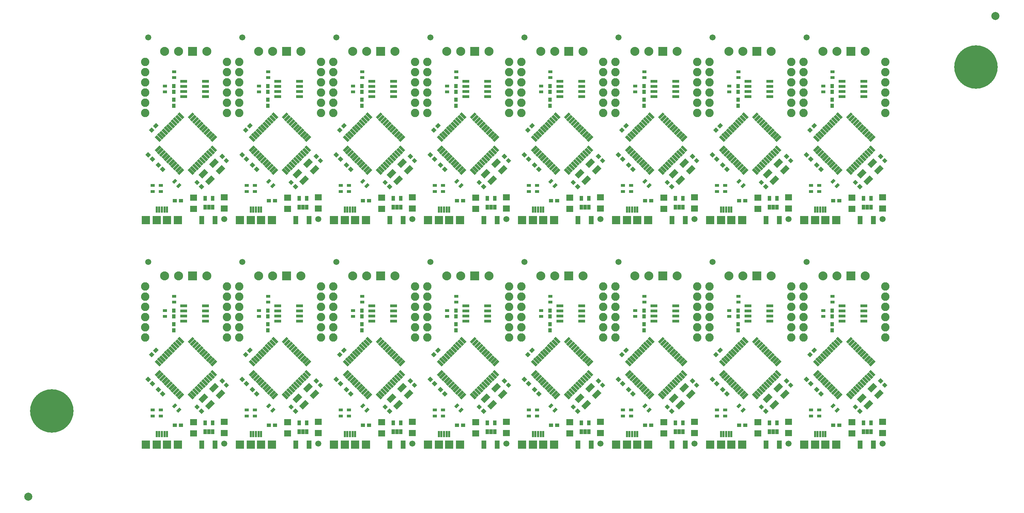
<source format=gts>
G04 #@! TF.FileFunction,Soldermask,Top*
%FSLAX46Y46*%
G04 Gerber Fmt 4.6, Leading zero omitted, Abs format (unit mm)*
G04 Created by KiCad (PCBNEW 4.0.6) date 11/19/17 22:49:51*
%MOMM*%
%LPD*%
G01*
G04 APERTURE LIST*
%ADD10C,0.100000*%
%ADD11R,1.103200X0.703200*%
%ADD12C,1.500000*%
%ADD13C,2.235200*%
%ADD14R,2.235200X2.235200*%
%ADD15C,2.082800*%
%ADD16R,1.753200X0.803200*%
%ADD17R,0.953200X1.003200*%
%ADD18R,0.853200X1.263200*%
%ADD19R,1.800860X1.602740*%
%ADD20R,1.201420X2.001520*%
%ADD21R,0.551180X1.602740*%
%ADD22R,2.001520X2.103120*%
%ADD23R,2.103120X2.103120*%
%ADD24R,1.003200X0.953200*%
%ADD25C,10.800080*%
%ADD26C,2.000000*%
G04 APERTURE END LIST*
D10*
D11*
X226712551Y-110593689D03*
X226712551Y-109093689D03*
X203344551Y-110593689D03*
X203344551Y-109093689D03*
X179976551Y-110593689D03*
X179976551Y-109093689D03*
X156608551Y-110593689D03*
X156608551Y-109093689D03*
X133240551Y-110593689D03*
X133240551Y-109093689D03*
X109872551Y-110593689D03*
X109872551Y-109093689D03*
X86504551Y-110593689D03*
X86504551Y-109093689D03*
X63136551Y-110593689D03*
X63136551Y-109093689D03*
X226712551Y-54713689D03*
X226712551Y-53213689D03*
X203344551Y-54713689D03*
X203344551Y-53213689D03*
X179976551Y-54713689D03*
X179976551Y-53213689D03*
X156608551Y-54713689D03*
X156608551Y-53213689D03*
X133240551Y-54713689D03*
X133240551Y-53213689D03*
X109872551Y-54713689D03*
X109872551Y-53213689D03*
X86504551Y-54713689D03*
X86504551Y-53213689D03*
D12*
X222521551Y-97016689D03*
X199153551Y-97016689D03*
X175785551Y-97016689D03*
X152417551Y-97016689D03*
X129049551Y-97016689D03*
X105681551Y-97016689D03*
X82313551Y-97016689D03*
X58945551Y-97016689D03*
X222521551Y-41136689D03*
X199153551Y-41136689D03*
X175785551Y-41136689D03*
X152417551Y-41136689D03*
X129049551Y-41136689D03*
X105681551Y-41136689D03*
X82313551Y-41136689D03*
D13*
X226585551Y-100445689D03*
X230083131Y-100445689D03*
D14*
X233583251Y-100445689D03*
D13*
X237083371Y-100445689D03*
X203217551Y-100445689D03*
X206715131Y-100445689D03*
D14*
X210215251Y-100445689D03*
D13*
X213715371Y-100445689D03*
X179849551Y-100445689D03*
X183347131Y-100445689D03*
D14*
X186847251Y-100445689D03*
D13*
X190347371Y-100445689D03*
X156481551Y-100445689D03*
X159979131Y-100445689D03*
D14*
X163479251Y-100445689D03*
D13*
X166979371Y-100445689D03*
X133113551Y-100445689D03*
X136611131Y-100445689D03*
D14*
X140111251Y-100445689D03*
D13*
X143611371Y-100445689D03*
X109745551Y-100445689D03*
X113243131Y-100445689D03*
D14*
X116743251Y-100445689D03*
D13*
X120243371Y-100445689D03*
X86377551Y-100445689D03*
X89875131Y-100445689D03*
D14*
X93375251Y-100445689D03*
D13*
X96875371Y-100445689D03*
X63009551Y-100445689D03*
X66507131Y-100445689D03*
D14*
X70007251Y-100445689D03*
D13*
X73507371Y-100445689D03*
X226585551Y-44565689D03*
X230083131Y-44565689D03*
D14*
X233583251Y-44565689D03*
D13*
X237083371Y-44565689D03*
X203217551Y-44565689D03*
X206715131Y-44565689D03*
D14*
X210215251Y-44565689D03*
D13*
X213715371Y-44565689D03*
X179849551Y-44565689D03*
X183347131Y-44565689D03*
D14*
X186847251Y-44565689D03*
D13*
X190347371Y-44565689D03*
X156481551Y-44565689D03*
X159979131Y-44565689D03*
D14*
X163479251Y-44565689D03*
D13*
X166979371Y-44565689D03*
X133113551Y-44565689D03*
X136611131Y-44565689D03*
D14*
X140111251Y-44565689D03*
D13*
X143611371Y-44565689D03*
X109745551Y-44565689D03*
X113243131Y-44565689D03*
D14*
X116743251Y-44565689D03*
D13*
X120243371Y-44565689D03*
X86377551Y-44565689D03*
X89875131Y-44565689D03*
D14*
X93375251Y-44565689D03*
D13*
X96875371Y-44565689D03*
D15*
X221759551Y-115812689D03*
X221759551Y-113272689D03*
X221759551Y-110732689D03*
X221759551Y-108192689D03*
X221759551Y-105652689D03*
X221759551Y-103112689D03*
X198391551Y-115812689D03*
X198391551Y-113272689D03*
X198391551Y-110732689D03*
X198391551Y-108192689D03*
X198391551Y-105652689D03*
X198391551Y-103112689D03*
X175023551Y-115812689D03*
X175023551Y-113272689D03*
X175023551Y-110732689D03*
X175023551Y-108192689D03*
X175023551Y-105652689D03*
X175023551Y-103112689D03*
X151655551Y-115812689D03*
X151655551Y-113272689D03*
X151655551Y-110732689D03*
X151655551Y-108192689D03*
X151655551Y-105652689D03*
X151655551Y-103112689D03*
X128287551Y-115812689D03*
X128287551Y-113272689D03*
X128287551Y-110732689D03*
X128287551Y-108192689D03*
X128287551Y-105652689D03*
X128287551Y-103112689D03*
X104919551Y-115812689D03*
X104919551Y-113272689D03*
X104919551Y-110732689D03*
X104919551Y-108192689D03*
X104919551Y-105652689D03*
X104919551Y-103112689D03*
X81551551Y-115812689D03*
X81551551Y-113272689D03*
X81551551Y-110732689D03*
X81551551Y-108192689D03*
X81551551Y-105652689D03*
X81551551Y-103112689D03*
X58183551Y-115812689D03*
X58183551Y-113272689D03*
X58183551Y-110732689D03*
X58183551Y-108192689D03*
X58183551Y-105652689D03*
X58183551Y-103112689D03*
X221759551Y-59932689D03*
X221759551Y-57392689D03*
X221759551Y-54852689D03*
X221759551Y-52312689D03*
X221759551Y-49772689D03*
X221759551Y-47232689D03*
X198391551Y-59932689D03*
X198391551Y-57392689D03*
X198391551Y-54852689D03*
X198391551Y-52312689D03*
X198391551Y-49772689D03*
X198391551Y-47232689D03*
X175023551Y-59932689D03*
X175023551Y-57392689D03*
X175023551Y-54852689D03*
X175023551Y-52312689D03*
X175023551Y-49772689D03*
X175023551Y-47232689D03*
X151655551Y-59932689D03*
X151655551Y-57392689D03*
X151655551Y-54852689D03*
X151655551Y-52312689D03*
X151655551Y-49772689D03*
X151655551Y-47232689D03*
X128287551Y-59932689D03*
X128287551Y-57392689D03*
X128287551Y-54852689D03*
X128287551Y-52312689D03*
X128287551Y-49772689D03*
X128287551Y-47232689D03*
X104919551Y-59932689D03*
X104919551Y-57392689D03*
X104919551Y-54852689D03*
X104919551Y-52312689D03*
X104919551Y-49772689D03*
X104919551Y-47232689D03*
X81551551Y-59932689D03*
X81551551Y-57392689D03*
X81551551Y-54852689D03*
X81551551Y-52312689D03*
X81551551Y-49772689D03*
X81551551Y-47232689D03*
D11*
X228998551Y-107037689D03*
X228998551Y-105537689D03*
X205630551Y-107037689D03*
X205630551Y-105537689D03*
X182262551Y-107037689D03*
X182262551Y-105537689D03*
X158894551Y-107037689D03*
X158894551Y-105537689D03*
X135526551Y-107037689D03*
X135526551Y-105537689D03*
X112158551Y-107037689D03*
X112158551Y-105537689D03*
X88790551Y-107037689D03*
X88790551Y-105537689D03*
X65422551Y-107037689D03*
X65422551Y-105537689D03*
X228998551Y-51157689D03*
X228998551Y-49657689D03*
X205630551Y-51157689D03*
X205630551Y-49657689D03*
X182262551Y-51157689D03*
X182262551Y-49657689D03*
X158894551Y-51157689D03*
X158894551Y-49657689D03*
X135526551Y-51157689D03*
X135526551Y-49657689D03*
X112158551Y-51157689D03*
X112158551Y-49657689D03*
X88790551Y-51157689D03*
X88790551Y-49657689D03*
D15*
X242079551Y-103112689D03*
X242079551Y-105652689D03*
X242079551Y-108192689D03*
X242079551Y-110732689D03*
X242079551Y-113272689D03*
X242079551Y-115812689D03*
X218711551Y-103112689D03*
X218711551Y-105652689D03*
X218711551Y-108192689D03*
X218711551Y-110732689D03*
X218711551Y-113272689D03*
X218711551Y-115812689D03*
X195343551Y-103112689D03*
X195343551Y-105652689D03*
X195343551Y-108192689D03*
X195343551Y-110732689D03*
X195343551Y-113272689D03*
X195343551Y-115812689D03*
X171975551Y-103112689D03*
X171975551Y-105652689D03*
X171975551Y-108192689D03*
X171975551Y-110732689D03*
X171975551Y-113272689D03*
X171975551Y-115812689D03*
X148607551Y-103112689D03*
X148607551Y-105652689D03*
X148607551Y-108192689D03*
X148607551Y-110732689D03*
X148607551Y-113272689D03*
X148607551Y-115812689D03*
X125239551Y-103112689D03*
X125239551Y-105652689D03*
X125239551Y-108192689D03*
X125239551Y-110732689D03*
X125239551Y-113272689D03*
X125239551Y-115812689D03*
X101871551Y-103112689D03*
X101871551Y-105652689D03*
X101871551Y-108192689D03*
X101871551Y-110732689D03*
X101871551Y-113272689D03*
X101871551Y-115812689D03*
X78503551Y-103112689D03*
X78503551Y-105652689D03*
X78503551Y-108192689D03*
X78503551Y-110732689D03*
X78503551Y-113272689D03*
X78503551Y-115812689D03*
X242079551Y-47232689D03*
X242079551Y-49772689D03*
X242079551Y-52312689D03*
X242079551Y-54852689D03*
X242079551Y-57392689D03*
X242079551Y-59932689D03*
X218711551Y-47232689D03*
X218711551Y-49772689D03*
X218711551Y-52312689D03*
X218711551Y-54852689D03*
X218711551Y-57392689D03*
X218711551Y-59932689D03*
X195343551Y-47232689D03*
X195343551Y-49772689D03*
X195343551Y-52312689D03*
X195343551Y-54852689D03*
X195343551Y-57392689D03*
X195343551Y-59932689D03*
X171975551Y-47232689D03*
X171975551Y-49772689D03*
X171975551Y-52312689D03*
X171975551Y-54852689D03*
X171975551Y-57392689D03*
X171975551Y-59932689D03*
X148607551Y-47232689D03*
X148607551Y-49772689D03*
X148607551Y-52312689D03*
X148607551Y-54852689D03*
X148607551Y-57392689D03*
X148607551Y-59932689D03*
X125239551Y-47232689D03*
X125239551Y-49772689D03*
X125239551Y-52312689D03*
X125239551Y-54852689D03*
X125239551Y-57392689D03*
X125239551Y-59932689D03*
X101871551Y-47232689D03*
X101871551Y-49772689D03*
X101871551Y-52312689D03*
X101871551Y-54852689D03*
X101871551Y-57392689D03*
X101871551Y-59932689D03*
D16*
X231378551Y-107938689D03*
X231378551Y-109208689D03*
X231378551Y-110478689D03*
X231378551Y-111748689D03*
X236778551Y-111748689D03*
X236778551Y-110478689D03*
X236778551Y-109208689D03*
X236778551Y-107938689D03*
X208010551Y-107938689D03*
X208010551Y-109208689D03*
X208010551Y-110478689D03*
X208010551Y-111748689D03*
X213410551Y-111748689D03*
X213410551Y-110478689D03*
X213410551Y-109208689D03*
X213410551Y-107938689D03*
X184642551Y-107938689D03*
X184642551Y-109208689D03*
X184642551Y-110478689D03*
X184642551Y-111748689D03*
X190042551Y-111748689D03*
X190042551Y-110478689D03*
X190042551Y-109208689D03*
X190042551Y-107938689D03*
X161274551Y-107938689D03*
X161274551Y-109208689D03*
X161274551Y-110478689D03*
X161274551Y-111748689D03*
X166674551Y-111748689D03*
X166674551Y-110478689D03*
X166674551Y-109208689D03*
X166674551Y-107938689D03*
X137906551Y-107938689D03*
X137906551Y-109208689D03*
X137906551Y-110478689D03*
X137906551Y-111748689D03*
X143306551Y-111748689D03*
X143306551Y-110478689D03*
X143306551Y-109208689D03*
X143306551Y-107938689D03*
X114538551Y-107938689D03*
X114538551Y-109208689D03*
X114538551Y-110478689D03*
X114538551Y-111748689D03*
X119938551Y-111748689D03*
X119938551Y-110478689D03*
X119938551Y-109208689D03*
X119938551Y-107938689D03*
X91170551Y-107938689D03*
X91170551Y-109208689D03*
X91170551Y-110478689D03*
X91170551Y-111748689D03*
X96570551Y-111748689D03*
X96570551Y-110478689D03*
X96570551Y-109208689D03*
X96570551Y-107938689D03*
X67802551Y-107938689D03*
X67802551Y-109208689D03*
X67802551Y-110478689D03*
X67802551Y-111748689D03*
X73202551Y-111748689D03*
X73202551Y-110478689D03*
X73202551Y-109208689D03*
X73202551Y-107938689D03*
X231378551Y-52058689D03*
X231378551Y-53328689D03*
X231378551Y-54598689D03*
X231378551Y-55868689D03*
X236778551Y-55868689D03*
X236778551Y-54598689D03*
X236778551Y-53328689D03*
X236778551Y-52058689D03*
X208010551Y-52058689D03*
X208010551Y-53328689D03*
X208010551Y-54598689D03*
X208010551Y-55868689D03*
X213410551Y-55868689D03*
X213410551Y-54598689D03*
X213410551Y-53328689D03*
X213410551Y-52058689D03*
X184642551Y-52058689D03*
X184642551Y-53328689D03*
X184642551Y-54598689D03*
X184642551Y-55868689D03*
X190042551Y-55868689D03*
X190042551Y-54598689D03*
X190042551Y-53328689D03*
X190042551Y-52058689D03*
X161274551Y-52058689D03*
X161274551Y-53328689D03*
X161274551Y-54598689D03*
X161274551Y-55868689D03*
X166674551Y-55868689D03*
X166674551Y-54598689D03*
X166674551Y-53328689D03*
X166674551Y-52058689D03*
X137906551Y-52058689D03*
X137906551Y-53328689D03*
X137906551Y-54598689D03*
X137906551Y-55868689D03*
X143306551Y-55868689D03*
X143306551Y-54598689D03*
X143306551Y-53328689D03*
X143306551Y-52058689D03*
X114538551Y-52058689D03*
X114538551Y-53328689D03*
X114538551Y-54598689D03*
X114538551Y-55868689D03*
X119938551Y-55868689D03*
X119938551Y-54598689D03*
X119938551Y-53328689D03*
X119938551Y-52058689D03*
X91170551Y-52058689D03*
X91170551Y-53328689D03*
X91170551Y-54598689D03*
X91170551Y-55868689D03*
X96570551Y-55868689D03*
X96570551Y-54598689D03*
X96570551Y-53328689D03*
X96570551Y-52058689D03*
D17*
X228871551Y-114010689D03*
X228871551Y-112510689D03*
X205503551Y-114010689D03*
X205503551Y-112510689D03*
X182135551Y-114010689D03*
X182135551Y-112510689D03*
X158767551Y-114010689D03*
X158767551Y-112510689D03*
X135399551Y-114010689D03*
X135399551Y-112510689D03*
X112031551Y-114010689D03*
X112031551Y-112510689D03*
X88663551Y-114010689D03*
X88663551Y-112510689D03*
X65295551Y-114010689D03*
X65295551Y-112510689D03*
X228871551Y-58130689D03*
X228871551Y-56630689D03*
X205503551Y-58130689D03*
X205503551Y-56630689D03*
X182135551Y-58130689D03*
X182135551Y-56630689D03*
X158767551Y-58130689D03*
X158767551Y-56630689D03*
X135399551Y-58130689D03*
X135399551Y-56630689D03*
X112031551Y-58130689D03*
X112031551Y-56630689D03*
X88663551Y-58130689D03*
X88663551Y-56630689D03*
X228871551Y-110593689D03*
X228871551Y-109093689D03*
X205503551Y-110593689D03*
X205503551Y-109093689D03*
X182135551Y-110593689D03*
X182135551Y-109093689D03*
X158767551Y-110593689D03*
X158767551Y-109093689D03*
X135399551Y-110593689D03*
X135399551Y-109093689D03*
X112031551Y-110593689D03*
X112031551Y-109093689D03*
X88663551Y-110593689D03*
X88663551Y-109093689D03*
X65295551Y-110593689D03*
X65295551Y-109093689D03*
X228871551Y-54713689D03*
X228871551Y-53213689D03*
X205503551Y-54713689D03*
X205503551Y-53213689D03*
X182135551Y-54713689D03*
X182135551Y-53213689D03*
X158767551Y-54713689D03*
X158767551Y-53213689D03*
X135399551Y-54713689D03*
X135399551Y-53213689D03*
X112031551Y-54713689D03*
X112031551Y-53213689D03*
X88663551Y-54713689D03*
X88663551Y-53213689D03*
D10*
G36*
X239175139Y-127094097D02*
X240096513Y-128015471D01*
X238609383Y-129502601D01*
X237688009Y-128581227D01*
X239175139Y-127094097D01*
X239175139Y-127094097D01*
G37*
G36*
X236560089Y-129709147D02*
X237481463Y-130630521D01*
X235994333Y-132117651D01*
X235072959Y-131196277D01*
X236560089Y-129709147D01*
X236560089Y-129709147D01*
G37*
G36*
X238183719Y-131332777D02*
X239105093Y-132254151D01*
X237617963Y-133741281D01*
X236696589Y-132819907D01*
X238183719Y-131332777D01*
X238183719Y-131332777D01*
G37*
G36*
X240798769Y-128717727D02*
X241720143Y-129639101D01*
X240233013Y-131126231D01*
X239311639Y-130204857D01*
X240798769Y-128717727D01*
X240798769Y-128717727D01*
G37*
G36*
X215807139Y-127094097D02*
X216728513Y-128015471D01*
X215241383Y-129502601D01*
X214320009Y-128581227D01*
X215807139Y-127094097D01*
X215807139Y-127094097D01*
G37*
G36*
X213192089Y-129709147D02*
X214113463Y-130630521D01*
X212626333Y-132117651D01*
X211704959Y-131196277D01*
X213192089Y-129709147D01*
X213192089Y-129709147D01*
G37*
G36*
X214815719Y-131332777D02*
X215737093Y-132254151D01*
X214249963Y-133741281D01*
X213328589Y-132819907D01*
X214815719Y-131332777D01*
X214815719Y-131332777D01*
G37*
G36*
X217430769Y-128717727D02*
X218352143Y-129639101D01*
X216865013Y-131126231D01*
X215943639Y-130204857D01*
X217430769Y-128717727D01*
X217430769Y-128717727D01*
G37*
G36*
X192439139Y-127094097D02*
X193360513Y-128015471D01*
X191873383Y-129502601D01*
X190952009Y-128581227D01*
X192439139Y-127094097D01*
X192439139Y-127094097D01*
G37*
G36*
X189824089Y-129709147D02*
X190745463Y-130630521D01*
X189258333Y-132117651D01*
X188336959Y-131196277D01*
X189824089Y-129709147D01*
X189824089Y-129709147D01*
G37*
G36*
X191447719Y-131332777D02*
X192369093Y-132254151D01*
X190881963Y-133741281D01*
X189960589Y-132819907D01*
X191447719Y-131332777D01*
X191447719Y-131332777D01*
G37*
G36*
X194062769Y-128717727D02*
X194984143Y-129639101D01*
X193497013Y-131126231D01*
X192575639Y-130204857D01*
X194062769Y-128717727D01*
X194062769Y-128717727D01*
G37*
G36*
X169071139Y-127094097D02*
X169992513Y-128015471D01*
X168505383Y-129502601D01*
X167584009Y-128581227D01*
X169071139Y-127094097D01*
X169071139Y-127094097D01*
G37*
G36*
X166456089Y-129709147D02*
X167377463Y-130630521D01*
X165890333Y-132117651D01*
X164968959Y-131196277D01*
X166456089Y-129709147D01*
X166456089Y-129709147D01*
G37*
G36*
X168079719Y-131332777D02*
X169001093Y-132254151D01*
X167513963Y-133741281D01*
X166592589Y-132819907D01*
X168079719Y-131332777D01*
X168079719Y-131332777D01*
G37*
G36*
X170694769Y-128717727D02*
X171616143Y-129639101D01*
X170129013Y-131126231D01*
X169207639Y-130204857D01*
X170694769Y-128717727D01*
X170694769Y-128717727D01*
G37*
G36*
X145703139Y-127094097D02*
X146624513Y-128015471D01*
X145137383Y-129502601D01*
X144216009Y-128581227D01*
X145703139Y-127094097D01*
X145703139Y-127094097D01*
G37*
G36*
X143088089Y-129709147D02*
X144009463Y-130630521D01*
X142522333Y-132117651D01*
X141600959Y-131196277D01*
X143088089Y-129709147D01*
X143088089Y-129709147D01*
G37*
G36*
X144711719Y-131332777D02*
X145633093Y-132254151D01*
X144145963Y-133741281D01*
X143224589Y-132819907D01*
X144711719Y-131332777D01*
X144711719Y-131332777D01*
G37*
G36*
X147326769Y-128717727D02*
X148248143Y-129639101D01*
X146761013Y-131126231D01*
X145839639Y-130204857D01*
X147326769Y-128717727D01*
X147326769Y-128717727D01*
G37*
G36*
X122335139Y-127094097D02*
X123256513Y-128015471D01*
X121769383Y-129502601D01*
X120848009Y-128581227D01*
X122335139Y-127094097D01*
X122335139Y-127094097D01*
G37*
G36*
X119720089Y-129709147D02*
X120641463Y-130630521D01*
X119154333Y-132117651D01*
X118232959Y-131196277D01*
X119720089Y-129709147D01*
X119720089Y-129709147D01*
G37*
G36*
X121343719Y-131332777D02*
X122265093Y-132254151D01*
X120777963Y-133741281D01*
X119856589Y-132819907D01*
X121343719Y-131332777D01*
X121343719Y-131332777D01*
G37*
G36*
X123958769Y-128717727D02*
X124880143Y-129639101D01*
X123393013Y-131126231D01*
X122471639Y-130204857D01*
X123958769Y-128717727D01*
X123958769Y-128717727D01*
G37*
G36*
X98967139Y-127094097D02*
X99888513Y-128015471D01*
X98401383Y-129502601D01*
X97480009Y-128581227D01*
X98967139Y-127094097D01*
X98967139Y-127094097D01*
G37*
G36*
X96352089Y-129709147D02*
X97273463Y-130630521D01*
X95786333Y-132117651D01*
X94864959Y-131196277D01*
X96352089Y-129709147D01*
X96352089Y-129709147D01*
G37*
G36*
X97975719Y-131332777D02*
X98897093Y-132254151D01*
X97409963Y-133741281D01*
X96488589Y-132819907D01*
X97975719Y-131332777D01*
X97975719Y-131332777D01*
G37*
G36*
X100590769Y-128717727D02*
X101512143Y-129639101D01*
X100025013Y-131126231D01*
X99103639Y-130204857D01*
X100590769Y-128717727D01*
X100590769Y-128717727D01*
G37*
G36*
X75599139Y-127094097D02*
X76520513Y-128015471D01*
X75033383Y-129502601D01*
X74112009Y-128581227D01*
X75599139Y-127094097D01*
X75599139Y-127094097D01*
G37*
G36*
X72984089Y-129709147D02*
X73905463Y-130630521D01*
X72418333Y-132117651D01*
X71496959Y-131196277D01*
X72984089Y-129709147D01*
X72984089Y-129709147D01*
G37*
G36*
X74607719Y-131332777D02*
X75529093Y-132254151D01*
X74041963Y-133741281D01*
X73120589Y-132819907D01*
X74607719Y-131332777D01*
X74607719Y-131332777D01*
G37*
G36*
X77222769Y-128717727D02*
X78144143Y-129639101D01*
X76657013Y-131126231D01*
X75735639Y-130204857D01*
X77222769Y-128717727D01*
X77222769Y-128717727D01*
G37*
G36*
X239175139Y-71214097D02*
X240096513Y-72135471D01*
X238609383Y-73622601D01*
X237688009Y-72701227D01*
X239175139Y-71214097D01*
X239175139Y-71214097D01*
G37*
G36*
X236560089Y-73829147D02*
X237481463Y-74750521D01*
X235994333Y-76237651D01*
X235072959Y-75316277D01*
X236560089Y-73829147D01*
X236560089Y-73829147D01*
G37*
G36*
X238183719Y-75452777D02*
X239105093Y-76374151D01*
X237617963Y-77861281D01*
X236696589Y-76939907D01*
X238183719Y-75452777D01*
X238183719Y-75452777D01*
G37*
G36*
X240798769Y-72837727D02*
X241720143Y-73759101D01*
X240233013Y-75246231D01*
X239311639Y-74324857D01*
X240798769Y-72837727D01*
X240798769Y-72837727D01*
G37*
G36*
X215807139Y-71214097D02*
X216728513Y-72135471D01*
X215241383Y-73622601D01*
X214320009Y-72701227D01*
X215807139Y-71214097D01*
X215807139Y-71214097D01*
G37*
G36*
X213192089Y-73829147D02*
X214113463Y-74750521D01*
X212626333Y-76237651D01*
X211704959Y-75316277D01*
X213192089Y-73829147D01*
X213192089Y-73829147D01*
G37*
G36*
X214815719Y-75452777D02*
X215737093Y-76374151D01*
X214249963Y-77861281D01*
X213328589Y-76939907D01*
X214815719Y-75452777D01*
X214815719Y-75452777D01*
G37*
G36*
X217430769Y-72837727D02*
X218352143Y-73759101D01*
X216865013Y-75246231D01*
X215943639Y-74324857D01*
X217430769Y-72837727D01*
X217430769Y-72837727D01*
G37*
G36*
X192439139Y-71214097D02*
X193360513Y-72135471D01*
X191873383Y-73622601D01*
X190952009Y-72701227D01*
X192439139Y-71214097D01*
X192439139Y-71214097D01*
G37*
G36*
X189824089Y-73829147D02*
X190745463Y-74750521D01*
X189258333Y-76237651D01*
X188336959Y-75316277D01*
X189824089Y-73829147D01*
X189824089Y-73829147D01*
G37*
G36*
X191447719Y-75452777D02*
X192369093Y-76374151D01*
X190881963Y-77861281D01*
X189960589Y-76939907D01*
X191447719Y-75452777D01*
X191447719Y-75452777D01*
G37*
G36*
X194062769Y-72837727D02*
X194984143Y-73759101D01*
X193497013Y-75246231D01*
X192575639Y-74324857D01*
X194062769Y-72837727D01*
X194062769Y-72837727D01*
G37*
G36*
X169071139Y-71214097D02*
X169992513Y-72135471D01*
X168505383Y-73622601D01*
X167584009Y-72701227D01*
X169071139Y-71214097D01*
X169071139Y-71214097D01*
G37*
G36*
X166456089Y-73829147D02*
X167377463Y-74750521D01*
X165890333Y-76237651D01*
X164968959Y-75316277D01*
X166456089Y-73829147D01*
X166456089Y-73829147D01*
G37*
G36*
X168079719Y-75452777D02*
X169001093Y-76374151D01*
X167513963Y-77861281D01*
X166592589Y-76939907D01*
X168079719Y-75452777D01*
X168079719Y-75452777D01*
G37*
G36*
X170694769Y-72837727D02*
X171616143Y-73759101D01*
X170129013Y-75246231D01*
X169207639Y-74324857D01*
X170694769Y-72837727D01*
X170694769Y-72837727D01*
G37*
G36*
X145703139Y-71214097D02*
X146624513Y-72135471D01*
X145137383Y-73622601D01*
X144216009Y-72701227D01*
X145703139Y-71214097D01*
X145703139Y-71214097D01*
G37*
G36*
X143088089Y-73829147D02*
X144009463Y-74750521D01*
X142522333Y-76237651D01*
X141600959Y-75316277D01*
X143088089Y-73829147D01*
X143088089Y-73829147D01*
G37*
G36*
X144711719Y-75452777D02*
X145633093Y-76374151D01*
X144145963Y-77861281D01*
X143224589Y-76939907D01*
X144711719Y-75452777D01*
X144711719Y-75452777D01*
G37*
G36*
X147326769Y-72837727D02*
X148248143Y-73759101D01*
X146761013Y-75246231D01*
X145839639Y-74324857D01*
X147326769Y-72837727D01*
X147326769Y-72837727D01*
G37*
G36*
X122335139Y-71214097D02*
X123256513Y-72135471D01*
X121769383Y-73622601D01*
X120848009Y-72701227D01*
X122335139Y-71214097D01*
X122335139Y-71214097D01*
G37*
G36*
X119720089Y-73829147D02*
X120641463Y-74750521D01*
X119154333Y-76237651D01*
X118232959Y-75316277D01*
X119720089Y-73829147D01*
X119720089Y-73829147D01*
G37*
G36*
X121343719Y-75452777D02*
X122265093Y-76374151D01*
X120777963Y-77861281D01*
X119856589Y-76939907D01*
X121343719Y-75452777D01*
X121343719Y-75452777D01*
G37*
G36*
X123958769Y-72837727D02*
X124880143Y-73759101D01*
X123393013Y-75246231D01*
X122471639Y-74324857D01*
X123958769Y-72837727D01*
X123958769Y-72837727D01*
G37*
G36*
X98967139Y-71214097D02*
X99888513Y-72135471D01*
X98401383Y-73622601D01*
X97480009Y-72701227D01*
X98967139Y-71214097D01*
X98967139Y-71214097D01*
G37*
G36*
X96352089Y-73829147D02*
X97273463Y-74750521D01*
X95786333Y-76237651D01*
X94864959Y-75316277D01*
X96352089Y-73829147D01*
X96352089Y-73829147D01*
G37*
G36*
X97975719Y-75452777D02*
X98897093Y-76374151D01*
X97409963Y-77861281D01*
X96488589Y-76939907D01*
X97975719Y-75452777D01*
X97975719Y-75452777D01*
G37*
G36*
X100590769Y-72837727D02*
X101512143Y-73759101D01*
X100025013Y-75246231D01*
X99103639Y-74324857D01*
X100590769Y-72837727D01*
X100590769Y-72837727D01*
G37*
G36*
X228464562Y-132949780D02*
X229244642Y-132169700D01*
X229741880Y-132666938D01*
X228961800Y-133447018D01*
X228464562Y-132949780D01*
X228464562Y-132949780D01*
G37*
G36*
X229525222Y-134010440D02*
X230305302Y-133230360D01*
X230802540Y-133727598D01*
X230022460Y-134507678D01*
X229525222Y-134010440D01*
X229525222Y-134010440D01*
G37*
G36*
X205096562Y-132949780D02*
X205876642Y-132169700D01*
X206373880Y-132666938D01*
X205593800Y-133447018D01*
X205096562Y-132949780D01*
X205096562Y-132949780D01*
G37*
G36*
X206157222Y-134010440D02*
X206937302Y-133230360D01*
X207434540Y-133727598D01*
X206654460Y-134507678D01*
X206157222Y-134010440D01*
X206157222Y-134010440D01*
G37*
G36*
X181728562Y-132949780D02*
X182508642Y-132169700D01*
X183005880Y-132666938D01*
X182225800Y-133447018D01*
X181728562Y-132949780D01*
X181728562Y-132949780D01*
G37*
G36*
X182789222Y-134010440D02*
X183569302Y-133230360D01*
X184066540Y-133727598D01*
X183286460Y-134507678D01*
X182789222Y-134010440D01*
X182789222Y-134010440D01*
G37*
G36*
X158360562Y-132949780D02*
X159140642Y-132169700D01*
X159637880Y-132666938D01*
X158857800Y-133447018D01*
X158360562Y-132949780D01*
X158360562Y-132949780D01*
G37*
G36*
X159421222Y-134010440D02*
X160201302Y-133230360D01*
X160698540Y-133727598D01*
X159918460Y-134507678D01*
X159421222Y-134010440D01*
X159421222Y-134010440D01*
G37*
G36*
X134992562Y-132949780D02*
X135772642Y-132169700D01*
X136269880Y-132666938D01*
X135489800Y-133447018D01*
X134992562Y-132949780D01*
X134992562Y-132949780D01*
G37*
G36*
X136053222Y-134010440D02*
X136833302Y-133230360D01*
X137330540Y-133727598D01*
X136550460Y-134507678D01*
X136053222Y-134010440D01*
X136053222Y-134010440D01*
G37*
G36*
X111624562Y-132949780D02*
X112404642Y-132169700D01*
X112901880Y-132666938D01*
X112121800Y-133447018D01*
X111624562Y-132949780D01*
X111624562Y-132949780D01*
G37*
G36*
X112685222Y-134010440D02*
X113465302Y-133230360D01*
X113962540Y-133727598D01*
X113182460Y-134507678D01*
X112685222Y-134010440D01*
X112685222Y-134010440D01*
G37*
G36*
X88256562Y-132949780D02*
X89036642Y-132169700D01*
X89533880Y-132666938D01*
X88753800Y-133447018D01*
X88256562Y-132949780D01*
X88256562Y-132949780D01*
G37*
G36*
X89317222Y-134010440D02*
X90097302Y-133230360D01*
X90594540Y-133727598D01*
X89814460Y-134507678D01*
X89317222Y-134010440D01*
X89317222Y-134010440D01*
G37*
G36*
X64888562Y-132949780D02*
X65668642Y-132169700D01*
X66165880Y-132666938D01*
X65385800Y-133447018D01*
X64888562Y-132949780D01*
X64888562Y-132949780D01*
G37*
G36*
X65949222Y-134010440D02*
X66729302Y-133230360D01*
X67226540Y-133727598D01*
X66446460Y-134507678D01*
X65949222Y-134010440D01*
X65949222Y-134010440D01*
G37*
G36*
X228464562Y-77069780D02*
X229244642Y-76289700D01*
X229741880Y-76786938D01*
X228961800Y-77567018D01*
X228464562Y-77069780D01*
X228464562Y-77069780D01*
G37*
G36*
X229525222Y-78130440D02*
X230305302Y-77350360D01*
X230802540Y-77847598D01*
X230022460Y-78627678D01*
X229525222Y-78130440D01*
X229525222Y-78130440D01*
G37*
G36*
X205096562Y-77069780D02*
X205876642Y-76289700D01*
X206373880Y-76786938D01*
X205593800Y-77567018D01*
X205096562Y-77069780D01*
X205096562Y-77069780D01*
G37*
G36*
X206157222Y-78130440D02*
X206937302Y-77350360D01*
X207434540Y-77847598D01*
X206654460Y-78627678D01*
X206157222Y-78130440D01*
X206157222Y-78130440D01*
G37*
G36*
X181728562Y-77069780D02*
X182508642Y-76289700D01*
X183005880Y-76786938D01*
X182225800Y-77567018D01*
X181728562Y-77069780D01*
X181728562Y-77069780D01*
G37*
G36*
X182789222Y-78130440D02*
X183569302Y-77350360D01*
X184066540Y-77847598D01*
X183286460Y-78627678D01*
X182789222Y-78130440D01*
X182789222Y-78130440D01*
G37*
G36*
X158360562Y-77069780D02*
X159140642Y-76289700D01*
X159637880Y-76786938D01*
X158857800Y-77567018D01*
X158360562Y-77069780D01*
X158360562Y-77069780D01*
G37*
G36*
X159421222Y-78130440D02*
X160201302Y-77350360D01*
X160698540Y-77847598D01*
X159918460Y-78627678D01*
X159421222Y-78130440D01*
X159421222Y-78130440D01*
G37*
G36*
X134992562Y-77069780D02*
X135772642Y-76289700D01*
X136269880Y-76786938D01*
X135489800Y-77567018D01*
X134992562Y-77069780D01*
X134992562Y-77069780D01*
G37*
G36*
X136053222Y-78130440D02*
X136833302Y-77350360D01*
X137330540Y-77847598D01*
X136550460Y-78627678D01*
X136053222Y-78130440D01*
X136053222Y-78130440D01*
G37*
G36*
X111624562Y-77069780D02*
X112404642Y-76289700D01*
X112901880Y-76786938D01*
X112121800Y-77567018D01*
X111624562Y-77069780D01*
X111624562Y-77069780D01*
G37*
G36*
X112685222Y-78130440D02*
X113465302Y-77350360D01*
X113962540Y-77847598D01*
X113182460Y-78627678D01*
X112685222Y-78130440D01*
X112685222Y-78130440D01*
G37*
G36*
X88256562Y-77069780D02*
X89036642Y-76289700D01*
X89533880Y-76786938D01*
X88753800Y-77567018D01*
X88256562Y-77069780D01*
X88256562Y-77069780D01*
G37*
G36*
X89317222Y-78130440D02*
X90097302Y-77350360D01*
X90594540Y-77847598D01*
X89814460Y-78627678D01*
X89317222Y-78130440D01*
X89317222Y-78130440D01*
G37*
G36*
X235382913Y-133080037D02*
X234708899Y-133754051D01*
X233999529Y-133044681D01*
X234673543Y-132370667D01*
X235382913Y-133080037D01*
X235382913Y-133080037D01*
G37*
G36*
X236443573Y-134140697D02*
X235769559Y-134814711D01*
X235060189Y-134105341D01*
X235734203Y-133431327D01*
X236443573Y-134140697D01*
X236443573Y-134140697D01*
G37*
G36*
X212014913Y-133080037D02*
X211340899Y-133754051D01*
X210631529Y-133044681D01*
X211305543Y-132370667D01*
X212014913Y-133080037D01*
X212014913Y-133080037D01*
G37*
G36*
X213075573Y-134140697D02*
X212401559Y-134814711D01*
X211692189Y-134105341D01*
X212366203Y-133431327D01*
X213075573Y-134140697D01*
X213075573Y-134140697D01*
G37*
G36*
X188646913Y-133080037D02*
X187972899Y-133754051D01*
X187263529Y-133044681D01*
X187937543Y-132370667D01*
X188646913Y-133080037D01*
X188646913Y-133080037D01*
G37*
G36*
X189707573Y-134140697D02*
X189033559Y-134814711D01*
X188324189Y-134105341D01*
X188998203Y-133431327D01*
X189707573Y-134140697D01*
X189707573Y-134140697D01*
G37*
G36*
X165278913Y-133080037D02*
X164604899Y-133754051D01*
X163895529Y-133044681D01*
X164569543Y-132370667D01*
X165278913Y-133080037D01*
X165278913Y-133080037D01*
G37*
G36*
X166339573Y-134140697D02*
X165665559Y-134814711D01*
X164956189Y-134105341D01*
X165630203Y-133431327D01*
X166339573Y-134140697D01*
X166339573Y-134140697D01*
G37*
G36*
X141910913Y-133080037D02*
X141236899Y-133754051D01*
X140527529Y-133044681D01*
X141201543Y-132370667D01*
X141910913Y-133080037D01*
X141910913Y-133080037D01*
G37*
G36*
X142971573Y-134140697D02*
X142297559Y-134814711D01*
X141588189Y-134105341D01*
X142262203Y-133431327D01*
X142971573Y-134140697D01*
X142971573Y-134140697D01*
G37*
G36*
X118542913Y-133080037D02*
X117868899Y-133754051D01*
X117159529Y-133044681D01*
X117833543Y-132370667D01*
X118542913Y-133080037D01*
X118542913Y-133080037D01*
G37*
G36*
X119603573Y-134140697D02*
X118929559Y-134814711D01*
X118220189Y-134105341D01*
X118894203Y-133431327D01*
X119603573Y-134140697D01*
X119603573Y-134140697D01*
G37*
G36*
X95174913Y-133080037D02*
X94500899Y-133754051D01*
X93791529Y-133044681D01*
X94465543Y-132370667D01*
X95174913Y-133080037D01*
X95174913Y-133080037D01*
G37*
G36*
X96235573Y-134140697D02*
X95561559Y-134814711D01*
X94852189Y-134105341D01*
X95526203Y-133431327D01*
X96235573Y-134140697D01*
X96235573Y-134140697D01*
G37*
G36*
X71806913Y-133080037D02*
X71132899Y-133754051D01*
X70423529Y-133044681D01*
X71097543Y-132370667D01*
X71806913Y-133080037D01*
X71806913Y-133080037D01*
G37*
G36*
X72867573Y-134140697D02*
X72193559Y-134814711D01*
X71484189Y-134105341D01*
X72158203Y-133431327D01*
X72867573Y-134140697D01*
X72867573Y-134140697D01*
G37*
G36*
X235382913Y-77200037D02*
X234708899Y-77874051D01*
X233999529Y-77164681D01*
X234673543Y-76490667D01*
X235382913Y-77200037D01*
X235382913Y-77200037D01*
G37*
G36*
X236443573Y-78260697D02*
X235769559Y-78934711D01*
X235060189Y-78225341D01*
X235734203Y-77551327D01*
X236443573Y-78260697D01*
X236443573Y-78260697D01*
G37*
G36*
X212014913Y-77200037D02*
X211340899Y-77874051D01*
X210631529Y-77164681D01*
X211305543Y-76490667D01*
X212014913Y-77200037D01*
X212014913Y-77200037D01*
G37*
G36*
X213075573Y-78260697D02*
X212401559Y-78934711D01*
X211692189Y-78225341D01*
X212366203Y-77551327D01*
X213075573Y-78260697D01*
X213075573Y-78260697D01*
G37*
G36*
X188646913Y-77200037D02*
X187972899Y-77874051D01*
X187263529Y-77164681D01*
X187937543Y-76490667D01*
X188646913Y-77200037D01*
X188646913Y-77200037D01*
G37*
G36*
X189707573Y-78260697D02*
X189033559Y-78934711D01*
X188324189Y-78225341D01*
X188998203Y-77551327D01*
X189707573Y-78260697D01*
X189707573Y-78260697D01*
G37*
G36*
X165278913Y-77200037D02*
X164604899Y-77874051D01*
X163895529Y-77164681D01*
X164569543Y-76490667D01*
X165278913Y-77200037D01*
X165278913Y-77200037D01*
G37*
G36*
X166339573Y-78260697D02*
X165665559Y-78934711D01*
X164956189Y-78225341D01*
X165630203Y-77551327D01*
X166339573Y-78260697D01*
X166339573Y-78260697D01*
G37*
G36*
X141910913Y-77200037D02*
X141236899Y-77874051D01*
X140527529Y-77164681D01*
X141201543Y-76490667D01*
X141910913Y-77200037D01*
X141910913Y-77200037D01*
G37*
G36*
X142971573Y-78260697D02*
X142297559Y-78934711D01*
X141588189Y-78225341D01*
X142262203Y-77551327D01*
X142971573Y-78260697D01*
X142971573Y-78260697D01*
G37*
G36*
X118542913Y-77200037D02*
X117868899Y-77874051D01*
X117159529Y-77164681D01*
X117833543Y-76490667D01*
X118542913Y-77200037D01*
X118542913Y-77200037D01*
G37*
G36*
X119603573Y-78260697D02*
X118929559Y-78934711D01*
X118220189Y-78225341D01*
X118894203Y-77551327D01*
X119603573Y-78260697D01*
X119603573Y-78260697D01*
G37*
G36*
X95174913Y-77200037D02*
X94500899Y-77874051D01*
X93791529Y-77164681D01*
X94465543Y-76490667D01*
X95174913Y-77200037D01*
X95174913Y-77200037D01*
G37*
G36*
X96235573Y-78260697D02*
X95561559Y-78934711D01*
X94852189Y-78225341D01*
X95526203Y-77551327D01*
X96235573Y-78260697D01*
X96235573Y-78260697D01*
G37*
G36*
X241283189Y-127628341D02*
X241957203Y-126954327D01*
X242666573Y-127663697D01*
X241992559Y-128337711D01*
X241283189Y-127628341D01*
X241283189Y-127628341D01*
G37*
G36*
X240222529Y-126567681D02*
X240896543Y-125893667D01*
X241605913Y-126603037D01*
X240931899Y-127277051D01*
X240222529Y-126567681D01*
X240222529Y-126567681D01*
G37*
G36*
X217915189Y-127628341D02*
X218589203Y-126954327D01*
X219298573Y-127663697D01*
X218624559Y-128337711D01*
X217915189Y-127628341D01*
X217915189Y-127628341D01*
G37*
G36*
X216854529Y-126567681D02*
X217528543Y-125893667D01*
X218237913Y-126603037D01*
X217563899Y-127277051D01*
X216854529Y-126567681D01*
X216854529Y-126567681D01*
G37*
G36*
X194547189Y-127628341D02*
X195221203Y-126954327D01*
X195930573Y-127663697D01*
X195256559Y-128337711D01*
X194547189Y-127628341D01*
X194547189Y-127628341D01*
G37*
G36*
X193486529Y-126567681D02*
X194160543Y-125893667D01*
X194869913Y-126603037D01*
X194195899Y-127277051D01*
X193486529Y-126567681D01*
X193486529Y-126567681D01*
G37*
G36*
X171179189Y-127628341D02*
X171853203Y-126954327D01*
X172562573Y-127663697D01*
X171888559Y-128337711D01*
X171179189Y-127628341D01*
X171179189Y-127628341D01*
G37*
G36*
X170118529Y-126567681D02*
X170792543Y-125893667D01*
X171501913Y-126603037D01*
X170827899Y-127277051D01*
X170118529Y-126567681D01*
X170118529Y-126567681D01*
G37*
G36*
X147811189Y-127628341D02*
X148485203Y-126954327D01*
X149194573Y-127663697D01*
X148520559Y-128337711D01*
X147811189Y-127628341D01*
X147811189Y-127628341D01*
G37*
G36*
X146750529Y-126567681D02*
X147424543Y-125893667D01*
X148133913Y-126603037D01*
X147459899Y-127277051D01*
X146750529Y-126567681D01*
X146750529Y-126567681D01*
G37*
G36*
X124443189Y-127628341D02*
X125117203Y-126954327D01*
X125826573Y-127663697D01*
X125152559Y-128337711D01*
X124443189Y-127628341D01*
X124443189Y-127628341D01*
G37*
G36*
X123382529Y-126567681D02*
X124056543Y-125893667D01*
X124765913Y-126603037D01*
X124091899Y-127277051D01*
X123382529Y-126567681D01*
X123382529Y-126567681D01*
G37*
G36*
X101075189Y-127628341D02*
X101749203Y-126954327D01*
X102458573Y-127663697D01*
X101784559Y-128337711D01*
X101075189Y-127628341D01*
X101075189Y-127628341D01*
G37*
G36*
X100014529Y-126567681D02*
X100688543Y-125893667D01*
X101397913Y-126603037D01*
X100723899Y-127277051D01*
X100014529Y-126567681D01*
X100014529Y-126567681D01*
G37*
G36*
X77707189Y-127628341D02*
X78381203Y-126954327D01*
X79090573Y-127663697D01*
X78416559Y-128337711D01*
X77707189Y-127628341D01*
X77707189Y-127628341D01*
G37*
G36*
X76646529Y-126567681D02*
X77320543Y-125893667D01*
X78029913Y-126603037D01*
X77355899Y-127277051D01*
X76646529Y-126567681D01*
X76646529Y-126567681D01*
G37*
G36*
X241283189Y-71748341D02*
X241957203Y-71074327D01*
X242666573Y-71783697D01*
X241992559Y-72457711D01*
X241283189Y-71748341D01*
X241283189Y-71748341D01*
G37*
G36*
X240222529Y-70687681D02*
X240896543Y-70013667D01*
X241605913Y-70723037D01*
X240931899Y-71397051D01*
X240222529Y-70687681D01*
X240222529Y-70687681D01*
G37*
G36*
X217915189Y-71748341D02*
X218589203Y-71074327D01*
X219298573Y-71783697D01*
X218624559Y-72457711D01*
X217915189Y-71748341D01*
X217915189Y-71748341D01*
G37*
G36*
X216854529Y-70687681D02*
X217528543Y-70013667D01*
X218237913Y-70723037D01*
X217563899Y-71397051D01*
X216854529Y-70687681D01*
X216854529Y-70687681D01*
G37*
G36*
X194547189Y-71748341D02*
X195221203Y-71074327D01*
X195930573Y-71783697D01*
X195256559Y-72457711D01*
X194547189Y-71748341D01*
X194547189Y-71748341D01*
G37*
G36*
X193486529Y-70687681D02*
X194160543Y-70013667D01*
X194869913Y-70723037D01*
X194195899Y-71397051D01*
X193486529Y-70687681D01*
X193486529Y-70687681D01*
G37*
G36*
X171179189Y-71748341D02*
X171853203Y-71074327D01*
X172562573Y-71783697D01*
X171888559Y-72457711D01*
X171179189Y-71748341D01*
X171179189Y-71748341D01*
G37*
G36*
X170118529Y-70687681D02*
X170792543Y-70013667D01*
X171501913Y-70723037D01*
X170827899Y-71397051D01*
X170118529Y-70687681D01*
X170118529Y-70687681D01*
G37*
G36*
X147811189Y-71748341D02*
X148485203Y-71074327D01*
X149194573Y-71783697D01*
X148520559Y-72457711D01*
X147811189Y-71748341D01*
X147811189Y-71748341D01*
G37*
G36*
X146750529Y-70687681D02*
X147424543Y-70013667D01*
X148133913Y-70723037D01*
X147459899Y-71397051D01*
X146750529Y-70687681D01*
X146750529Y-70687681D01*
G37*
G36*
X124443189Y-71748341D02*
X125117203Y-71074327D01*
X125826573Y-71783697D01*
X125152559Y-72457711D01*
X124443189Y-71748341D01*
X124443189Y-71748341D01*
G37*
G36*
X123382529Y-70687681D02*
X124056543Y-70013667D01*
X124765913Y-70723037D01*
X124091899Y-71397051D01*
X123382529Y-70687681D01*
X123382529Y-70687681D01*
G37*
G36*
X101075189Y-71748341D02*
X101749203Y-71074327D01*
X102458573Y-71783697D01*
X101784559Y-72457711D01*
X101075189Y-71748341D01*
X101075189Y-71748341D01*
G37*
G36*
X100014529Y-70687681D02*
X100688543Y-70013667D01*
X101397913Y-70723037D01*
X100723899Y-71397051D01*
X100014529Y-70687681D01*
X100014529Y-70687681D01*
G37*
G36*
X223405899Y-119334327D02*
X224079913Y-120008341D01*
X223370543Y-120717711D01*
X222696529Y-120043697D01*
X223405899Y-119334327D01*
X223405899Y-119334327D01*
G37*
G36*
X224466559Y-118273667D02*
X225140573Y-118947681D01*
X224431203Y-119657051D01*
X223757189Y-118983037D01*
X224466559Y-118273667D01*
X224466559Y-118273667D01*
G37*
G36*
X200037899Y-119334327D02*
X200711913Y-120008341D01*
X200002543Y-120717711D01*
X199328529Y-120043697D01*
X200037899Y-119334327D01*
X200037899Y-119334327D01*
G37*
G36*
X201098559Y-118273667D02*
X201772573Y-118947681D01*
X201063203Y-119657051D01*
X200389189Y-118983037D01*
X201098559Y-118273667D01*
X201098559Y-118273667D01*
G37*
G36*
X176669899Y-119334327D02*
X177343913Y-120008341D01*
X176634543Y-120717711D01*
X175960529Y-120043697D01*
X176669899Y-119334327D01*
X176669899Y-119334327D01*
G37*
G36*
X177730559Y-118273667D02*
X178404573Y-118947681D01*
X177695203Y-119657051D01*
X177021189Y-118983037D01*
X177730559Y-118273667D01*
X177730559Y-118273667D01*
G37*
G36*
X153301899Y-119334327D02*
X153975913Y-120008341D01*
X153266543Y-120717711D01*
X152592529Y-120043697D01*
X153301899Y-119334327D01*
X153301899Y-119334327D01*
G37*
G36*
X154362559Y-118273667D02*
X155036573Y-118947681D01*
X154327203Y-119657051D01*
X153653189Y-118983037D01*
X154362559Y-118273667D01*
X154362559Y-118273667D01*
G37*
G36*
X129933899Y-119334327D02*
X130607913Y-120008341D01*
X129898543Y-120717711D01*
X129224529Y-120043697D01*
X129933899Y-119334327D01*
X129933899Y-119334327D01*
G37*
G36*
X130994559Y-118273667D02*
X131668573Y-118947681D01*
X130959203Y-119657051D01*
X130285189Y-118983037D01*
X130994559Y-118273667D01*
X130994559Y-118273667D01*
G37*
G36*
X106565899Y-119334327D02*
X107239913Y-120008341D01*
X106530543Y-120717711D01*
X105856529Y-120043697D01*
X106565899Y-119334327D01*
X106565899Y-119334327D01*
G37*
G36*
X107626559Y-118273667D02*
X108300573Y-118947681D01*
X107591203Y-119657051D01*
X106917189Y-118983037D01*
X107626559Y-118273667D01*
X107626559Y-118273667D01*
G37*
G36*
X83197899Y-119334327D02*
X83871913Y-120008341D01*
X83162543Y-120717711D01*
X82488529Y-120043697D01*
X83197899Y-119334327D01*
X83197899Y-119334327D01*
G37*
G36*
X84258559Y-118273667D02*
X84932573Y-118947681D01*
X84223203Y-119657051D01*
X83549189Y-118983037D01*
X84258559Y-118273667D01*
X84258559Y-118273667D01*
G37*
G36*
X59829899Y-119334327D02*
X60503913Y-120008341D01*
X59794543Y-120717711D01*
X59120529Y-120043697D01*
X59829899Y-119334327D01*
X59829899Y-119334327D01*
G37*
G36*
X60890559Y-118273667D02*
X61564573Y-118947681D01*
X60855203Y-119657051D01*
X60181189Y-118983037D01*
X60890559Y-118273667D01*
X60890559Y-118273667D01*
G37*
G36*
X223405899Y-63454327D02*
X224079913Y-64128341D01*
X223370543Y-64837711D01*
X222696529Y-64163697D01*
X223405899Y-63454327D01*
X223405899Y-63454327D01*
G37*
G36*
X224466559Y-62393667D02*
X225140573Y-63067681D01*
X224431203Y-63777051D01*
X223757189Y-63103037D01*
X224466559Y-62393667D01*
X224466559Y-62393667D01*
G37*
G36*
X200037899Y-63454327D02*
X200711913Y-64128341D01*
X200002543Y-64837711D01*
X199328529Y-64163697D01*
X200037899Y-63454327D01*
X200037899Y-63454327D01*
G37*
G36*
X201098559Y-62393667D02*
X201772573Y-63067681D01*
X201063203Y-63777051D01*
X200389189Y-63103037D01*
X201098559Y-62393667D01*
X201098559Y-62393667D01*
G37*
G36*
X176669899Y-63454327D02*
X177343913Y-64128341D01*
X176634543Y-64837711D01*
X175960529Y-64163697D01*
X176669899Y-63454327D01*
X176669899Y-63454327D01*
G37*
G36*
X177730559Y-62393667D02*
X178404573Y-63067681D01*
X177695203Y-63777051D01*
X177021189Y-63103037D01*
X177730559Y-62393667D01*
X177730559Y-62393667D01*
G37*
G36*
X153301899Y-63454327D02*
X153975913Y-64128341D01*
X153266543Y-64837711D01*
X152592529Y-64163697D01*
X153301899Y-63454327D01*
X153301899Y-63454327D01*
G37*
G36*
X154362559Y-62393667D02*
X155036573Y-63067681D01*
X154327203Y-63777051D01*
X153653189Y-63103037D01*
X154362559Y-62393667D01*
X154362559Y-62393667D01*
G37*
G36*
X129933899Y-63454327D02*
X130607913Y-64128341D01*
X129898543Y-64837711D01*
X129224529Y-64163697D01*
X129933899Y-63454327D01*
X129933899Y-63454327D01*
G37*
G36*
X130994559Y-62393667D02*
X131668573Y-63067681D01*
X130959203Y-63777051D01*
X130285189Y-63103037D01*
X130994559Y-62393667D01*
X130994559Y-62393667D01*
G37*
G36*
X106565899Y-63454327D02*
X107239913Y-64128341D01*
X106530543Y-64837711D01*
X105856529Y-64163697D01*
X106565899Y-63454327D01*
X106565899Y-63454327D01*
G37*
G36*
X107626559Y-62393667D02*
X108300573Y-63067681D01*
X107591203Y-63777051D01*
X106917189Y-63103037D01*
X107626559Y-62393667D01*
X107626559Y-62393667D01*
G37*
G36*
X83197899Y-63454327D02*
X83871913Y-64128341D01*
X83162543Y-64837711D01*
X82488529Y-64163697D01*
X83197899Y-63454327D01*
X83197899Y-63454327D01*
G37*
G36*
X84258559Y-62393667D02*
X84932573Y-63067681D01*
X84223203Y-63777051D01*
X83549189Y-63103037D01*
X84258559Y-62393667D01*
X84258559Y-62393667D01*
G37*
G36*
X222890519Y-127269671D02*
X223564533Y-126595657D01*
X224273903Y-127305027D01*
X223599889Y-127979041D01*
X222890519Y-127269671D01*
X222890519Y-127269671D01*
G37*
G36*
X221829859Y-126209011D02*
X222503873Y-125534997D01*
X223213243Y-126244367D01*
X222539229Y-126918381D01*
X221829859Y-126209011D01*
X221829859Y-126209011D01*
G37*
G36*
X199522519Y-127269671D02*
X200196533Y-126595657D01*
X200905903Y-127305027D01*
X200231889Y-127979041D01*
X199522519Y-127269671D01*
X199522519Y-127269671D01*
G37*
G36*
X198461859Y-126209011D02*
X199135873Y-125534997D01*
X199845243Y-126244367D01*
X199171229Y-126918381D01*
X198461859Y-126209011D01*
X198461859Y-126209011D01*
G37*
G36*
X176154519Y-127269671D02*
X176828533Y-126595657D01*
X177537903Y-127305027D01*
X176863889Y-127979041D01*
X176154519Y-127269671D01*
X176154519Y-127269671D01*
G37*
G36*
X175093859Y-126209011D02*
X175767873Y-125534997D01*
X176477243Y-126244367D01*
X175803229Y-126918381D01*
X175093859Y-126209011D01*
X175093859Y-126209011D01*
G37*
G36*
X152786519Y-127269671D02*
X153460533Y-126595657D01*
X154169903Y-127305027D01*
X153495889Y-127979041D01*
X152786519Y-127269671D01*
X152786519Y-127269671D01*
G37*
G36*
X151725859Y-126209011D02*
X152399873Y-125534997D01*
X153109243Y-126244367D01*
X152435229Y-126918381D01*
X151725859Y-126209011D01*
X151725859Y-126209011D01*
G37*
G36*
X129418519Y-127269671D02*
X130092533Y-126595657D01*
X130801903Y-127305027D01*
X130127889Y-127979041D01*
X129418519Y-127269671D01*
X129418519Y-127269671D01*
G37*
G36*
X128357859Y-126209011D02*
X129031873Y-125534997D01*
X129741243Y-126244367D01*
X129067229Y-126918381D01*
X128357859Y-126209011D01*
X128357859Y-126209011D01*
G37*
G36*
X106050519Y-127269671D02*
X106724533Y-126595657D01*
X107433903Y-127305027D01*
X106759889Y-127979041D01*
X106050519Y-127269671D01*
X106050519Y-127269671D01*
G37*
G36*
X104989859Y-126209011D02*
X105663873Y-125534997D01*
X106373243Y-126244367D01*
X105699229Y-126918381D01*
X104989859Y-126209011D01*
X104989859Y-126209011D01*
G37*
G36*
X82682519Y-127269671D02*
X83356533Y-126595657D01*
X84065903Y-127305027D01*
X83391889Y-127979041D01*
X82682519Y-127269671D01*
X82682519Y-127269671D01*
G37*
G36*
X81621859Y-126209011D02*
X82295873Y-125534997D01*
X83005243Y-126244367D01*
X82331229Y-126918381D01*
X81621859Y-126209011D01*
X81621859Y-126209011D01*
G37*
G36*
X59314519Y-127269671D02*
X59988533Y-126595657D01*
X60697903Y-127305027D01*
X60023889Y-127979041D01*
X59314519Y-127269671D01*
X59314519Y-127269671D01*
G37*
G36*
X58253859Y-126209011D02*
X58927873Y-125534997D01*
X59637243Y-126244367D01*
X58963229Y-126918381D01*
X58253859Y-126209011D01*
X58253859Y-126209011D01*
G37*
G36*
X222890519Y-71389671D02*
X223564533Y-70715657D01*
X224273903Y-71425027D01*
X223599889Y-72099041D01*
X222890519Y-71389671D01*
X222890519Y-71389671D01*
G37*
G36*
X221829859Y-70329011D02*
X222503873Y-69654997D01*
X223213243Y-70364367D01*
X222539229Y-71038381D01*
X221829859Y-70329011D01*
X221829859Y-70329011D01*
G37*
G36*
X199522519Y-71389671D02*
X200196533Y-70715657D01*
X200905903Y-71425027D01*
X200231889Y-72099041D01*
X199522519Y-71389671D01*
X199522519Y-71389671D01*
G37*
G36*
X198461859Y-70329011D02*
X199135873Y-69654997D01*
X199845243Y-70364367D01*
X199171229Y-71038381D01*
X198461859Y-70329011D01*
X198461859Y-70329011D01*
G37*
G36*
X176154519Y-71389671D02*
X176828533Y-70715657D01*
X177537903Y-71425027D01*
X176863889Y-72099041D01*
X176154519Y-71389671D01*
X176154519Y-71389671D01*
G37*
G36*
X175093859Y-70329011D02*
X175767873Y-69654997D01*
X176477243Y-70364367D01*
X175803229Y-71038381D01*
X175093859Y-70329011D01*
X175093859Y-70329011D01*
G37*
G36*
X152786519Y-71389671D02*
X153460533Y-70715657D01*
X154169903Y-71425027D01*
X153495889Y-72099041D01*
X152786519Y-71389671D01*
X152786519Y-71389671D01*
G37*
G36*
X151725859Y-70329011D02*
X152399873Y-69654997D01*
X153109243Y-70364367D01*
X152435229Y-71038381D01*
X151725859Y-70329011D01*
X151725859Y-70329011D01*
G37*
G36*
X129418519Y-71389671D02*
X130092533Y-70715657D01*
X130801903Y-71425027D01*
X130127889Y-72099041D01*
X129418519Y-71389671D01*
X129418519Y-71389671D01*
G37*
G36*
X128357859Y-70329011D02*
X129031873Y-69654997D01*
X129741243Y-70364367D01*
X129067229Y-71038381D01*
X128357859Y-70329011D01*
X128357859Y-70329011D01*
G37*
G36*
X106050519Y-71389671D02*
X106724533Y-70715657D01*
X107433903Y-71425027D01*
X106759889Y-72099041D01*
X106050519Y-71389671D01*
X106050519Y-71389671D01*
G37*
G36*
X104989859Y-70329011D02*
X105663873Y-69654997D01*
X106373243Y-70364367D01*
X105699229Y-71038381D01*
X104989859Y-70329011D01*
X104989859Y-70329011D01*
G37*
G36*
X82682519Y-71389671D02*
X83356533Y-70715657D01*
X84065903Y-71425027D01*
X83391889Y-72099041D01*
X82682519Y-71389671D01*
X82682519Y-71389671D01*
G37*
G36*
X81621859Y-70329011D02*
X82295873Y-69654997D01*
X83005243Y-70364367D01*
X82331229Y-71038381D01*
X81621859Y-70329011D01*
X81621859Y-70329011D01*
G37*
G36*
X224638359Y-125555621D02*
X224142649Y-125059911D01*
X225346003Y-123856557D01*
X225841713Y-124352267D01*
X224638359Y-125555621D01*
X224638359Y-125555621D01*
G37*
G36*
X225204116Y-126121377D02*
X224708406Y-125625667D01*
X225911760Y-124422313D01*
X226407470Y-124918023D01*
X225204116Y-126121377D01*
X225204116Y-126121377D01*
G37*
G36*
X225769872Y-126687134D02*
X225274162Y-126191424D01*
X226477516Y-124988070D01*
X226973226Y-125483780D01*
X225769872Y-126687134D01*
X225769872Y-126687134D01*
G37*
G36*
X226335628Y-127252890D02*
X225839918Y-126757180D01*
X227043272Y-125553826D01*
X227538982Y-126049536D01*
X226335628Y-127252890D01*
X226335628Y-127252890D01*
G37*
G36*
X226901384Y-127818646D02*
X226405674Y-127322936D01*
X227609028Y-126119582D01*
X228104738Y-126615292D01*
X226901384Y-127818646D01*
X226901384Y-127818646D01*
G37*
G36*
X227465344Y-128382606D02*
X226969634Y-127886896D01*
X228172988Y-126683542D01*
X228668698Y-127179252D01*
X227465344Y-128382606D01*
X227465344Y-128382606D01*
G37*
G36*
X228029304Y-128946566D02*
X227533594Y-128450856D01*
X228736948Y-127247502D01*
X229232658Y-127743212D01*
X228029304Y-128946566D01*
X228029304Y-128946566D01*
G37*
G36*
X228595060Y-129512322D02*
X228099350Y-129016612D01*
X229302704Y-127813258D01*
X229798414Y-128308968D01*
X228595060Y-129512322D01*
X228595060Y-129512322D01*
G37*
G36*
X229160816Y-130078078D02*
X228665106Y-129582368D01*
X229868460Y-128379014D01*
X230364170Y-128874724D01*
X229160816Y-130078078D01*
X229160816Y-130078078D01*
G37*
G36*
X229726573Y-130643834D02*
X229230863Y-130148124D01*
X230434217Y-128944770D01*
X230929927Y-129440480D01*
X229726573Y-130643834D01*
X229726573Y-130643834D01*
G37*
G36*
X230292329Y-131209591D02*
X229796619Y-130713881D01*
X230999973Y-129510527D01*
X231495683Y-130006237D01*
X230292329Y-131209591D01*
X230292329Y-131209591D01*
G37*
G36*
X233546773Y-131209591D02*
X232343419Y-130006237D01*
X232839129Y-129510527D01*
X234042483Y-130713881D01*
X233546773Y-131209591D01*
X233546773Y-131209591D01*
G37*
G36*
X234112529Y-130643834D02*
X232909175Y-129440480D01*
X233404885Y-128944770D01*
X234608239Y-130148124D01*
X234112529Y-130643834D01*
X234112529Y-130643834D01*
G37*
G36*
X234678286Y-130078078D02*
X233474932Y-128874724D01*
X233970642Y-128379014D01*
X235173996Y-129582368D01*
X234678286Y-130078078D01*
X234678286Y-130078078D01*
G37*
G36*
X235244042Y-129512322D02*
X234040688Y-128308968D01*
X234536398Y-127813258D01*
X235739752Y-129016612D01*
X235244042Y-129512322D01*
X235244042Y-129512322D01*
G37*
G36*
X235809798Y-128946566D02*
X234606444Y-127743212D01*
X235102154Y-127247502D01*
X236305508Y-128450856D01*
X235809798Y-128946566D01*
X235809798Y-128946566D01*
G37*
G36*
X236373758Y-128382606D02*
X235170404Y-127179252D01*
X235666114Y-126683542D01*
X236869468Y-127886896D01*
X236373758Y-128382606D01*
X236373758Y-128382606D01*
G37*
G36*
X236937718Y-127818646D02*
X235734364Y-126615292D01*
X236230074Y-126119582D01*
X237433428Y-127322936D01*
X236937718Y-127818646D01*
X236937718Y-127818646D01*
G37*
G36*
X237503474Y-127252890D02*
X236300120Y-126049536D01*
X236795830Y-125553826D01*
X237999184Y-126757180D01*
X237503474Y-127252890D01*
X237503474Y-127252890D01*
G37*
G36*
X238069230Y-126687134D02*
X236865876Y-125483780D01*
X237361586Y-124988070D01*
X238564940Y-126191424D01*
X238069230Y-126687134D01*
X238069230Y-126687134D01*
G37*
G36*
X238634986Y-126121377D02*
X237431632Y-124918023D01*
X237927342Y-124422313D01*
X239130696Y-125625667D01*
X238634986Y-126121377D01*
X238634986Y-126121377D01*
G37*
G36*
X239200743Y-125555621D02*
X237997389Y-124352267D01*
X238493099Y-123856557D01*
X239696453Y-125059911D01*
X239200743Y-125555621D01*
X239200743Y-125555621D01*
G37*
G36*
X238493099Y-123008821D02*
X237997389Y-122513111D01*
X239200743Y-121309757D01*
X239696453Y-121805467D01*
X238493099Y-123008821D01*
X238493099Y-123008821D01*
G37*
G36*
X237927342Y-122443065D02*
X237431632Y-121947355D01*
X238634986Y-120744001D01*
X239130696Y-121239711D01*
X237927342Y-122443065D01*
X237927342Y-122443065D01*
G37*
G36*
X237361586Y-121877308D02*
X236865876Y-121381598D01*
X238069230Y-120178244D01*
X238564940Y-120673954D01*
X237361586Y-121877308D01*
X237361586Y-121877308D01*
G37*
G36*
X236795830Y-121311552D02*
X236300120Y-120815842D01*
X237503474Y-119612488D01*
X237999184Y-120108198D01*
X236795830Y-121311552D01*
X236795830Y-121311552D01*
G37*
G36*
X236230074Y-120745796D02*
X235734364Y-120250086D01*
X236937718Y-119046732D01*
X237433428Y-119542442D01*
X236230074Y-120745796D01*
X236230074Y-120745796D01*
G37*
G36*
X235666114Y-120181836D02*
X235170404Y-119686126D01*
X236373758Y-118482772D01*
X236869468Y-118978482D01*
X235666114Y-120181836D01*
X235666114Y-120181836D01*
G37*
G36*
X235102154Y-119617876D02*
X234606444Y-119122166D01*
X235809798Y-117918812D01*
X236305508Y-118414522D01*
X235102154Y-119617876D01*
X235102154Y-119617876D01*
G37*
G36*
X234536398Y-119052120D02*
X234040688Y-118556410D01*
X235244042Y-117353056D01*
X235739752Y-117848766D01*
X234536398Y-119052120D01*
X234536398Y-119052120D01*
G37*
G36*
X233970642Y-118486364D02*
X233474932Y-117990654D01*
X234678286Y-116787300D01*
X235173996Y-117283010D01*
X233970642Y-118486364D01*
X233970642Y-118486364D01*
G37*
G36*
X233404885Y-117920608D02*
X232909175Y-117424898D01*
X234112529Y-116221544D01*
X234608239Y-116717254D01*
X233404885Y-117920608D01*
X233404885Y-117920608D01*
G37*
G36*
X232839129Y-117354851D02*
X232343419Y-116859141D01*
X233546773Y-115655787D01*
X234042483Y-116151497D01*
X232839129Y-117354851D01*
X232839129Y-117354851D01*
G37*
G36*
X230999973Y-117354851D02*
X229796619Y-116151497D01*
X230292329Y-115655787D01*
X231495683Y-116859141D01*
X230999973Y-117354851D01*
X230999973Y-117354851D01*
G37*
G36*
X230434217Y-117920608D02*
X229230863Y-116717254D01*
X229726573Y-116221544D01*
X230929927Y-117424898D01*
X230434217Y-117920608D01*
X230434217Y-117920608D01*
G37*
G36*
X229868460Y-118486364D02*
X228665106Y-117283010D01*
X229160816Y-116787300D01*
X230364170Y-117990654D01*
X229868460Y-118486364D01*
X229868460Y-118486364D01*
G37*
G36*
X229302704Y-119052120D02*
X228099350Y-117848766D01*
X228595060Y-117353056D01*
X229798414Y-118556410D01*
X229302704Y-119052120D01*
X229302704Y-119052120D01*
G37*
G36*
X228736948Y-119617876D02*
X227533594Y-118414522D01*
X228029304Y-117918812D01*
X229232658Y-119122166D01*
X228736948Y-119617876D01*
X228736948Y-119617876D01*
G37*
G36*
X228172988Y-120181836D02*
X226969634Y-118978482D01*
X227465344Y-118482772D01*
X228668698Y-119686126D01*
X228172988Y-120181836D01*
X228172988Y-120181836D01*
G37*
G36*
X227609028Y-120745796D02*
X226405674Y-119542442D01*
X226901384Y-119046732D01*
X228104738Y-120250086D01*
X227609028Y-120745796D01*
X227609028Y-120745796D01*
G37*
G36*
X227043272Y-121311552D02*
X225839918Y-120108198D01*
X226335628Y-119612488D01*
X227538982Y-120815842D01*
X227043272Y-121311552D01*
X227043272Y-121311552D01*
G37*
G36*
X226477516Y-121877308D02*
X225274162Y-120673954D01*
X225769872Y-120178244D01*
X226973226Y-121381598D01*
X226477516Y-121877308D01*
X226477516Y-121877308D01*
G37*
G36*
X225911760Y-122443065D02*
X224708406Y-121239711D01*
X225204116Y-120744001D01*
X226407470Y-121947355D01*
X225911760Y-122443065D01*
X225911760Y-122443065D01*
G37*
G36*
X225346003Y-123008821D02*
X224142649Y-121805467D01*
X224638359Y-121309757D01*
X225841713Y-122513111D01*
X225346003Y-123008821D01*
X225346003Y-123008821D01*
G37*
G36*
X201270359Y-125555621D02*
X200774649Y-125059911D01*
X201978003Y-123856557D01*
X202473713Y-124352267D01*
X201270359Y-125555621D01*
X201270359Y-125555621D01*
G37*
G36*
X201836116Y-126121377D02*
X201340406Y-125625667D01*
X202543760Y-124422313D01*
X203039470Y-124918023D01*
X201836116Y-126121377D01*
X201836116Y-126121377D01*
G37*
G36*
X202401872Y-126687134D02*
X201906162Y-126191424D01*
X203109516Y-124988070D01*
X203605226Y-125483780D01*
X202401872Y-126687134D01*
X202401872Y-126687134D01*
G37*
G36*
X202967628Y-127252890D02*
X202471918Y-126757180D01*
X203675272Y-125553826D01*
X204170982Y-126049536D01*
X202967628Y-127252890D01*
X202967628Y-127252890D01*
G37*
G36*
X203533384Y-127818646D02*
X203037674Y-127322936D01*
X204241028Y-126119582D01*
X204736738Y-126615292D01*
X203533384Y-127818646D01*
X203533384Y-127818646D01*
G37*
G36*
X204097344Y-128382606D02*
X203601634Y-127886896D01*
X204804988Y-126683542D01*
X205300698Y-127179252D01*
X204097344Y-128382606D01*
X204097344Y-128382606D01*
G37*
G36*
X204661304Y-128946566D02*
X204165594Y-128450856D01*
X205368948Y-127247502D01*
X205864658Y-127743212D01*
X204661304Y-128946566D01*
X204661304Y-128946566D01*
G37*
G36*
X205227060Y-129512322D02*
X204731350Y-129016612D01*
X205934704Y-127813258D01*
X206430414Y-128308968D01*
X205227060Y-129512322D01*
X205227060Y-129512322D01*
G37*
G36*
X205792816Y-130078078D02*
X205297106Y-129582368D01*
X206500460Y-128379014D01*
X206996170Y-128874724D01*
X205792816Y-130078078D01*
X205792816Y-130078078D01*
G37*
G36*
X206358573Y-130643834D02*
X205862863Y-130148124D01*
X207066217Y-128944770D01*
X207561927Y-129440480D01*
X206358573Y-130643834D01*
X206358573Y-130643834D01*
G37*
G36*
X206924329Y-131209591D02*
X206428619Y-130713881D01*
X207631973Y-129510527D01*
X208127683Y-130006237D01*
X206924329Y-131209591D01*
X206924329Y-131209591D01*
G37*
G36*
X210178773Y-131209591D02*
X208975419Y-130006237D01*
X209471129Y-129510527D01*
X210674483Y-130713881D01*
X210178773Y-131209591D01*
X210178773Y-131209591D01*
G37*
G36*
X210744529Y-130643834D02*
X209541175Y-129440480D01*
X210036885Y-128944770D01*
X211240239Y-130148124D01*
X210744529Y-130643834D01*
X210744529Y-130643834D01*
G37*
G36*
X211310286Y-130078078D02*
X210106932Y-128874724D01*
X210602642Y-128379014D01*
X211805996Y-129582368D01*
X211310286Y-130078078D01*
X211310286Y-130078078D01*
G37*
G36*
X211876042Y-129512322D02*
X210672688Y-128308968D01*
X211168398Y-127813258D01*
X212371752Y-129016612D01*
X211876042Y-129512322D01*
X211876042Y-129512322D01*
G37*
G36*
X212441798Y-128946566D02*
X211238444Y-127743212D01*
X211734154Y-127247502D01*
X212937508Y-128450856D01*
X212441798Y-128946566D01*
X212441798Y-128946566D01*
G37*
G36*
X213005758Y-128382606D02*
X211802404Y-127179252D01*
X212298114Y-126683542D01*
X213501468Y-127886896D01*
X213005758Y-128382606D01*
X213005758Y-128382606D01*
G37*
G36*
X213569718Y-127818646D02*
X212366364Y-126615292D01*
X212862074Y-126119582D01*
X214065428Y-127322936D01*
X213569718Y-127818646D01*
X213569718Y-127818646D01*
G37*
G36*
X214135474Y-127252890D02*
X212932120Y-126049536D01*
X213427830Y-125553826D01*
X214631184Y-126757180D01*
X214135474Y-127252890D01*
X214135474Y-127252890D01*
G37*
G36*
X214701230Y-126687134D02*
X213497876Y-125483780D01*
X213993586Y-124988070D01*
X215196940Y-126191424D01*
X214701230Y-126687134D01*
X214701230Y-126687134D01*
G37*
G36*
X215266986Y-126121377D02*
X214063632Y-124918023D01*
X214559342Y-124422313D01*
X215762696Y-125625667D01*
X215266986Y-126121377D01*
X215266986Y-126121377D01*
G37*
G36*
X215832743Y-125555621D02*
X214629389Y-124352267D01*
X215125099Y-123856557D01*
X216328453Y-125059911D01*
X215832743Y-125555621D01*
X215832743Y-125555621D01*
G37*
G36*
X215125099Y-123008821D02*
X214629389Y-122513111D01*
X215832743Y-121309757D01*
X216328453Y-121805467D01*
X215125099Y-123008821D01*
X215125099Y-123008821D01*
G37*
G36*
X214559342Y-122443065D02*
X214063632Y-121947355D01*
X215266986Y-120744001D01*
X215762696Y-121239711D01*
X214559342Y-122443065D01*
X214559342Y-122443065D01*
G37*
G36*
X213993586Y-121877308D02*
X213497876Y-121381598D01*
X214701230Y-120178244D01*
X215196940Y-120673954D01*
X213993586Y-121877308D01*
X213993586Y-121877308D01*
G37*
G36*
X213427830Y-121311552D02*
X212932120Y-120815842D01*
X214135474Y-119612488D01*
X214631184Y-120108198D01*
X213427830Y-121311552D01*
X213427830Y-121311552D01*
G37*
G36*
X212862074Y-120745796D02*
X212366364Y-120250086D01*
X213569718Y-119046732D01*
X214065428Y-119542442D01*
X212862074Y-120745796D01*
X212862074Y-120745796D01*
G37*
G36*
X212298114Y-120181836D02*
X211802404Y-119686126D01*
X213005758Y-118482772D01*
X213501468Y-118978482D01*
X212298114Y-120181836D01*
X212298114Y-120181836D01*
G37*
G36*
X211734154Y-119617876D02*
X211238444Y-119122166D01*
X212441798Y-117918812D01*
X212937508Y-118414522D01*
X211734154Y-119617876D01*
X211734154Y-119617876D01*
G37*
G36*
X211168398Y-119052120D02*
X210672688Y-118556410D01*
X211876042Y-117353056D01*
X212371752Y-117848766D01*
X211168398Y-119052120D01*
X211168398Y-119052120D01*
G37*
G36*
X210602642Y-118486364D02*
X210106932Y-117990654D01*
X211310286Y-116787300D01*
X211805996Y-117283010D01*
X210602642Y-118486364D01*
X210602642Y-118486364D01*
G37*
G36*
X210036885Y-117920608D02*
X209541175Y-117424898D01*
X210744529Y-116221544D01*
X211240239Y-116717254D01*
X210036885Y-117920608D01*
X210036885Y-117920608D01*
G37*
G36*
X209471129Y-117354851D02*
X208975419Y-116859141D01*
X210178773Y-115655787D01*
X210674483Y-116151497D01*
X209471129Y-117354851D01*
X209471129Y-117354851D01*
G37*
G36*
X207631973Y-117354851D02*
X206428619Y-116151497D01*
X206924329Y-115655787D01*
X208127683Y-116859141D01*
X207631973Y-117354851D01*
X207631973Y-117354851D01*
G37*
G36*
X207066217Y-117920608D02*
X205862863Y-116717254D01*
X206358573Y-116221544D01*
X207561927Y-117424898D01*
X207066217Y-117920608D01*
X207066217Y-117920608D01*
G37*
G36*
X206500460Y-118486364D02*
X205297106Y-117283010D01*
X205792816Y-116787300D01*
X206996170Y-117990654D01*
X206500460Y-118486364D01*
X206500460Y-118486364D01*
G37*
G36*
X205934704Y-119052120D02*
X204731350Y-117848766D01*
X205227060Y-117353056D01*
X206430414Y-118556410D01*
X205934704Y-119052120D01*
X205934704Y-119052120D01*
G37*
G36*
X205368948Y-119617876D02*
X204165594Y-118414522D01*
X204661304Y-117918812D01*
X205864658Y-119122166D01*
X205368948Y-119617876D01*
X205368948Y-119617876D01*
G37*
G36*
X204804988Y-120181836D02*
X203601634Y-118978482D01*
X204097344Y-118482772D01*
X205300698Y-119686126D01*
X204804988Y-120181836D01*
X204804988Y-120181836D01*
G37*
G36*
X204241028Y-120745796D02*
X203037674Y-119542442D01*
X203533384Y-119046732D01*
X204736738Y-120250086D01*
X204241028Y-120745796D01*
X204241028Y-120745796D01*
G37*
G36*
X203675272Y-121311552D02*
X202471918Y-120108198D01*
X202967628Y-119612488D01*
X204170982Y-120815842D01*
X203675272Y-121311552D01*
X203675272Y-121311552D01*
G37*
G36*
X203109516Y-121877308D02*
X201906162Y-120673954D01*
X202401872Y-120178244D01*
X203605226Y-121381598D01*
X203109516Y-121877308D01*
X203109516Y-121877308D01*
G37*
G36*
X202543760Y-122443065D02*
X201340406Y-121239711D01*
X201836116Y-120744001D01*
X203039470Y-121947355D01*
X202543760Y-122443065D01*
X202543760Y-122443065D01*
G37*
G36*
X201978003Y-123008821D02*
X200774649Y-121805467D01*
X201270359Y-121309757D01*
X202473713Y-122513111D01*
X201978003Y-123008821D01*
X201978003Y-123008821D01*
G37*
G36*
X177902359Y-125555621D02*
X177406649Y-125059911D01*
X178610003Y-123856557D01*
X179105713Y-124352267D01*
X177902359Y-125555621D01*
X177902359Y-125555621D01*
G37*
G36*
X178468116Y-126121377D02*
X177972406Y-125625667D01*
X179175760Y-124422313D01*
X179671470Y-124918023D01*
X178468116Y-126121377D01*
X178468116Y-126121377D01*
G37*
G36*
X179033872Y-126687134D02*
X178538162Y-126191424D01*
X179741516Y-124988070D01*
X180237226Y-125483780D01*
X179033872Y-126687134D01*
X179033872Y-126687134D01*
G37*
G36*
X179599628Y-127252890D02*
X179103918Y-126757180D01*
X180307272Y-125553826D01*
X180802982Y-126049536D01*
X179599628Y-127252890D01*
X179599628Y-127252890D01*
G37*
G36*
X180165384Y-127818646D02*
X179669674Y-127322936D01*
X180873028Y-126119582D01*
X181368738Y-126615292D01*
X180165384Y-127818646D01*
X180165384Y-127818646D01*
G37*
G36*
X180729344Y-128382606D02*
X180233634Y-127886896D01*
X181436988Y-126683542D01*
X181932698Y-127179252D01*
X180729344Y-128382606D01*
X180729344Y-128382606D01*
G37*
G36*
X181293304Y-128946566D02*
X180797594Y-128450856D01*
X182000948Y-127247502D01*
X182496658Y-127743212D01*
X181293304Y-128946566D01*
X181293304Y-128946566D01*
G37*
G36*
X181859060Y-129512322D02*
X181363350Y-129016612D01*
X182566704Y-127813258D01*
X183062414Y-128308968D01*
X181859060Y-129512322D01*
X181859060Y-129512322D01*
G37*
G36*
X182424816Y-130078078D02*
X181929106Y-129582368D01*
X183132460Y-128379014D01*
X183628170Y-128874724D01*
X182424816Y-130078078D01*
X182424816Y-130078078D01*
G37*
G36*
X182990573Y-130643834D02*
X182494863Y-130148124D01*
X183698217Y-128944770D01*
X184193927Y-129440480D01*
X182990573Y-130643834D01*
X182990573Y-130643834D01*
G37*
G36*
X183556329Y-131209591D02*
X183060619Y-130713881D01*
X184263973Y-129510527D01*
X184759683Y-130006237D01*
X183556329Y-131209591D01*
X183556329Y-131209591D01*
G37*
G36*
X186810773Y-131209591D02*
X185607419Y-130006237D01*
X186103129Y-129510527D01*
X187306483Y-130713881D01*
X186810773Y-131209591D01*
X186810773Y-131209591D01*
G37*
G36*
X187376529Y-130643834D02*
X186173175Y-129440480D01*
X186668885Y-128944770D01*
X187872239Y-130148124D01*
X187376529Y-130643834D01*
X187376529Y-130643834D01*
G37*
G36*
X187942286Y-130078078D02*
X186738932Y-128874724D01*
X187234642Y-128379014D01*
X188437996Y-129582368D01*
X187942286Y-130078078D01*
X187942286Y-130078078D01*
G37*
G36*
X188508042Y-129512322D02*
X187304688Y-128308968D01*
X187800398Y-127813258D01*
X189003752Y-129016612D01*
X188508042Y-129512322D01*
X188508042Y-129512322D01*
G37*
G36*
X189073798Y-128946566D02*
X187870444Y-127743212D01*
X188366154Y-127247502D01*
X189569508Y-128450856D01*
X189073798Y-128946566D01*
X189073798Y-128946566D01*
G37*
G36*
X189637758Y-128382606D02*
X188434404Y-127179252D01*
X188930114Y-126683542D01*
X190133468Y-127886896D01*
X189637758Y-128382606D01*
X189637758Y-128382606D01*
G37*
G36*
X190201718Y-127818646D02*
X188998364Y-126615292D01*
X189494074Y-126119582D01*
X190697428Y-127322936D01*
X190201718Y-127818646D01*
X190201718Y-127818646D01*
G37*
G36*
X190767474Y-127252890D02*
X189564120Y-126049536D01*
X190059830Y-125553826D01*
X191263184Y-126757180D01*
X190767474Y-127252890D01*
X190767474Y-127252890D01*
G37*
G36*
X191333230Y-126687134D02*
X190129876Y-125483780D01*
X190625586Y-124988070D01*
X191828940Y-126191424D01*
X191333230Y-126687134D01*
X191333230Y-126687134D01*
G37*
G36*
X191898986Y-126121377D02*
X190695632Y-124918023D01*
X191191342Y-124422313D01*
X192394696Y-125625667D01*
X191898986Y-126121377D01*
X191898986Y-126121377D01*
G37*
G36*
X192464743Y-125555621D02*
X191261389Y-124352267D01*
X191757099Y-123856557D01*
X192960453Y-125059911D01*
X192464743Y-125555621D01*
X192464743Y-125555621D01*
G37*
G36*
X191757099Y-123008821D02*
X191261389Y-122513111D01*
X192464743Y-121309757D01*
X192960453Y-121805467D01*
X191757099Y-123008821D01*
X191757099Y-123008821D01*
G37*
G36*
X191191342Y-122443065D02*
X190695632Y-121947355D01*
X191898986Y-120744001D01*
X192394696Y-121239711D01*
X191191342Y-122443065D01*
X191191342Y-122443065D01*
G37*
G36*
X190625586Y-121877308D02*
X190129876Y-121381598D01*
X191333230Y-120178244D01*
X191828940Y-120673954D01*
X190625586Y-121877308D01*
X190625586Y-121877308D01*
G37*
G36*
X190059830Y-121311552D02*
X189564120Y-120815842D01*
X190767474Y-119612488D01*
X191263184Y-120108198D01*
X190059830Y-121311552D01*
X190059830Y-121311552D01*
G37*
G36*
X189494074Y-120745796D02*
X188998364Y-120250086D01*
X190201718Y-119046732D01*
X190697428Y-119542442D01*
X189494074Y-120745796D01*
X189494074Y-120745796D01*
G37*
G36*
X188930114Y-120181836D02*
X188434404Y-119686126D01*
X189637758Y-118482772D01*
X190133468Y-118978482D01*
X188930114Y-120181836D01*
X188930114Y-120181836D01*
G37*
G36*
X188366154Y-119617876D02*
X187870444Y-119122166D01*
X189073798Y-117918812D01*
X189569508Y-118414522D01*
X188366154Y-119617876D01*
X188366154Y-119617876D01*
G37*
G36*
X187800398Y-119052120D02*
X187304688Y-118556410D01*
X188508042Y-117353056D01*
X189003752Y-117848766D01*
X187800398Y-119052120D01*
X187800398Y-119052120D01*
G37*
G36*
X187234642Y-118486364D02*
X186738932Y-117990654D01*
X187942286Y-116787300D01*
X188437996Y-117283010D01*
X187234642Y-118486364D01*
X187234642Y-118486364D01*
G37*
G36*
X186668885Y-117920608D02*
X186173175Y-117424898D01*
X187376529Y-116221544D01*
X187872239Y-116717254D01*
X186668885Y-117920608D01*
X186668885Y-117920608D01*
G37*
G36*
X186103129Y-117354851D02*
X185607419Y-116859141D01*
X186810773Y-115655787D01*
X187306483Y-116151497D01*
X186103129Y-117354851D01*
X186103129Y-117354851D01*
G37*
G36*
X184263973Y-117354851D02*
X183060619Y-116151497D01*
X183556329Y-115655787D01*
X184759683Y-116859141D01*
X184263973Y-117354851D01*
X184263973Y-117354851D01*
G37*
G36*
X183698217Y-117920608D02*
X182494863Y-116717254D01*
X182990573Y-116221544D01*
X184193927Y-117424898D01*
X183698217Y-117920608D01*
X183698217Y-117920608D01*
G37*
G36*
X183132460Y-118486364D02*
X181929106Y-117283010D01*
X182424816Y-116787300D01*
X183628170Y-117990654D01*
X183132460Y-118486364D01*
X183132460Y-118486364D01*
G37*
G36*
X182566704Y-119052120D02*
X181363350Y-117848766D01*
X181859060Y-117353056D01*
X183062414Y-118556410D01*
X182566704Y-119052120D01*
X182566704Y-119052120D01*
G37*
G36*
X182000948Y-119617876D02*
X180797594Y-118414522D01*
X181293304Y-117918812D01*
X182496658Y-119122166D01*
X182000948Y-119617876D01*
X182000948Y-119617876D01*
G37*
G36*
X181436988Y-120181836D02*
X180233634Y-118978482D01*
X180729344Y-118482772D01*
X181932698Y-119686126D01*
X181436988Y-120181836D01*
X181436988Y-120181836D01*
G37*
G36*
X180873028Y-120745796D02*
X179669674Y-119542442D01*
X180165384Y-119046732D01*
X181368738Y-120250086D01*
X180873028Y-120745796D01*
X180873028Y-120745796D01*
G37*
G36*
X180307272Y-121311552D02*
X179103918Y-120108198D01*
X179599628Y-119612488D01*
X180802982Y-120815842D01*
X180307272Y-121311552D01*
X180307272Y-121311552D01*
G37*
G36*
X179741516Y-121877308D02*
X178538162Y-120673954D01*
X179033872Y-120178244D01*
X180237226Y-121381598D01*
X179741516Y-121877308D01*
X179741516Y-121877308D01*
G37*
G36*
X179175760Y-122443065D02*
X177972406Y-121239711D01*
X178468116Y-120744001D01*
X179671470Y-121947355D01*
X179175760Y-122443065D01*
X179175760Y-122443065D01*
G37*
G36*
X178610003Y-123008821D02*
X177406649Y-121805467D01*
X177902359Y-121309757D01*
X179105713Y-122513111D01*
X178610003Y-123008821D01*
X178610003Y-123008821D01*
G37*
G36*
X154534359Y-125555621D02*
X154038649Y-125059911D01*
X155242003Y-123856557D01*
X155737713Y-124352267D01*
X154534359Y-125555621D01*
X154534359Y-125555621D01*
G37*
G36*
X155100116Y-126121377D02*
X154604406Y-125625667D01*
X155807760Y-124422313D01*
X156303470Y-124918023D01*
X155100116Y-126121377D01*
X155100116Y-126121377D01*
G37*
G36*
X155665872Y-126687134D02*
X155170162Y-126191424D01*
X156373516Y-124988070D01*
X156869226Y-125483780D01*
X155665872Y-126687134D01*
X155665872Y-126687134D01*
G37*
G36*
X156231628Y-127252890D02*
X155735918Y-126757180D01*
X156939272Y-125553826D01*
X157434982Y-126049536D01*
X156231628Y-127252890D01*
X156231628Y-127252890D01*
G37*
G36*
X156797384Y-127818646D02*
X156301674Y-127322936D01*
X157505028Y-126119582D01*
X158000738Y-126615292D01*
X156797384Y-127818646D01*
X156797384Y-127818646D01*
G37*
G36*
X157361344Y-128382606D02*
X156865634Y-127886896D01*
X158068988Y-126683542D01*
X158564698Y-127179252D01*
X157361344Y-128382606D01*
X157361344Y-128382606D01*
G37*
G36*
X157925304Y-128946566D02*
X157429594Y-128450856D01*
X158632948Y-127247502D01*
X159128658Y-127743212D01*
X157925304Y-128946566D01*
X157925304Y-128946566D01*
G37*
G36*
X158491060Y-129512322D02*
X157995350Y-129016612D01*
X159198704Y-127813258D01*
X159694414Y-128308968D01*
X158491060Y-129512322D01*
X158491060Y-129512322D01*
G37*
G36*
X159056816Y-130078078D02*
X158561106Y-129582368D01*
X159764460Y-128379014D01*
X160260170Y-128874724D01*
X159056816Y-130078078D01*
X159056816Y-130078078D01*
G37*
G36*
X159622573Y-130643834D02*
X159126863Y-130148124D01*
X160330217Y-128944770D01*
X160825927Y-129440480D01*
X159622573Y-130643834D01*
X159622573Y-130643834D01*
G37*
G36*
X160188329Y-131209591D02*
X159692619Y-130713881D01*
X160895973Y-129510527D01*
X161391683Y-130006237D01*
X160188329Y-131209591D01*
X160188329Y-131209591D01*
G37*
G36*
X163442773Y-131209591D02*
X162239419Y-130006237D01*
X162735129Y-129510527D01*
X163938483Y-130713881D01*
X163442773Y-131209591D01*
X163442773Y-131209591D01*
G37*
G36*
X164008529Y-130643834D02*
X162805175Y-129440480D01*
X163300885Y-128944770D01*
X164504239Y-130148124D01*
X164008529Y-130643834D01*
X164008529Y-130643834D01*
G37*
G36*
X164574286Y-130078078D02*
X163370932Y-128874724D01*
X163866642Y-128379014D01*
X165069996Y-129582368D01*
X164574286Y-130078078D01*
X164574286Y-130078078D01*
G37*
G36*
X165140042Y-129512322D02*
X163936688Y-128308968D01*
X164432398Y-127813258D01*
X165635752Y-129016612D01*
X165140042Y-129512322D01*
X165140042Y-129512322D01*
G37*
G36*
X165705798Y-128946566D02*
X164502444Y-127743212D01*
X164998154Y-127247502D01*
X166201508Y-128450856D01*
X165705798Y-128946566D01*
X165705798Y-128946566D01*
G37*
G36*
X166269758Y-128382606D02*
X165066404Y-127179252D01*
X165562114Y-126683542D01*
X166765468Y-127886896D01*
X166269758Y-128382606D01*
X166269758Y-128382606D01*
G37*
G36*
X166833718Y-127818646D02*
X165630364Y-126615292D01*
X166126074Y-126119582D01*
X167329428Y-127322936D01*
X166833718Y-127818646D01*
X166833718Y-127818646D01*
G37*
G36*
X167399474Y-127252890D02*
X166196120Y-126049536D01*
X166691830Y-125553826D01*
X167895184Y-126757180D01*
X167399474Y-127252890D01*
X167399474Y-127252890D01*
G37*
G36*
X167965230Y-126687134D02*
X166761876Y-125483780D01*
X167257586Y-124988070D01*
X168460940Y-126191424D01*
X167965230Y-126687134D01*
X167965230Y-126687134D01*
G37*
G36*
X168530986Y-126121377D02*
X167327632Y-124918023D01*
X167823342Y-124422313D01*
X169026696Y-125625667D01*
X168530986Y-126121377D01*
X168530986Y-126121377D01*
G37*
G36*
X169096743Y-125555621D02*
X167893389Y-124352267D01*
X168389099Y-123856557D01*
X169592453Y-125059911D01*
X169096743Y-125555621D01*
X169096743Y-125555621D01*
G37*
G36*
X168389099Y-123008821D02*
X167893389Y-122513111D01*
X169096743Y-121309757D01*
X169592453Y-121805467D01*
X168389099Y-123008821D01*
X168389099Y-123008821D01*
G37*
G36*
X167823342Y-122443065D02*
X167327632Y-121947355D01*
X168530986Y-120744001D01*
X169026696Y-121239711D01*
X167823342Y-122443065D01*
X167823342Y-122443065D01*
G37*
G36*
X167257586Y-121877308D02*
X166761876Y-121381598D01*
X167965230Y-120178244D01*
X168460940Y-120673954D01*
X167257586Y-121877308D01*
X167257586Y-121877308D01*
G37*
G36*
X166691830Y-121311552D02*
X166196120Y-120815842D01*
X167399474Y-119612488D01*
X167895184Y-120108198D01*
X166691830Y-121311552D01*
X166691830Y-121311552D01*
G37*
G36*
X166126074Y-120745796D02*
X165630364Y-120250086D01*
X166833718Y-119046732D01*
X167329428Y-119542442D01*
X166126074Y-120745796D01*
X166126074Y-120745796D01*
G37*
G36*
X165562114Y-120181836D02*
X165066404Y-119686126D01*
X166269758Y-118482772D01*
X166765468Y-118978482D01*
X165562114Y-120181836D01*
X165562114Y-120181836D01*
G37*
G36*
X164998154Y-119617876D02*
X164502444Y-119122166D01*
X165705798Y-117918812D01*
X166201508Y-118414522D01*
X164998154Y-119617876D01*
X164998154Y-119617876D01*
G37*
G36*
X164432398Y-119052120D02*
X163936688Y-118556410D01*
X165140042Y-117353056D01*
X165635752Y-117848766D01*
X164432398Y-119052120D01*
X164432398Y-119052120D01*
G37*
G36*
X163866642Y-118486364D02*
X163370932Y-117990654D01*
X164574286Y-116787300D01*
X165069996Y-117283010D01*
X163866642Y-118486364D01*
X163866642Y-118486364D01*
G37*
G36*
X163300885Y-117920608D02*
X162805175Y-117424898D01*
X164008529Y-116221544D01*
X164504239Y-116717254D01*
X163300885Y-117920608D01*
X163300885Y-117920608D01*
G37*
G36*
X162735129Y-117354851D02*
X162239419Y-116859141D01*
X163442773Y-115655787D01*
X163938483Y-116151497D01*
X162735129Y-117354851D01*
X162735129Y-117354851D01*
G37*
G36*
X160895973Y-117354851D02*
X159692619Y-116151497D01*
X160188329Y-115655787D01*
X161391683Y-116859141D01*
X160895973Y-117354851D01*
X160895973Y-117354851D01*
G37*
G36*
X160330217Y-117920608D02*
X159126863Y-116717254D01*
X159622573Y-116221544D01*
X160825927Y-117424898D01*
X160330217Y-117920608D01*
X160330217Y-117920608D01*
G37*
G36*
X159764460Y-118486364D02*
X158561106Y-117283010D01*
X159056816Y-116787300D01*
X160260170Y-117990654D01*
X159764460Y-118486364D01*
X159764460Y-118486364D01*
G37*
G36*
X159198704Y-119052120D02*
X157995350Y-117848766D01*
X158491060Y-117353056D01*
X159694414Y-118556410D01*
X159198704Y-119052120D01*
X159198704Y-119052120D01*
G37*
G36*
X158632948Y-119617876D02*
X157429594Y-118414522D01*
X157925304Y-117918812D01*
X159128658Y-119122166D01*
X158632948Y-119617876D01*
X158632948Y-119617876D01*
G37*
G36*
X158068988Y-120181836D02*
X156865634Y-118978482D01*
X157361344Y-118482772D01*
X158564698Y-119686126D01*
X158068988Y-120181836D01*
X158068988Y-120181836D01*
G37*
G36*
X157505028Y-120745796D02*
X156301674Y-119542442D01*
X156797384Y-119046732D01*
X158000738Y-120250086D01*
X157505028Y-120745796D01*
X157505028Y-120745796D01*
G37*
G36*
X156939272Y-121311552D02*
X155735918Y-120108198D01*
X156231628Y-119612488D01*
X157434982Y-120815842D01*
X156939272Y-121311552D01*
X156939272Y-121311552D01*
G37*
G36*
X156373516Y-121877308D02*
X155170162Y-120673954D01*
X155665872Y-120178244D01*
X156869226Y-121381598D01*
X156373516Y-121877308D01*
X156373516Y-121877308D01*
G37*
G36*
X155807760Y-122443065D02*
X154604406Y-121239711D01*
X155100116Y-120744001D01*
X156303470Y-121947355D01*
X155807760Y-122443065D01*
X155807760Y-122443065D01*
G37*
G36*
X155242003Y-123008821D02*
X154038649Y-121805467D01*
X154534359Y-121309757D01*
X155737713Y-122513111D01*
X155242003Y-123008821D01*
X155242003Y-123008821D01*
G37*
G36*
X131166359Y-125555621D02*
X130670649Y-125059911D01*
X131874003Y-123856557D01*
X132369713Y-124352267D01*
X131166359Y-125555621D01*
X131166359Y-125555621D01*
G37*
G36*
X131732116Y-126121377D02*
X131236406Y-125625667D01*
X132439760Y-124422313D01*
X132935470Y-124918023D01*
X131732116Y-126121377D01*
X131732116Y-126121377D01*
G37*
G36*
X132297872Y-126687134D02*
X131802162Y-126191424D01*
X133005516Y-124988070D01*
X133501226Y-125483780D01*
X132297872Y-126687134D01*
X132297872Y-126687134D01*
G37*
G36*
X132863628Y-127252890D02*
X132367918Y-126757180D01*
X133571272Y-125553826D01*
X134066982Y-126049536D01*
X132863628Y-127252890D01*
X132863628Y-127252890D01*
G37*
G36*
X133429384Y-127818646D02*
X132933674Y-127322936D01*
X134137028Y-126119582D01*
X134632738Y-126615292D01*
X133429384Y-127818646D01*
X133429384Y-127818646D01*
G37*
G36*
X133993344Y-128382606D02*
X133497634Y-127886896D01*
X134700988Y-126683542D01*
X135196698Y-127179252D01*
X133993344Y-128382606D01*
X133993344Y-128382606D01*
G37*
G36*
X134557304Y-128946566D02*
X134061594Y-128450856D01*
X135264948Y-127247502D01*
X135760658Y-127743212D01*
X134557304Y-128946566D01*
X134557304Y-128946566D01*
G37*
G36*
X135123060Y-129512322D02*
X134627350Y-129016612D01*
X135830704Y-127813258D01*
X136326414Y-128308968D01*
X135123060Y-129512322D01*
X135123060Y-129512322D01*
G37*
G36*
X135688816Y-130078078D02*
X135193106Y-129582368D01*
X136396460Y-128379014D01*
X136892170Y-128874724D01*
X135688816Y-130078078D01*
X135688816Y-130078078D01*
G37*
G36*
X136254573Y-130643834D02*
X135758863Y-130148124D01*
X136962217Y-128944770D01*
X137457927Y-129440480D01*
X136254573Y-130643834D01*
X136254573Y-130643834D01*
G37*
G36*
X136820329Y-131209591D02*
X136324619Y-130713881D01*
X137527973Y-129510527D01*
X138023683Y-130006237D01*
X136820329Y-131209591D01*
X136820329Y-131209591D01*
G37*
G36*
X140074773Y-131209591D02*
X138871419Y-130006237D01*
X139367129Y-129510527D01*
X140570483Y-130713881D01*
X140074773Y-131209591D01*
X140074773Y-131209591D01*
G37*
G36*
X140640529Y-130643834D02*
X139437175Y-129440480D01*
X139932885Y-128944770D01*
X141136239Y-130148124D01*
X140640529Y-130643834D01*
X140640529Y-130643834D01*
G37*
G36*
X141206286Y-130078078D02*
X140002932Y-128874724D01*
X140498642Y-128379014D01*
X141701996Y-129582368D01*
X141206286Y-130078078D01*
X141206286Y-130078078D01*
G37*
G36*
X141772042Y-129512322D02*
X140568688Y-128308968D01*
X141064398Y-127813258D01*
X142267752Y-129016612D01*
X141772042Y-129512322D01*
X141772042Y-129512322D01*
G37*
G36*
X142337798Y-128946566D02*
X141134444Y-127743212D01*
X141630154Y-127247502D01*
X142833508Y-128450856D01*
X142337798Y-128946566D01*
X142337798Y-128946566D01*
G37*
G36*
X142901758Y-128382606D02*
X141698404Y-127179252D01*
X142194114Y-126683542D01*
X143397468Y-127886896D01*
X142901758Y-128382606D01*
X142901758Y-128382606D01*
G37*
G36*
X143465718Y-127818646D02*
X142262364Y-126615292D01*
X142758074Y-126119582D01*
X143961428Y-127322936D01*
X143465718Y-127818646D01*
X143465718Y-127818646D01*
G37*
G36*
X144031474Y-127252890D02*
X142828120Y-126049536D01*
X143323830Y-125553826D01*
X144527184Y-126757180D01*
X144031474Y-127252890D01*
X144031474Y-127252890D01*
G37*
G36*
X144597230Y-126687134D02*
X143393876Y-125483780D01*
X143889586Y-124988070D01*
X145092940Y-126191424D01*
X144597230Y-126687134D01*
X144597230Y-126687134D01*
G37*
G36*
X145162986Y-126121377D02*
X143959632Y-124918023D01*
X144455342Y-124422313D01*
X145658696Y-125625667D01*
X145162986Y-126121377D01*
X145162986Y-126121377D01*
G37*
G36*
X145728743Y-125555621D02*
X144525389Y-124352267D01*
X145021099Y-123856557D01*
X146224453Y-125059911D01*
X145728743Y-125555621D01*
X145728743Y-125555621D01*
G37*
G36*
X145021099Y-123008821D02*
X144525389Y-122513111D01*
X145728743Y-121309757D01*
X146224453Y-121805467D01*
X145021099Y-123008821D01*
X145021099Y-123008821D01*
G37*
G36*
X144455342Y-122443065D02*
X143959632Y-121947355D01*
X145162986Y-120744001D01*
X145658696Y-121239711D01*
X144455342Y-122443065D01*
X144455342Y-122443065D01*
G37*
G36*
X143889586Y-121877308D02*
X143393876Y-121381598D01*
X144597230Y-120178244D01*
X145092940Y-120673954D01*
X143889586Y-121877308D01*
X143889586Y-121877308D01*
G37*
G36*
X143323830Y-121311552D02*
X142828120Y-120815842D01*
X144031474Y-119612488D01*
X144527184Y-120108198D01*
X143323830Y-121311552D01*
X143323830Y-121311552D01*
G37*
G36*
X142758074Y-120745796D02*
X142262364Y-120250086D01*
X143465718Y-119046732D01*
X143961428Y-119542442D01*
X142758074Y-120745796D01*
X142758074Y-120745796D01*
G37*
G36*
X142194114Y-120181836D02*
X141698404Y-119686126D01*
X142901758Y-118482772D01*
X143397468Y-118978482D01*
X142194114Y-120181836D01*
X142194114Y-120181836D01*
G37*
G36*
X141630154Y-119617876D02*
X141134444Y-119122166D01*
X142337798Y-117918812D01*
X142833508Y-118414522D01*
X141630154Y-119617876D01*
X141630154Y-119617876D01*
G37*
G36*
X141064398Y-119052120D02*
X140568688Y-118556410D01*
X141772042Y-117353056D01*
X142267752Y-117848766D01*
X141064398Y-119052120D01*
X141064398Y-119052120D01*
G37*
G36*
X140498642Y-118486364D02*
X140002932Y-117990654D01*
X141206286Y-116787300D01*
X141701996Y-117283010D01*
X140498642Y-118486364D01*
X140498642Y-118486364D01*
G37*
G36*
X139932885Y-117920608D02*
X139437175Y-117424898D01*
X140640529Y-116221544D01*
X141136239Y-116717254D01*
X139932885Y-117920608D01*
X139932885Y-117920608D01*
G37*
G36*
X139367129Y-117354851D02*
X138871419Y-116859141D01*
X140074773Y-115655787D01*
X140570483Y-116151497D01*
X139367129Y-117354851D01*
X139367129Y-117354851D01*
G37*
G36*
X137527973Y-117354851D02*
X136324619Y-116151497D01*
X136820329Y-115655787D01*
X138023683Y-116859141D01*
X137527973Y-117354851D01*
X137527973Y-117354851D01*
G37*
G36*
X136962217Y-117920608D02*
X135758863Y-116717254D01*
X136254573Y-116221544D01*
X137457927Y-117424898D01*
X136962217Y-117920608D01*
X136962217Y-117920608D01*
G37*
G36*
X136396460Y-118486364D02*
X135193106Y-117283010D01*
X135688816Y-116787300D01*
X136892170Y-117990654D01*
X136396460Y-118486364D01*
X136396460Y-118486364D01*
G37*
G36*
X135830704Y-119052120D02*
X134627350Y-117848766D01*
X135123060Y-117353056D01*
X136326414Y-118556410D01*
X135830704Y-119052120D01*
X135830704Y-119052120D01*
G37*
G36*
X135264948Y-119617876D02*
X134061594Y-118414522D01*
X134557304Y-117918812D01*
X135760658Y-119122166D01*
X135264948Y-119617876D01*
X135264948Y-119617876D01*
G37*
G36*
X134700988Y-120181836D02*
X133497634Y-118978482D01*
X133993344Y-118482772D01*
X135196698Y-119686126D01*
X134700988Y-120181836D01*
X134700988Y-120181836D01*
G37*
G36*
X134137028Y-120745796D02*
X132933674Y-119542442D01*
X133429384Y-119046732D01*
X134632738Y-120250086D01*
X134137028Y-120745796D01*
X134137028Y-120745796D01*
G37*
G36*
X133571272Y-121311552D02*
X132367918Y-120108198D01*
X132863628Y-119612488D01*
X134066982Y-120815842D01*
X133571272Y-121311552D01*
X133571272Y-121311552D01*
G37*
G36*
X133005516Y-121877308D02*
X131802162Y-120673954D01*
X132297872Y-120178244D01*
X133501226Y-121381598D01*
X133005516Y-121877308D01*
X133005516Y-121877308D01*
G37*
G36*
X132439760Y-122443065D02*
X131236406Y-121239711D01*
X131732116Y-120744001D01*
X132935470Y-121947355D01*
X132439760Y-122443065D01*
X132439760Y-122443065D01*
G37*
G36*
X131874003Y-123008821D02*
X130670649Y-121805467D01*
X131166359Y-121309757D01*
X132369713Y-122513111D01*
X131874003Y-123008821D01*
X131874003Y-123008821D01*
G37*
G36*
X107798359Y-125555621D02*
X107302649Y-125059911D01*
X108506003Y-123856557D01*
X109001713Y-124352267D01*
X107798359Y-125555621D01*
X107798359Y-125555621D01*
G37*
G36*
X108364116Y-126121377D02*
X107868406Y-125625667D01*
X109071760Y-124422313D01*
X109567470Y-124918023D01*
X108364116Y-126121377D01*
X108364116Y-126121377D01*
G37*
G36*
X108929872Y-126687134D02*
X108434162Y-126191424D01*
X109637516Y-124988070D01*
X110133226Y-125483780D01*
X108929872Y-126687134D01*
X108929872Y-126687134D01*
G37*
G36*
X109495628Y-127252890D02*
X108999918Y-126757180D01*
X110203272Y-125553826D01*
X110698982Y-126049536D01*
X109495628Y-127252890D01*
X109495628Y-127252890D01*
G37*
G36*
X110061384Y-127818646D02*
X109565674Y-127322936D01*
X110769028Y-126119582D01*
X111264738Y-126615292D01*
X110061384Y-127818646D01*
X110061384Y-127818646D01*
G37*
G36*
X110625344Y-128382606D02*
X110129634Y-127886896D01*
X111332988Y-126683542D01*
X111828698Y-127179252D01*
X110625344Y-128382606D01*
X110625344Y-128382606D01*
G37*
G36*
X111189304Y-128946566D02*
X110693594Y-128450856D01*
X111896948Y-127247502D01*
X112392658Y-127743212D01*
X111189304Y-128946566D01*
X111189304Y-128946566D01*
G37*
G36*
X111755060Y-129512322D02*
X111259350Y-129016612D01*
X112462704Y-127813258D01*
X112958414Y-128308968D01*
X111755060Y-129512322D01*
X111755060Y-129512322D01*
G37*
G36*
X112320816Y-130078078D02*
X111825106Y-129582368D01*
X113028460Y-128379014D01*
X113524170Y-128874724D01*
X112320816Y-130078078D01*
X112320816Y-130078078D01*
G37*
G36*
X112886573Y-130643834D02*
X112390863Y-130148124D01*
X113594217Y-128944770D01*
X114089927Y-129440480D01*
X112886573Y-130643834D01*
X112886573Y-130643834D01*
G37*
G36*
X113452329Y-131209591D02*
X112956619Y-130713881D01*
X114159973Y-129510527D01*
X114655683Y-130006237D01*
X113452329Y-131209591D01*
X113452329Y-131209591D01*
G37*
G36*
X116706773Y-131209591D02*
X115503419Y-130006237D01*
X115999129Y-129510527D01*
X117202483Y-130713881D01*
X116706773Y-131209591D01*
X116706773Y-131209591D01*
G37*
G36*
X117272529Y-130643834D02*
X116069175Y-129440480D01*
X116564885Y-128944770D01*
X117768239Y-130148124D01*
X117272529Y-130643834D01*
X117272529Y-130643834D01*
G37*
G36*
X117838286Y-130078078D02*
X116634932Y-128874724D01*
X117130642Y-128379014D01*
X118333996Y-129582368D01*
X117838286Y-130078078D01*
X117838286Y-130078078D01*
G37*
G36*
X118404042Y-129512322D02*
X117200688Y-128308968D01*
X117696398Y-127813258D01*
X118899752Y-129016612D01*
X118404042Y-129512322D01*
X118404042Y-129512322D01*
G37*
G36*
X118969798Y-128946566D02*
X117766444Y-127743212D01*
X118262154Y-127247502D01*
X119465508Y-128450856D01*
X118969798Y-128946566D01*
X118969798Y-128946566D01*
G37*
G36*
X119533758Y-128382606D02*
X118330404Y-127179252D01*
X118826114Y-126683542D01*
X120029468Y-127886896D01*
X119533758Y-128382606D01*
X119533758Y-128382606D01*
G37*
G36*
X120097718Y-127818646D02*
X118894364Y-126615292D01*
X119390074Y-126119582D01*
X120593428Y-127322936D01*
X120097718Y-127818646D01*
X120097718Y-127818646D01*
G37*
G36*
X120663474Y-127252890D02*
X119460120Y-126049536D01*
X119955830Y-125553826D01*
X121159184Y-126757180D01*
X120663474Y-127252890D01*
X120663474Y-127252890D01*
G37*
G36*
X121229230Y-126687134D02*
X120025876Y-125483780D01*
X120521586Y-124988070D01*
X121724940Y-126191424D01*
X121229230Y-126687134D01*
X121229230Y-126687134D01*
G37*
G36*
X121794986Y-126121377D02*
X120591632Y-124918023D01*
X121087342Y-124422313D01*
X122290696Y-125625667D01*
X121794986Y-126121377D01*
X121794986Y-126121377D01*
G37*
G36*
X122360743Y-125555621D02*
X121157389Y-124352267D01*
X121653099Y-123856557D01*
X122856453Y-125059911D01*
X122360743Y-125555621D01*
X122360743Y-125555621D01*
G37*
G36*
X121653099Y-123008821D02*
X121157389Y-122513111D01*
X122360743Y-121309757D01*
X122856453Y-121805467D01*
X121653099Y-123008821D01*
X121653099Y-123008821D01*
G37*
G36*
X121087342Y-122443065D02*
X120591632Y-121947355D01*
X121794986Y-120744001D01*
X122290696Y-121239711D01*
X121087342Y-122443065D01*
X121087342Y-122443065D01*
G37*
G36*
X120521586Y-121877308D02*
X120025876Y-121381598D01*
X121229230Y-120178244D01*
X121724940Y-120673954D01*
X120521586Y-121877308D01*
X120521586Y-121877308D01*
G37*
G36*
X119955830Y-121311552D02*
X119460120Y-120815842D01*
X120663474Y-119612488D01*
X121159184Y-120108198D01*
X119955830Y-121311552D01*
X119955830Y-121311552D01*
G37*
G36*
X119390074Y-120745796D02*
X118894364Y-120250086D01*
X120097718Y-119046732D01*
X120593428Y-119542442D01*
X119390074Y-120745796D01*
X119390074Y-120745796D01*
G37*
G36*
X118826114Y-120181836D02*
X118330404Y-119686126D01*
X119533758Y-118482772D01*
X120029468Y-118978482D01*
X118826114Y-120181836D01*
X118826114Y-120181836D01*
G37*
G36*
X118262154Y-119617876D02*
X117766444Y-119122166D01*
X118969798Y-117918812D01*
X119465508Y-118414522D01*
X118262154Y-119617876D01*
X118262154Y-119617876D01*
G37*
G36*
X117696398Y-119052120D02*
X117200688Y-118556410D01*
X118404042Y-117353056D01*
X118899752Y-117848766D01*
X117696398Y-119052120D01*
X117696398Y-119052120D01*
G37*
G36*
X117130642Y-118486364D02*
X116634932Y-117990654D01*
X117838286Y-116787300D01*
X118333996Y-117283010D01*
X117130642Y-118486364D01*
X117130642Y-118486364D01*
G37*
G36*
X116564885Y-117920608D02*
X116069175Y-117424898D01*
X117272529Y-116221544D01*
X117768239Y-116717254D01*
X116564885Y-117920608D01*
X116564885Y-117920608D01*
G37*
G36*
X115999129Y-117354851D02*
X115503419Y-116859141D01*
X116706773Y-115655787D01*
X117202483Y-116151497D01*
X115999129Y-117354851D01*
X115999129Y-117354851D01*
G37*
G36*
X114159973Y-117354851D02*
X112956619Y-116151497D01*
X113452329Y-115655787D01*
X114655683Y-116859141D01*
X114159973Y-117354851D01*
X114159973Y-117354851D01*
G37*
G36*
X113594217Y-117920608D02*
X112390863Y-116717254D01*
X112886573Y-116221544D01*
X114089927Y-117424898D01*
X113594217Y-117920608D01*
X113594217Y-117920608D01*
G37*
G36*
X113028460Y-118486364D02*
X111825106Y-117283010D01*
X112320816Y-116787300D01*
X113524170Y-117990654D01*
X113028460Y-118486364D01*
X113028460Y-118486364D01*
G37*
G36*
X112462704Y-119052120D02*
X111259350Y-117848766D01*
X111755060Y-117353056D01*
X112958414Y-118556410D01*
X112462704Y-119052120D01*
X112462704Y-119052120D01*
G37*
G36*
X111896948Y-119617876D02*
X110693594Y-118414522D01*
X111189304Y-117918812D01*
X112392658Y-119122166D01*
X111896948Y-119617876D01*
X111896948Y-119617876D01*
G37*
G36*
X111332988Y-120181836D02*
X110129634Y-118978482D01*
X110625344Y-118482772D01*
X111828698Y-119686126D01*
X111332988Y-120181836D01*
X111332988Y-120181836D01*
G37*
G36*
X110769028Y-120745796D02*
X109565674Y-119542442D01*
X110061384Y-119046732D01*
X111264738Y-120250086D01*
X110769028Y-120745796D01*
X110769028Y-120745796D01*
G37*
G36*
X110203272Y-121311552D02*
X108999918Y-120108198D01*
X109495628Y-119612488D01*
X110698982Y-120815842D01*
X110203272Y-121311552D01*
X110203272Y-121311552D01*
G37*
G36*
X109637516Y-121877308D02*
X108434162Y-120673954D01*
X108929872Y-120178244D01*
X110133226Y-121381598D01*
X109637516Y-121877308D01*
X109637516Y-121877308D01*
G37*
G36*
X109071760Y-122443065D02*
X107868406Y-121239711D01*
X108364116Y-120744001D01*
X109567470Y-121947355D01*
X109071760Y-122443065D01*
X109071760Y-122443065D01*
G37*
G36*
X108506003Y-123008821D02*
X107302649Y-121805467D01*
X107798359Y-121309757D01*
X109001713Y-122513111D01*
X108506003Y-123008821D01*
X108506003Y-123008821D01*
G37*
G36*
X84430359Y-125555621D02*
X83934649Y-125059911D01*
X85138003Y-123856557D01*
X85633713Y-124352267D01*
X84430359Y-125555621D01*
X84430359Y-125555621D01*
G37*
G36*
X84996116Y-126121377D02*
X84500406Y-125625667D01*
X85703760Y-124422313D01*
X86199470Y-124918023D01*
X84996116Y-126121377D01*
X84996116Y-126121377D01*
G37*
G36*
X85561872Y-126687134D02*
X85066162Y-126191424D01*
X86269516Y-124988070D01*
X86765226Y-125483780D01*
X85561872Y-126687134D01*
X85561872Y-126687134D01*
G37*
G36*
X86127628Y-127252890D02*
X85631918Y-126757180D01*
X86835272Y-125553826D01*
X87330982Y-126049536D01*
X86127628Y-127252890D01*
X86127628Y-127252890D01*
G37*
G36*
X86693384Y-127818646D02*
X86197674Y-127322936D01*
X87401028Y-126119582D01*
X87896738Y-126615292D01*
X86693384Y-127818646D01*
X86693384Y-127818646D01*
G37*
G36*
X87257344Y-128382606D02*
X86761634Y-127886896D01*
X87964988Y-126683542D01*
X88460698Y-127179252D01*
X87257344Y-128382606D01*
X87257344Y-128382606D01*
G37*
G36*
X87821304Y-128946566D02*
X87325594Y-128450856D01*
X88528948Y-127247502D01*
X89024658Y-127743212D01*
X87821304Y-128946566D01*
X87821304Y-128946566D01*
G37*
G36*
X88387060Y-129512322D02*
X87891350Y-129016612D01*
X89094704Y-127813258D01*
X89590414Y-128308968D01*
X88387060Y-129512322D01*
X88387060Y-129512322D01*
G37*
G36*
X88952816Y-130078078D02*
X88457106Y-129582368D01*
X89660460Y-128379014D01*
X90156170Y-128874724D01*
X88952816Y-130078078D01*
X88952816Y-130078078D01*
G37*
G36*
X89518573Y-130643834D02*
X89022863Y-130148124D01*
X90226217Y-128944770D01*
X90721927Y-129440480D01*
X89518573Y-130643834D01*
X89518573Y-130643834D01*
G37*
G36*
X90084329Y-131209591D02*
X89588619Y-130713881D01*
X90791973Y-129510527D01*
X91287683Y-130006237D01*
X90084329Y-131209591D01*
X90084329Y-131209591D01*
G37*
G36*
X93338773Y-131209591D02*
X92135419Y-130006237D01*
X92631129Y-129510527D01*
X93834483Y-130713881D01*
X93338773Y-131209591D01*
X93338773Y-131209591D01*
G37*
G36*
X93904529Y-130643834D02*
X92701175Y-129440480D01*
X93196885Y-128944770D01*
X94400239Y-130148124D01*
X93904529Y-130643834D01*
X93904529Y-130643834D01*
G37*
G36*
X94470286Y-130078078D02*
X93266932Y-128874724D01*
X93762642Y-128379014D01*
X94965996Y-129582368D01*
X94470286Y-130078078D01*
X94470286Y-130078078D01*
G37*
G36*
X95036042Y-129512322D02*
X93832688Y-128308968D01*
X94328398Y-127813258D01*
X95531752Y-129016612D01*
X95036042Y-129512322D01*
X95036042Y-129512322D01*
G37*
G36*
X95601798Y-128946566D02*
X94398444Y-127743212D01*
X94894154Y-127247502D01*
X96097508Y-128450856D01*
X95601798Y-128946566D01*
X95601798Y-128946566D01*
G37*
G36*
X96165758Y-128382606D02*
X94962404Y-127179252D01*
X95458114Y-126683542D01*
X96661468Y-127886896D01*
X96165758Y-128382606D01*
X96165758Y-128382606D01*
G37*
G36*
X96729718Y-127818646D02*
X95526364Y-126615292D01*
X96022074Y-126119582D01*
X97225428Y-127322936D01*
X96729718Y-127818646D01*
X96729718Y-127818646D01*
G37*
G36*
X97295474Y-127252890D02*
X96092120Y-126049536D01*
X96587830Y-125553826D01*
X97791184Y-126757180D01*
X97295474Y-127252890D01*
X97295474Y-127252890D01*
G37*
G36*
X97861230Y-126687134D02*
X96657876Y-125483780D01*
X97153586Y-124988070D01*
X98356940Y-126191424D01*
X97861230Y-126687134D01*
X97861230Y-126687134D01*
G37*
G36*
X98426986Y-126121377D02*
X97223632Y-124918023D01*
X97719342Y-124422313D01*
X98922696Y-125625667D01*
X98426986Y-126121377D01*
X98426986Y-126121377D01*
G37*
G36*
X98992743Y-125555621D02*
X97789389Y-124352267D01*
X98285099Y-123856557D01*
X99488453Y-125059911D01*
X98992743Y-125555621D01*
X98992743Y-125555621D01*
G37*
G36*
X98285099Y-123008821D02*
X97789389Y-122513111D01*
X98992743Y-121309757D01*
X99488453Y-121805467D01*
X98285099Y-123008821D01*
X98285099Y-123008821D01*
G37*
G36*
X97719342Y-122443065D02*
X97223632Y-121947355D01*
X98426986Y-120744001D01*
X98922696Y-121239711D01*
X97719342Y-122443065D01*
X97719342Y-122443065D01*
G37*
G36*
X97153586Y-121877308D02*
X96657876Y-121381598D01*
X97861230Y-120178244D01*
X98356940Y-120673954D01*
X97153586Y-121877308D01*
X97153586Y-121877308D01*
G37*
G36*
X96587830Y-121311552D02*
X96092120Y-120815842D01*
X97295474Y-119612488D01*
X97791184Y-120108198D01*
X96587830Y-121311552D01*
X96587830Y-121311552D01*
G37*
G36*
X96022074Y-120745796D02*
X95526364Y-120250086D01*
X96729718Y-119046732D01*
X97225428Y-119542442D01*
X96022074Y-120745796D01*
X96022074Y-120745796D01*
G37*
G36*
X95458114Y-120181836D02*
X94962404Y-119686126D01*
X96165758Y-118482772D01*
X96661468Y-118978482D01*
X95458114Y-120181836D01*
X95458114Y-120181836D01*
G37*
G36*
X94894154Y-119617876D02*
X94398444Y-119122166D01*
X95601798Y-117918812D01*
X96097508Y-118414522D01*
X94894154Y-119617876D01*
X94894154Y-119617876D01*
G37*
G36*
X94328398Y-119052120D02*
X93832688Y-118556410D01*
X95036042Y-117353056D01*
X95531752Y-117848766D01*
X94328398Y-119052120D01*
X94328398Y-119052120D01*
G37*
G36*
X93762642Y-118486364D02*
X93266932Y-117990654D01*
X94470286Y-116787300D01*
X94965996Y-117283010D01*
X93762642Y-118486364D01*
X93762642Y-118486364D01*
G37*
G36*
X93196885Y-117920608D02*
X92701175Y-117424898D01*
X93904529Y-116221544D01*
X94400239Y-116717254D01*
X93196885Y-117920608D01*
X93196885Y-117920608D01*
G37*
G36*
X92631129Y-117354851D02*
X92135419Y-116859141D01*
X93338773Y-115655787D01*
X93834483Y-116151497D01*
X92631129Y-117354851D01*
X92631129Y-117354851D01*
G37*
G36*
X90791973Y-117354851D02*
X89588619Y-116151497D01*
X90084329Y-115655787D01*
X91287683Y-116859141D01*
X90791973Y-117354851D01*
X90791973Y-117354851D01*
G37*
G36*
X90226217Y-117920608D02*
X89022863Y-116717254D01*
X89518573Y-116221544D01*
X90721927Y-117424898D01*
X90226217Y-117920608D01*
X90226217Y-117920608D01*
G37*
G36*
X89660460Y-118486364D02*
X88457106Y-117283010D01*
X88952816Y-116787300D01*
X90156170Y-117990654D01*
X89660460Y-118486364D01*
X89660460Y-118486364D01*
G37*
G36*
X89094704Y-119052120D02*
X87891350Y-117848766D01*
X88387060Y-117353056D01*
X89590414Y-118556410D01*
X89094704Y-119052120D01*
X89094704Y-119052120D01*
G37*
G36*
X88528948Y-119617876D02*
X87325594Y-118414522D01*
X87821304Y-117918812D01*
X89024658Y-119122166D01*
X88528948Y-119617876D01*
X88528948Y-119617876D01*
G37*
G36*
X87964988Y-120181836D02*
X86761634Y-118978482D01*
X87257344Y-118482772D01*
X88460698Y-119686126D01*
X87964988Y-120181836D01*
X87964988Y-120181836D01*
G37*
G36*
X87401028Y-120745796D02*
X86197674Y-119542442D01*
X86693384Y-119046732D01*
X87896738Y-120250086D01*
X87401028Y-120745796D01*
X87401028Y-120745796D01*
G37*
G36*
X86835272Y-121311552D02*
X85631918Y-120108198D01*
X86127628Y-119612488D01*
X87330982Y-120815842D01*
X86835272Y-121311552D01*
X86835272Y-121311552D01*
G37*
G36*
X86269516Y-121877308D02*
X85066162Y-120673954D01*
X85561872Y-120178244D01*
X86765226Y-121381598D01*
X86269516Y-121877308D01*
X86269516Y-121877308D01*
G37*
G36*
X85703760Y-122443065D02*
X84500406Y-121239711D01*
X84996116Y-120744001D01*
X86199470Y-121947355D01*
X85703760Y-122443065D01*
X85703760Y-122443065D01*
G37*
G36*
X85138003Y-123008821D02*
X83934649Y-121805467D01*
X84430359Y-121309757D01*
X85633713Y-122513111D01*
X85138003Y-123008821D01*
X85138003Y-123008821D01*
G37*
G36*
X61062359Y-125555621D02*
X60566649Y-125059911D01*
X61770003Y-123856557D01*
X62265713Y-124352267D01*
X61062359Y-125555621D01*
X61062359Y-125555621D01*
G37*
G36*
X61628116Y-126121377D02*
X61132406Y-125625667D01*
X62335760Y-124422313D01*
X62831470Y-124918023D01*
X61628116Y-126121377D01*
X61628116Y-126121377D01*
G37*
G36*
X62193872Y-126687134D02*
X61698162Y-126191424D01*
X62901516Y-124988070D01*
X63397226Y-125483780D01*
X62193872Y-126687134D01*
X62193872Y-126687134D01*
G37*
G36*
X62759628Y-127252890D02*
X62263918Y-126757180D01*
X63467272Y-125553826D01*
X63962982Y-126049536D01*
X62759628Y-127252890D01*
X62759628Y-127252890D01*
G37*
G36*
X63325384Y-127818646D02*
X62829674Y-127322936D01*
X64033028Y-126119582D01*
X64528738Y-126615292D01*
X63325384Y-127818646D01*
X63325384Y-127818646D01*
G37*
G36*
X63889344Y-128382606D02*
X63393634Y-127886896D01*
X64596988Y-126683542D01*
X65092698Y-127179252D01*
X63889344Y-128382606D01*
X63889344Y-128382606D01*
G37*
G36*
X64453304Y-128946566D02*
X63957594Y-128450856D01*
X65160948Y-127247502D01*
X65656658Y-127743212D01*
X64453304Y-128946566D01*
X64453304Y-128946566D01*
G37*
G36*
X65019060Y-129512322D02*
X64523350Y-129016612D01*
X65726704Y-127813258D01*
X66222414Y-128308968D01*
X65019060Y-129512322D01*
X65019060Y-129512322D01*
G37*
G36*
X65584816Y-130078078D02*
X65089106Y-129582368D01*
X66292460Y-128379014D01*
X66788170Y-128874724D01*
X65584816Y-130078078D01*
X65584816Y-130078078D01*
G37*
G36*
X66150573Y-130643834D02*
X65654863Y-130148124D01*
X66858217Y-128944770D01*
X67353927Y-129440480D01*
X66150573Y-130643834D01*
X66150573Y-130643834D01*
G37*
G36*
X66716329Y-131209591D02*
X66220619Y-130713881D01*
X67423973Y-129510527D01*
X67919683Y-130006237D01*
X66716329Y-131209591D01*
X66716329Y-131209591D01*
G37*
G36*
X69970773Y-131209591D02*
X68767419Y-130006237D01*
X69263129Y-129510527D01*
X70466483Y-130713881D01*
X69970773Y-131209591D01*
X69970773Y-131209591D01*
G37*
G36*
X70536529Y-130643834D02*
X69333175Y-129440480D01*
X69828885Y-128944770D01*
X71032239Y-130148124D01*
X70536529Y-130643834D01*
X70536529Y-130643834D01*
G37*
G36*
X71102286Y-130078078D02*
X69898932Y-128874724D01*
X70394642Y-128379014D01*
X71597996Y-129582368D01*
X71102286Y-130078078D01*
X71102286Y-130078078D01*
G37*
G36*
X71668042Y-129512322D02*
X70464688Y-128308968D01*
X70960398Y-127813258D01*
X72163752Y-129016612D01*
X71668042Y-129512322D01*
X71668042Y-129512322D01*
G37*
G36*
X72233798Y-128946566D02*
X71030444Y-127743212D01*
X71526154Y-127247502D01*
X72729508Y-128450856D01*
X72233798Y-128946566D01*
X72233798Y-128946566D01*
G37*
G36*
X72797758Y-128382606D02*
X71594404Y-127179252D01*
X72090114Y-126683542D01*
X73293468Y-127886896D01*
X72797758Y-128382606D01*
X72797758Y-128382606D01*
G37*
G36*
X73361718Y-127818646D02*
X72158364Y-126615292D01*
X72654074Y-126119582D01*
X73857428Y-127322936D01*
X73361718Y-127818646D01*
X73361718Y-127818646D01*
G37*
G36*
X73927474Y-127252890D02*
X72724120Y-126049536D01*
X73219830Y-125553826D01*
X74423184Y-126757180D01*
X73927474Y-127252890D01*
X73927474Y-127252890D01*
G37*
G36*
X74493230Y-126687134D02*
X73289876Y-125483780D01*
X73785586Y-124988070D01*
X74988940Y-126191424D01*
X74493230Y-126687134D01*
X74493230Y-126687134D01*
G37*
G36*
X75058986Y-126121377D02*
X73855632Y-124918023D01*
X74351342Y-124422313D01*
X75554696Y-125625667D01*
X75058986Y-126121377D01*
X75058986Y-126121377D01*
G37*
G36*
X75624743Y-125555621D02*
X74421389Y-124352267D01*
X74917099Y-123856557D01*
X76120453Y-125059911D01*
X75624743Y-125555621D01*
X75624743Y-125555621D01*
G37*
G36*
X74917099Y-123008821D02*
X74421389Y-122513111D01*
X75624743Y-121309757D01*
X76120453Y-121805467D01*
X74917099Y-123008821D01*
X74917099Y-123008821D01*
G37*
G36*
X74351342Y-122443065D02*
X73855632Y-121947355D01*
X75058986Y-120744001D01*
X75554696Y-121239711D01*
X74351342Y-122443065D01*
X74351342Y-122443065D01*
G37*
G36*
X73785586Y-121877308D02*
X73289876Y-121381598D01*
X74493230Y-120178244D01*
X74988940Y-120673954D01*
X73785586Y-121877308D01*
X73785586Y-121877308D01*
G37*
G36*
X73219830Y-121311552D02*
X72724120Y-120815842D01*
X73927474Y-119612488D01*
X74423184Y-120108198D01*
X73219830Y-121311552D01*
X73219830Y-121311552D01*
G37*
G36*
X72654074Y-120745796D02*
X72158364Y-120250086D01*
X73361718Y-119046732D01*
X73857428Y-119542442D01*
X72654074Y-120745796D01*
X72654074Y-120745796D01*
G37*
G36*
X72090114Y-120181836D02*
X71594404Y-119686126D01*
X72797758Y-118482772D01*
X73293468Y-118978482D01*
X72090114Y-120181836D01*
X72090114Y-120181836D01*
G37*
G36*
X71526154Y-119617876D02*
X71030444Y-119122166D01*
X72233798Y-117918812D01*
X72729508Y-118414522D01*
X71526154Y-119617876D01*
X71526154Y-119617876D01*
G37*
G36*
X70960398Y-119052120D02*
X70464688Y-118556410D01*
X71668042Y-117353056D01*
X72163752Y-117848766D01*
X70960398Y-119052120D01*
X70960398Y-119052120D01*
G37*
G36*
X70394642Y-118486364D02*
X69898932Y-117990654D01*
X71102286Y-116787300D01*
X71597996Y-117283010D01*
X70394642Y-118486364D01*
X70394642Y-118486364D01*
G37*
G36*
X69828885Y-117920608D02*
X69333175Y-117424898D01*
X70536529Y-116221544D01*
X71032239Y-116717254D01*
X69828885Y-117920608D01*
X69828885Y-117920608D01*
G37*
G36*
X69263129Y-117354851D02*
X68767419Y-116859141D01*
X69970773Y-115655787D01*
X70466483Y-116151497D01*
X69263129Y-117354851D01*
X69263129Y-117354851D01*
G37*
G36*
X67423973Y-117354851D02*
X66220619Y-116151497D01*
X66716329Y-115655787D01*
X67919683Y-116859141D01*
X67423973Y-117354851D01*
X67423973Y-117354851D01*
G37*
G36*
X66858217Y-117920608D02*
X65654863Y-116717254D01*
X66150573Y-116221544D01*
X67353927Y-117424898D01*
X66858217Y-117920608D01*
X66858217Y-117920608D01*
G37*
G36*
X66292460Y-118486364D02*
X65089106Y-117283010D01*
X65584816Y-116787300D01*
X66788170Y-117990654D01*
X66292460Y-118486364D01*
X66292460Y-118486364D01*
G37*
G36*
X65726704Y-119052120D02*
X64523350Y-117848766D01*
X65019060Y-117353056D01*
X66222414Y-118556410D01*
X65726704Y-119052120D01*
X65726704Y-119052120D01*
G37*
G36*
X65160948Y-119617876D02*
X63957594Y-118414522D01*
X64453304Y-117918812D01*
X65656658Y-119122166D01*
X65160948Y-119617876D01*
X65160948Y-119617876D01*
G37*
G36*
X64596988Y-120181836D02*
X63393634Y-118978482D01*
X63889344Y-118482772D01*
X65092698Y-119686126D01*
X64596988Y-120181836D01*
X64596988Y-120181836D01*
G37*
G36*
X64033028Y-120745796D02*
X62829674Y-119542442D01*
X63325384Y-119046732D01*
X64528738Y-120250086D01*
X64033028Y-120745796D01*
X64033028Y-120745796D01*
G37*
G36*
X63467272Y-121311552D02*
X62263918Y-120108198D01*
X62759628Y-119612488D01*
X63962982Y-120815842D01*
X63467272Y-121311552D01*
X63467272Y-121311552D01*
G37*
G36*
X62901516Y-121877308D02*
X61698162Y-120673954D01*
X62193872Y-120178244D01*
X63397226Y-121381598D01*
X62901516Y-121877308D01*
X62901516Y-121877308D01*
G37*
G36*
X62335760Y-122443065D02*
X61132406Y-121239711D01*
X61628116Y-120744001D01*
X62831470Y-121947355D01*
X62335760Y-122443065D01*
X62335760Y-122443065D01*
G37*
G36*
X61770003Y-123008821D02*
X60566649Y-121805467D01*
X61062359Y-121309757D01*
X62265713Y-122513111D01*
X61770003Y-123008821D01*
X61770003Y-123008821D01*
G37*
G36*
X224638359Y-69675621D02*
X224142649Y-69179911D01*
X225346003Y-67976557D01*
X225841713Y-68472267D01*
X224638359Y-69675621D01*
X224638359Y-69675621D01*
G37*
G36*
X225204116Y-70241377D02*
X224708406Y-69745667D01*
X225911760Y-68542313D01*
X226407470Y-69038023D01*
X225204116Y-70241377D01*
X225204116Y-70241377D01*
G37*
G36*
X225769872Y-70807134D02*
X225274162Y-70311424D01*
X226477516Y-69108070D01*
X226973226Y-69603780D01*
X225769872Y-70807134D01*
X225769872Y-70807134D01*
G37*
G36*
X226335628Y-71372890D02*
X225839918Y-70877180D01*
X227043272Y-69673826D01*
X227538982Y-70169536D01*
X226335628Y-71372890D01*
X226335628Y-71372890D01*
G37*
G36*
X226901384Y-71938646D02*
X226405674Y-71442936D01*
X227609028Y-70239582D01*
X228104738Y-70735292D01*
X226901384Y-71938646D01*
X226901384Y-71938646D01*
G37*
G36*
X227465344Y-72502606D02*
X226969634Y-72006896D01*
X228172988Y-70803542D01*
X228668698Y-71299252D01*
X227465344Y-72502606D01*
X227465344Y-72502606D01*
G37*
G36*
X228029304Y-73066566D02*
X227533594Y-72570856D01*
X228736948Y-71367502D01*
X229232658Y-71863212D01*
X228029304Y-73066566D01*
X228029304Y-73066566D01*
G37*
G36*
X228595060Y-73632322D02*
X228099350Y-73136612D01*
X229302704Y-71933258D01*
X229798414Y-72428968D01*
X228595060Y-73632322D01*
X228595060Y-73632322D01*
G37*
G36*
X229160816Y-74198078D02*
X228665106Y-73702368D01*
X229868460Y-72499014D01*
X230364170Y-72994724D01*
X229160816Y-74198078D01*
X229160816Y-74198078D01*
G37*
G36*
X229726573Y-74763834D02*
X229230863Y-74268124D01*
X230434217Y-73064770D01*
X230929927Y-73560480D01*
X229726573Y-74763834D01*
X229726573Y-74763834D01*
G37*
G36*
X230292329Y-75329591D02*
X229796619Y-74833881D01*
X230999973Y-73630527D01*
X231495683Y-74126237D01*
X230292329Y-75329591D01*
X230292329Y-75329591D01*
G37*
G36*
X233546773Y-75329591D02*
X232343419Y-74126237D01*
X232839129Y-73630527D01*
X234042483Y-74833881D01*
X233546773Y-75329591D01*
X233546773Y-75329591D01*
G37*
G36*
X234112529Y-74763834D02*
X232909175Y-73560480D01*
X233404885Y-73064770D01*
X234608239Y-74268124D01*
X234112529Y-74763834D01*
X234112529Y-74763834D01*
G37*
G36*
X234678286Y-74198078D02*
X233474932Y-72994724D01*
X233970642Y-72499014D01*
X235173996Y-73702368D01*
X234678286Y-74198078D01*
X234678286Y-74198078D01*
G37*
G36*
X235244042Y-73632322D02*
X234040688Y-72428968D01*
X234536398Y-71933258D01*
X235739752Y-73136612D01*
X235244042Y-73632322D01*
X235244042Y-73632322D01*
G37*
G36*
X235809798Y-73066566D02*
X234606444Y-71863212D01*
X235102154Y-71367502D01*
X236305508Y-72570856D01*
X235809798Y-73066566D01*
X235809798Y-73066566D01*
G37*
G36*
X236373758Y-72502606D02*
X235170404Y-71299252D01*
X235666114Y-70803542D01*
X236869468Y-72006896D01*
X236373758Y-72502606D01*
X236373758Y-72502606D01*
G37*
G36*
X236937718Y-71938646D02*
X235734364Y-70735292D01*
X236230074Y-70239582D01*
X237433428Y-71442936D01*
X236937718Y-71938646D01*
X236937718Y-71938646D01*
G37*
G36*
X237503474Y-71372890D02*
X236300120Y-70169536D01*
X236795830Y-69673826D01*
X237999184Y-70877180D01*
X237503474Y-71372890D01*
X237503474Y-71372890D01*
G37*
G36*
X238069230Y-70807134D02*
X236865876Y-69603780D01*
X237361586Y-69108070D01*
X238564940Y-70311424D01*
X238069230Y-70807134D01*
X238069230Y-70807134D01*
G37*
G36*
X238634986Y-70241377D02*
X237431632Y-69038023D01*
X237927342Y-68542313D01*
X239130696Y-69745667D01*
X238634986Y-70241377D01*
X238634986Y-70241377D01*
G37*
G36*
X239200743Y-69675621D02*
X237997389Y-68472267D01*
X238493099Y-67976557D01*
X239696453Y-69179911D01*
X239200743Y-69675621D01*
X239200743Y-69675621D01*
G37*
G36*
X238493099Y-67128821D02*
X237997389Y-66633111D01*
X239200743Y-65429757D01*
X239696453Y-65925467D01*
X238493099Y-67128821D01*
X238493099Y-67128821D01*
G37*
G36*
X237927342Y-66563065D02*
X237431632Y-66067355D01*
X238634986Y-64864001D01*
X239130696Y-65359711D01*
X237927342Y-66563065D01*
X237927342Y-66563065D01*
G37*
G36*
X237361586Y-65997308D02*
X236865876Y-65501598D01*
X238069230Y-64298244D01*
X238564940Y-64793954D01*
X237361586Y-65997308D01*
X237361586Y-65997308D01*
G37*
G36*
X236795830Y-65431552D02*
X236300120Y-64935842D01*
X237503474Y-63732488D01*
X237999184Y-64228198D01*
X236795830Y-65431552D01*
X236795830Y-65431552D01*
G37*
G36*
X236230074Y-64865796D02*
X235734364Y-64370086D01*
X236937718Y-63166732D01*
X237433428Y-63662442D01*
X236230074Y-64865796D01*
X236230074Y-64865796D01*
G37*
G36*
X235666114Y-64301836D02*
X235170404Y-63806126D01*
X236373758Y-62602772D01*
X236869468Y-63098482D01*
X235666114Y-64301836D01*
X235666114Y-64301836D01*
G37*
G36*
X235102154Y-63737876D02*
X234606444Y-63242166D01*
X235809798Y-62038812D01*
X236305508Y-62534522D01*
X235102154Y-63737876D01*
X235102154Y-63737876D01*
G37*
G36*
X234536398Y-63172120D02*
X234040688Y-62676410D01*
X235244042Y-61473056D01*
X235739752Y-61968766D01*
X234536398Y-63172120D01*
X234536398Y-63172120D01*
G37*
G36*
X233970642Y-62606364D02*
X233474932Y-62110654D01*
X234678286Y-60907300D01*
X235173996Y-61403010D01*
X233970642Y-62606364D01*
X233970642Y-62606364D01*
G37*
G36*
X233404885Y-62040608D02*
X232909175Y-61544898D01*
X234112529Y-60341544D01*
X234608239Y-60837254D01*
X233404885Y-62040608D01*
X233404885Y-62040608D01*
G37*
G36*
X232839129Y-61474851D02*
X232343419Y-60979141D01*
X233546773Y-59775787D01*
X234042483Y-60271497D01*
X232839129Y-61474851D01*
X232839129Y-61474851D01*
G37*
G36*
X230999973Y-61474851D02*
X229796619Y-60271497D01*
X230292329Y-59775787D01*
X231495683Y-60979141D01*
X230999973Y-61474851D01*
X230999973Y-61474851D01*
G37*
G36*
X230434217Y-62040608D02*
X229230863Y-60837254D01*
X229726573Y-60341544D01*
X230929927Y-61544898D01*
X230434217Y-62040608D01*
X230434217Y-62040608D01*
G37*
G36*
X229868460Y-62606364D02*
X228665106Y-61403010D01*
X229160816Y-60907300D01*
X230364170Y-62110654D01*
X229868460Y-62606364D01*
X229868460Y-62606364D01*
G37*
G36*
X229302704Y-63172120D02*
X228099350Y-61968766D01*
X228595060Y-61473056D01*
X229798414Y-62676410D01*
X229302704Y-63172120D01*
X229302704Y-63172120D01*
G37*
G36*
X228736948Y-63737876D02*
X227533594Y-62534522D01*
X228029304Y-62038812D01*
X229232658Y-63242166D01*
X228736948Y-63737876D01*
X228736948Y-63737876D01*
G37*
G36*
X228172988Y-64301836D02*
X226969634Y-63098482D01*
X227465344Y-62602772D01*
X228668698Y-63806126D01*
X228172988Y-64301836D01*
X228172988Y-64301836D01*
G37*
G36*
X227609028Y-64865796D02*
X226405674Y-63662442D01*
X226901384Y-63166732D01*
X228104738Y-64370086D01*
X227609028Y-64865796D01*
X227609028Y-64865796D01*
G37*
G36*
X227043272Y-65431552D02*
X225839918Y-64228198D01*
X226335628Y-63732488D01*
X227538982Y-64935842D01*
X227043272Y-65431552D01*
X227043272Y-65431552D01*
G37*
G36*
X226477516Y-65997308D02*
X225274162Y-64793954D01*
X225769872Y-64298244D01*
X226973226Y-65501598D01*
X226477516Y-65997308D01*
X226477516Y-65997308D01*
G37*
G36*
X225911760Y-66563065D02*
X224708406Y-65359711D01*
X225204116Y-64864001D01*
X226407470Y-66067355D01*
X225911760Y-66563065D01*
X225911760Y-66563065D01*
G37*
G36*
X225346003Y-67128821D02*
X224142649Y-65925467D01*
X224638359Y-65429757D01*
X225841713Y-66633111D01*
X225346003Y-67128821D01*
X225346003Y-67128821D01*
G37*
G36*
X201270359Y-69675621D02*
X200774649Y-69179911D01*
X201978003Y-67976557D01*
X202473713Y-68472267D01*
X201270359Y-69675621D01*
X201270359Y-69675621D01*
G37*
G36*
X201836116Y-70241377D02*
X201340406Y-69745667D01*
X202543760Y-68542313D01*
X203039470Y-69038023D01*
X201836116Y-70241377D01*
X201836116Y-70241377D01*
G37*
G36*
X202401872Y-70807134D02*
X201906162Y-70311424D01*
X203109516Y-69108070D01*
X203605226Y-69603780D01*
X202401872Y-70807134D01*
X202401872Y-70807134D01*
G37*
G36*
X202967628Y-71372890D02*
X202471918Y-70877180D01*
X203675272Y-69673826D01*
X204170982Y-70169536D01*
X202967628Y-71372890D01*
X202967628Y-71372890D01*
G37*
G36*
X203533384Y-71938646D02*
X203037674Y-71442936D01*
X204241028Y-70239582D01*
X204736738Y-70735292D01*
X203533384Y-71938646D01*
X203533384Y-71938646D01*
G37*
G36*
X204097344Y-72502606D02*
X203601634Y-72006896D01*
X204804988Y-70803542D01*
X205300698Y-71299252D01*
X204097344Y-72502606D01*
X204097344Y-72502606D01*
G37*
G36*
X204661304Y-73066566D02*
X204165594Y-72570856D01*
X205368948Y-71367502D01*
X205864658Y-71863212D01*
X204661304Y-73066566D01*
X204661304Y-73066566D01*
G37*
G36*
X205227060Y-73632322D02*
X204731350Y-73136612D01*
X205934704Y-71933258D01*
X206430414Y-72428968D01*
X205227060Y-73632322D01*
X205227060Y-73632322D01*
G37*
G36*
X205792816Y-74198078D02*
X205297106Y-73702368D01*
X206500460Y-72499014D01*
X206996170Y-72994724D01*
X205792816Y-74198078D01*
X205792816Y-74198078D01*
G37*
G36*
X206358573Y-74763834D02*
X205862863Y-74268124D01*
X207066217Y-73064770D01*
X207561927Y-73560480D01*
X206358573Y-74763834D01*
X206358573Y-74763834D01*
G37*
G36*
X206924329Y-75329591D02*
X206428619Y-74833881D01*
X207631973Y-73630527D01*
X208127683Y-74126237D01*
X206924329Y-75329591D01*
X206924329Y-75329591D01*
G37*
G36*
X210178773Y-75329591D02*
X208975419Y-74126237D01*
X209471129Y-73630527D01*
X210674483Y-74833881D01*
X210178773Y-75329591D01*
X210178773Y-75329591D01*
G37*
G36*
X210744529Y-74763834D02*
X209541175Y-73560480D01*
X210036885Y-73064770D01*
X211240239Y-74268124D01*
X210744529Y-74763834D01*
X210744529Y-74763834D01*
G37*
G36*
X211310286Y-74198078D02*
X210106932Y-72994724D01*
X210602642Y-72499014D01*
X211805996Y-73702368D01*
X211310286Y-74198078D01*
X211310286Y-74198078D01*
G37*
G36*
X211876042Y-73632322D02*
X210672688Y-72428968D01*
X211168398Y-71933258D01*
X212371752Y-73136612D01*
X211876042Y-73632322D01*
X211876042Y-73632322D01*
G37*
G36*
X212441798Y-73066566D02*
X211238444Y-71863212D01*
X211734154Y-71367502D01*
X212937508Y-72570856D01*
X212441798Y-73066566D01*
X212441798Y-73066566D01*
G37*
G36*
X213005758Y-72502606D02*
X211802404Y-71299252D01*
X212298114Y-70803542D01*
X213501468Y-72006896D01*
X213005758Y-72502606D01*
X213005758Y-72502606D01*
G37*
G36*
X213569718Y-71938646D02*
X212366364Y-70735292D01*
X212862074Y-70239582D01*
X214065428Y-71442936D01*
X213569718Y-71938646D01*
X213569718Y-71938646D01*
G37*
G36*
X214135474Y-71372890D02*
X212932120Y-70169536D01*
X213427830Y-69673826D01*
X214631184Y-70877180D01*
X214135474Y-71372890D01*
X214135474Y-71372890D01*
G37*
G36*
X214701230Y-70807134D02*
X213497876Y-69603780D01*
X213993586Y-69108070D01*
X215196940Y-70311424D01*
X214701230Y-70807134D01*
X214701230Y-70807134D01*
G37*
G36*
X215266986Y-70241377D02*
X214063632Y-69038023D01*
X214559342Y-68542313D01*
X215762696Y-69745667D01*
X215266986Y-70241377D01*
X215266986Y-70241377D01*
G37*
G36*
X215832743Y-69675621D02*
X214629389Y-68472267D01*
X215125099Y-67976557D01*
X216328453Y-69179911D01*
X215832743Y-69675621D01*
X215832743Y-69675621D01*
G37*
G36*
X215125099Y-67128821D02*
X214629389Y-66633111D01*
X215832743Y-65429757D01*
X216328453Y-65925467D01*
X215125099Y-67128821D01*
X215125099Y-67128821D01*
G37*
G36*
X214559342Y-66563065D02*
X214063632Y-66067355D01*
X215266986Y-64864001D01*
X215762696Y-65359711D01*
X214559342Y-66563065D01*
X214559342Y-66563065D01*
G37*
G36*
X213993586Y-65997308D02*
X213497876Y-65501598D01*
X214701230Y-64298244D01*
X215196940Y-64793954D01*
X213993586Y-65997308D01*
X213993586Y-65997308D01*
G37*
G36*
X213427830Y-65431552D02*
X212932120Y-64935842D01*
X214135474Y-63732488D01*
X214631184Y-64228198D01*
X213427830Y-65431552D01*
X213427830Y-65431552D01*
G37*
G36*
X212862074Y-64865796D02*
X212366364Y-64370086D01*
X213569718Y-63166732D01*
X214065428Y-63662442D01*
X212862074Y-64865796D01*
X212862074Y-64865796D01*
G37*
G36*
X212298114Y-64301836D02*
X211802404Y-63806126D01*
X213005758Y-62602772D01*
X213501468Y-63098482D01*
X212298114Y-64301836D01*
X212298114Y-64301836D01*
G37*
G36*
X211734154Y-63737876D02*
X211238444Y-63242166D01*
X212441798Y-62038812D01*
X212937508Y-62534522D01*
X211734154Y-63737876D01*
X211734154Y-63737876D01*
G37*
G36*
X211168398Y-63172120D02*
X210672688Y-62676410D01*
X211876042Y-61473056D01*
X212371752Y-61968766D01*
X211168398Y-63172120D01*
X211168398Y-63172120D01*
G37*
G36*
X210602642Y-62606364D02*
X210106932Y-62110654D01*
X211310286Y-60907300D01*
X211805996Y-61403010D01*
X210602642Y-62606364D01*
X210602642Y-62606364D01*
G37*
G36*
X210036885Y-62040608D02*
X209541175Y-61544898D01*
X210744529Y-60341544D01*
X211240239Y-60837254D01*
X210036885Y-62040608D01*
X210036885Y-62040608D01*
G37*
G36*
X209471129Y-61474851D02*
X208975419Y-60979141D01*
X210178773Y-59775787D01*
X210674483Y-60271497D01*
X209471129Y-61474851D01*
X209471129Y-61474851D01*
G37*
G36*
X207631973Y-61474851D02*
X206428619Y-60271497D01*
X206924329Y-59775787D01*
X208127683Y-60979141D01*
X207631973Y-61474851D01*
X207631973Y-61474851D01*
G37*
G36*
X207066217Y-62040608D02*
X205862863Y-60837254D01*
X206358573Y-60341544D01*
X207561927Y-61544898D01*
X207066217Y-62040608D01*
X207066217Y-62040608D01*
G37*
G36*
X206500460Y-62606364D02*
X205297106Y-61403010D01*
X205792816Y-60907300D01*
X206996170Y-62110654D01*
X206500460Y-62606364D01*
X206500460Y-62606364D01*
G37*
G36*
X205934704Y-63172120D02*
X204731350Y-61968766D01*
X205227060Y-61473056D01*
X206430414Y-62676410D01*
X205934704Y-63172120D01*
X205934704Y-63172120D01*
G37*
G36*
X205368948Y-63737876D02*
X204165594Y-62534522D01*
X204661304Y-62038812D01*
X205864658Y-63242166D01*
X205368948Y-63737876D01*
X205368948Y-63737876D01*
G37*
G36*
X204804988Y-64301836D02*
X203601634Y-63098482D01*
X204097344Y-62602772D01*
X205300698Y-63806126D01*
X204804988Y-64301836D01*
X204804988Y-64301836D01*
G37*
G36*
X204241028Y-64865796D02*
X203037674Y-63662442D01*
X203533384Y-63166732D01*
X204736738Y-64370086D01*
X204241028Y-64865796D01*
X204241028Y-64865796D01*
G37*
G36*
X203675272Y-65431552D02*
X202471918Y-64228198D01*
X202967628Y-63732488D01*
X204170982Y-64935842D01*
X203675272Y-65431552D01*
X203675272Y-65431552D01*
G37*
G36*
X203109516Y-65997308D02*
X201906162Y-64793954D01*
X202401872Y-64298244D01*
X203605226Y-65501598D01*
X203109516Y-65997308D01*
X203109516Y-65997308D01*
G37*
G36*
X202543760Y-66563065D02*
X201340406Y-65359711D01*
X201836116Y-64864001D01*
X203039470Y-66067355D01*
X202543760Y-66563065D01*
X202543760Y-66563065D01*
G37*
G36*
X201978003Y-67128821D02*
X200774649Y-65925467D01*
X201270359Y-65429757D01*
X202473713Y-66633111D01*
X201978003Y-67128821D01*
X201978003Y-67128821D01*
G37*
G36*
X177902359Y-69675621D02*
X177406649Y-69179911D01*
X178610003Y-67976557D01*
X179105713Y-68472267D01*
X177902359Y-69675621D01*
X177902359Y-69675621D01*
G37*
G36*
X178468116Y-70241377D02*
X177972406Y-69745667D01*
X179175760Y-68542313D01*
X179671470Y-69038023D01*
X178468116Y-70241377D01*
X178468116Y-70241377D01*
G37*
G36*
X179033872Y-70807134D02*
X178538162Y-70311424D01*
X179741516Y-69108070D01*
X180237226Y-69603780D01*
X179033872Y-70807134D01*
X179033872Y-70807134D01*
G37*
G36*
X179599628Y-71372890D02*
X179103918Y-70877180D01*
X180307272Y-69673826D01*
X180802982Y-70169536D01*
X179599628Y-71372890D01*
X179599628Y-71372890D01*
G37*
G36*
X180165384Y-71938646D02*
X179669674Y-71442936D01*
X180873028Y-70239582D01*
X181368738Y-70735292D01*
X180165384Y-71938646D01*
X180165384Y-71938646D01*
G37*
G36*
X180729344Y-72502606D02*
X180233634Y-72006896D01*
X181436988Y-70803542D01*
X181932698Y-71299252D01*
X180729344Y-72502606D01*
X180729344Y-72502606D01*
G37*
G36*
X181293304Y-73066566D02*
X180797594Y-72570856D01*
X182000948Y-71367502D01*
X182496658Y-71863212D01*
X181293304Y-73066566D01*
X181293304Y-73066566D01*
G37*
G36*
X181859060Y-73632322D02*
X181363350Y-73136612D01*
X182566704Y-71933258D01*
X183062414Y-72428968D01*
X181859060Y-73632322D01*
X181859060Y-73632322D01*
G37*
G36*
X182424816Y-74198078D02*
X181929106Y-73702368D01*
X183132460Y-72499014D01*
X183628170Y-72994724D01*
X182424816Y-74198078D01*
X182424816Y-74198078D01*
G37*
G36*
X182990573Y-74763834D02*
X182494863Y-74268124D01*
X183698217Y-73064770D01*
X184193927Y-73560480D01*
X182990573Y-74763834D01*
X182990573Y-74763834D01*
G37*
G36*
X183556329Y-75329591D02*
X183060619Y-74833881D01*
X184263973Y-73630527D01*
X184759683Y-74126237D01*
X183556329Y-75329591D01*
X183556329Y-75329591D01*
G37*
G36*
X186810773Y-75329591D02*
X185607419Y-74126237D01*
X186103129Y-73630527D01*
X187306483Y-74833881D01*
X186810773Y-75329591D01*
X186810773Y-75329591D01*
G37*
G36*
X187376529Y-74763834D02*
X186173175Y-73560480D01*
X186668885Y-73064770D01*
X187872239Y-74268124D01*
X187376529Y-74763834D01*
X187376529Y-74763834D01*
G37*
G36*
X187942286Y-74198078D02*
X186738932Y-72994724D01*
X187234642Y-72499014D01*
X188437996Y-73702368D01*
X187942286Y-74198078D01*
X187942286Y-74198078D01*
G37*
G36*
X188508042Y-73632322D02*
X187304688Y-72428968D01*
X187800398Y-71933258D01*
X189003752Y-73136612D01*
X188508042Y-73632322D01*
X188508042Y-73632322D01*
G37*
G36*
X189073798Y-73066566D02*
X187870444Y-71863212D01*
X188366154Y-71367502D01*
X189569508Y-72570856D01*
X189073798Y-73066566D01*
X189073798Y-73066566D01*
G37*
G36*
X189637758Y-72502606D02*
X188434404Y-71299252D01*
X188930114Y-70803542D01*
X190133468Y-72006896D01*
X189637758Y-72502606D01*
X189637758Y-72502606D01*
G37*
G36*
X190201718Y-71938646D02*
X188998364Y-70735292D01*
X189494074Y-70239582D01*
X190697428Y-71442936D01*
X190201718Y-71938646D01*
X190201718Y-71938646D01*
G37*
G36*
X190767474Y-71372890D02*
X189564120Y-70169536D01*
X190059830Y-69673826D01*
X191263184Y-70877180D01*
X190767474Y-71372890D01*
X190767474Y-71372890D01*
G37*
G36*
X191333230Y-70807134D02*
X190129876Y-69603780D01*
X190625586Y-69108070D01*
X191828940Y-70311424D01*
X191333230Y-70807134D01*
X191333230Y-70807134D01*
G37*
G36*
X191898986Y-70241377D02*
X190695632Y-69038023D01*
X191191342Y-68542313D01*
X192394696Y-69745667D01*
X191898986Y-70241377D01*
X191898986Y-70241377D01*
G37*
G36*
X192464743Y-69675621D02*
X191261389Y-68472267D01*
X191757099Y-67976557D01*
X192960453Y-69179911D01*
X192464743Y-69675621D01*
X192464743Y-69675621D01*
G37*
G36*
X191757099Y-67128821D02*
X191261389Y-66633111D01*
X192464743Y-65429757D01*
X192960453Y-65925467D01*
X191757099Y-67128821D01*
X191757099Y-67128821D01*
G37*
G36*
X191191342Y-66563065D02*
X190695632Y-66067355D01*
X191898986Y-64864001D01*
X192394696Y-65359711D01*
X191191342Y-66563065D01*
X191191342Y-66563065D01*
G37*
G36*
X190625586Y-65997308D02*
X190129876Y-65501598D01*
X191333230Y-64298244D01*
X191828940Y-64793954D01*
X190625586Y-65997308D01*
X190625586Y-65997308D01*
G37*
G36*
X190059830Y-65431552D02*
X189564120Y-64935842D01*
X190767474Y-63732488D01*
X191263184Y-64228198D01*
X190059830Y-65431552D01*
X190059830Y-65431552D01*
G37*
G36*
X189494074Y-64865796D02*
X188998364Y-64370086D01*
X190201718Y-63166732D01*
X190697428Y-63662442D01*
X189494074Y-64865796D01*
X189494074Y-64865796D01*
G37*
G36*
X188930114Y-64301836D02*
X188434404Y-63806126D01*
X189637758Y-62602772D01*
X190133468Y-63098482D01*
X188930114Y-64301836D01*
X188930114Y-64301836D01*
G37*
G36*
X188366154Y-63737876D02*
X187870444Y-63242166D01*
X189073798Y-62038812D01*
X189569508Y-62534522D01*
X188366154Y-63737876D01*
X188366154Y-63737876D01*
G37*
G36*
X187800398Y-63172120D02*
X187304688Y-62676410D01*
X188508042Y-61473056D01*
X189003752Y-61968766D01*
X187800398Y-63172120D01*
X187800398Y-63172120D01*
G37*
G36*
X187234642Y-62606364D02*
X186738932Y-62110654D01*
X187942286Y-60907300D01*
X188437996Y-61403010D01*
X187234642Y-62606364D01*
X187234642Y-62606364D01*
G37*
G36*
X186668885Y-62040608D02*
X186173175Y-61544898D01*
X187376529Y-60341544D01*
X187872239Y-60837254D01*
X186668885Y-62040608D01*
X186668885Y-62040608D01*
G37*
G36*
X186103129Y-61474851D02*
X185607419Y-60979141D01*
X186810773Y-59775787D01*
X187306483Y-60271497D01*
X186103129Y-61474851D01*
X186103129Y-61474851D01*
G37*
G36*
X184263973Y-61474851D02*
X183060619Y-60271497D01*
X183556329Y-59775787D01*
X184759683Y-60979141D01*
X184263973Y-61474851D01*
X184263973Y-61474851D01*
G37*
G36*
X183698217Y-62040608D02*
X182494863Y-60837254D01*
X182990573Y-60341544D01*
X184193927Y-61544898D01*
X183698217Y-62040608D01*
X183698217Y-62040608D01*
G37*
G36*
X183132460Y-62606364D02*
X181929106Y-61403010D01*
X182424816Y-60907300D01*
X183628170Y-62110654D01*
X183132460Y-62606364D01*
X183132460Y-62606364D01*
G37*
G36*
X182566704Y-63172120D02*
X181363350Y-61968766D01*
X181859060Y-61473056D01*
X183062414Y-62676410D01*
X182566704Y-63172120D01*
X182566704Y-63172120D01*
G37*
G36*
X182000948Y-63737876D02*
X180797594Y-62534522D01*
X181293304Y-62038812D01*
X182496658Y-63242166D01*
X182000948Y-63737876D01*
X182000948Y-63737876D01*
G37*
G36*
X181436988Y-64301836D02*
X180233634Y-63098482D01*
X180729344Y-62602772D01*
X181932698Y-63806126D01*
X181436988Y-64301836D01*
X181436988Y-64301836D01*
G37*
G36*
X180873028Y-64865796D02*
X179669674Y-63662442D01*
X180165384Y-63166732D01*
X181368738Y-64370086D01*
X180873028Y-64865796D01*
X180873028Y-64865796D01*
G37*
G36*
X180307272Y-65431552D02*
X179103918Y-64228198D01*
X179599628Y-63732488D01*
X180802982Y-64935842D01*
X180307272Y-65431552D01*
X180307272Y-65431552D01*
G37*
G36*
X179741516Y-65997308D02*
X178538162Y-64793954D01*
X179033872Y-64298244D01*
X180237226Y-65501598D01*
X179741516Y-65997308D01*
X179741516Y-65997308D01*
G37*
G36*
X179175760Y-66563065D02*
X177972406Y-65359711D01*
X178468116Y-64864001D01*
X179671470Y-66067355D01*
X179175760Y-66563065D01*
X179175760Y-66563065D01*
G37*
G36*
X178610003Y-67128821D02*
X177406649Y-65925467D01*
X177902359Y-65429757D01*
X179105713Y-66633111D01*
X178610003Y-67128821D01*
X178610003Y-67128821D01*
G37*
G36*
X154534359Y-69675621D02*
X154038649Y-69179911D01*
X155242003Y-67976557D01*
X155737713Y-68472267D01*
X154534359Y-69675621D01*
X154534359Y-69675621D01*
G37*
G36*
X155100116Y-70241377D02*
X154604406Y-69745667D01*
X155807760Y-68542313D01*
X156303470Y-69038023D01*
X155100116Y-70241377D01*
X155100116Y-70241377D01*
G37*
G36*
X155665872Y-70807134D02*
X155170162Y-70311424D01*
X156373516Y-69108070D01*
X156869226Y-69603780D01*
X155665872Y-70807134D01*
X155665872Y-70807134D01*
G37*
G36*
X156231628Y-71372890D02*
X155735918Y-70877180D01*
X156939272Y-69673826D01*
X157434982Y-70169536D01*
X156231628Y-71372890D01*
X156231628Y-71372890D01*
G37*
G36*
X156797384Y-71938646D02*
X156301674Y-71442936D01*
X157505028Y-70239582D01*
X158000738Y-70735292D01*
X156797384Y-71938646D01*
X156797384Y-71938646D01*
G37*
G36*
X157361344Y-72502606D02*
X156865634Y-72006896D01*
X158068988Y-70803542D01*
X158564698Y-71299252D01*
X157361344Y-72502606D01*
X157361344Y-72502606D01*
G37*
G36*
X157925304Y-73066566D02*
X157429594Y-72570856D01*
X158632948Y-71367502D01*
X159128658Y-71863212D01*
X157925304Y-73066566D01*
X157925304Y-73066566D01*
G37*
G36*
X158491060Y-73632322D02*
X157995350Y-73136612D01*
X159198704Y-71933258D01*
X159694414Y-72428968D01*
X158491060Y-73632322D01*
X158491060Y-73632322D01*
G37*
G36*
X159056816Y-74198078D02*
X158561106Y-73702368D01*
X159764460Y-72499014D01*
X160260170Y-72994724D01*
X159056816Y-74198078D01*
X159056816Y-74198078D01*
G37*
G36*
X159622573Y-74763834D02*
X159126863Y-74268124D01*
X160330217Y-73064770D01*
X160825927Y-73560480D01*
X159622573Y-74763834D01*
X159622573Y-74763834D01*
G37*
G36*
X160188329Y-75329591D02*
X159692619Y-74833881D01*
X160895973Y-73630527D01*
X161391683Y-74126237D01*
X160188329Y-75329591D01*
X160188329Y-75329591D01*
G37*
G36*
X163442773Y-75329591D02*
X162239419Y-74126237D01*
X162735129Y-73630527D01*
X163938483Y-74833881D01*
X163442773Y-75329591D01*
X163442773Y-75329591D01*
G37*
G36*
X164008529Y-74763834D02*
X162805175Y-73560480D01*
X163300885Y-73064770D01*
X164504239Y-74268124D01*
X164008529Y-74763834D01*
X164008529Y-74763834D01*
G37*
G36*
X164574286Y-74198078D02*
X163370932Y-72994724D01*
X163866642Y-72499014D01*
X165069996Y-73702368D01*
X164574286Y-74198078D01*
X164574286Y-74198078D01*
G37*
G36*
X165140042Y-73632322D02*
X163936688Y-72428968D01*
X164432398Y-71933258D01*
X165635752Y-73136612D01*
X165140042Y-73632322D01*
X165140042Y-73632322D01*
G37*
G36*
X165705798Y-73066566D02*
X164502444Y-71863212D01*
X164998154Y-71367502D01*
X166201508Y-72570856D01*
X165705798Y-73066566D01*
X165705798Y-73066566D01*
G37*
G36*
X166269758Y-72502606D02*
X165066404Y-71299252D01*
X165562114Y-70803542D01*
X166765468Y-72006896D01*
X166269758Y-72502606D01*
X166269758Y-72502606D01*
G37*
G36*
X166833718Y-71938646D02*
X165630364Y-70735292D01*
X166126074Y-70239582D01*
X167329428Y-71442936D01*
X166833718Y-71938646D01*
X166833718Y-71938646D01*
G37*
G36*
X167399474Y-71372890D02*
X166196120Y-70169536D01*
X166691830Y-69673826D01*
X167895184Y-70877180D01*
X167399474Y-71372890D01*
X167399474Y-71372890D01*
G37*
G36*
X167965230Y-70807134D02*
X166761876Y-69603780D01*
X167257586Y-69108070D01*
X168460940Y-70311424D01*
X167965230Y-70807134D01*
X167965230Y-70807134D01*
G37*
G36*
X168530986Y-70241377D02*
X167327632Y-69038023D01*
X167823342Y-68542313D01*
X169026696Y-69745667D01*
X168530986Y-70241377D01*
X168530986Y-70241377D01*
G37*
G36*
X169096743Y-69675621D02*
X167893389Y-68472267D01*
X168389099Y-67976557D01*
X169592453Y-69179911D01*
X169096743Y-69675621D01*
X169096743Y-69675621D01*
G37*
G36*
X168389099Y-67128821D02*
X167893389Y-66633111D01*
X169096743Y-65429757D01*
X169592453Y-65925467D01*
X168389099Y-67128821D01*
X168389099Y-67128821D01*
G37*
G36*
X167823342Y-66563065D02*
X167327632Y-66067355D01*
X168530986Y-64864001D01*
X169026696Y-65359711D01*
X167823342Y-66563065D01*
X167823342Y-66563065D01*
G37*
G36*
X167257586Y-65997308D02*
X166761876Y-65501598D01*
X167965230Y-64298244D01*
X168460940Y-64793954D01*
X167257586Y-65997308D01*
X167257586Y-65997308D01*
G37*
G36*
X166691830Y-65431552D02*
X166196120Y-64935842D01*
X167399474Y-63732488D01*
X167895184Y-64228198D01*
X166691830Y-65431552D01*
X166691830Y-65431552D01*
G37*
G36*
X166126074Y-64865796D02*
X165630364Y-64370086D01*
X166833718Y-63166732D01*
X167329428Y-63662442D01*
X166126074Y-64865796D01*
X166126074Y-64865796D01*
G37*
G36*
X165562114Y-64301836D02*
X165066404Y-63806126D01*
X166269758Y-62602772D01*
X166765468Y-63098482D01*
X165562114Y-64301836D01*
X165562114Y-64301836D01*
G37*
G36*
X164998154Y-63737876D02*
X164502444Y-63242166D01*
X165705798Y-62038812D01*
X166201508Y-62534522D01*
X164998154Y-63737876D01*
X164998154Y-63737876D01*
G37*
G36*
X164432398Y-63172120D02*
X163936688Y-62676410D01*
X165140042Y-61473056D01*
X165635752Y-61968766D01*
X164432398Y-63172120D01*
X164432398Y-63172120D01*
G37*
G36*
X163866642Y-62606364D02*
X163370932Y-62110654D01*
X164574286Y-60907300D01*
X165069996Y-61403010D01*
X163866642Y-62606364D01*
X163866642Y-62606364D01*
G37*
G36*
X163300885Y-62040608D02*
X162805175Y-61544898D01*
X164008529Y-60341544D01*
X164504239Y-60837254D01*
X163300885Y-62040608D01*
X163300885Y-62040608D01*
G37*
G36*
X162735129Y-61474851D02*
X162239419Y-60979141D01*
X163442773Y-59775787D01*
X163938483Y-60271497D01*
X162735129Y-61474851D01*
X162735129Y-61474851D01*
G37*
G36*
X160895973Y-61474851D02*
X159692619Y-60271497D01*
X160188329Y-59775787D01*
X161391683Y-60979141D01*
X160895973Y-61474851D01*
X160895973Y-61474851D01*
G37*
G36*
X160330217Y-62040608D02*
X159126863Y-60837254D01*
X159622573Y-60341544D01*
X160825927Y-61544898D01*
X160330217Y-62040608D01*
X160330217Y-62040608D01*
G37*
G36*
X159764460Y-62606364D02*
X158561106Y-61403010D01*
X159056816Y-60907300D01*
X160260170Y-62110654D01*
X159764460Y-62606364D01*
X159764460Y-62606364D01*
G37*
G36*
X159198704Y-63172120D02*
X157995350Y-61968766D01*
X158491060Y-61473056D01*
X159694414Y-62676410D01*
X159198704Y-63172120D01*
X159198704Y-63172120D01*
G37*
G36*
X158632948Y-63737876D02*
X157429594Y-62534522D01*
X157925304Y-62038812D01*
X159128658Y-63242166D01*
X158632948Y-63737876D01*
X158632948Y-63737876D01*
G37*
G36*
X158068988Y-64301836D02*
X156865634Y-63098482D01*
X157361344Y-62602772D01*
X158564698Y-63806126D01*
X158068988Y-64301836D01*
X158068988Y-64301836D01*
G37*
G36*
X157505028Y-64865796D02*
X156301674Y-63662442D01*
X156797384Y-63166732D01*
X158000738Y-64370086D01*
X157505028Y-64865796D01*
X157505028Y-64865796D01*
G37*
G36*
X156939272Y-65431552D02*
X155735918Y-64228198D01*
X156231628Y-63732488D01*
X157434982Y-64935842D01*
X156939272Y-65431552D01*
X156939272Y-65431552D01*
G37*
G36*
X156373516Y-65997308D02*
X155170162Y-64793954D01*
X155665872Y-64298244D01*
X156869226Y-65501598D01*
X156373516Y-65997308D01*
X156373516Y-65997308D01*
G37*
G36*
X155807760Y-66563065D02*
X154604406Y-65359711D01*
X155100116Y-64864001D01*
X156303470Y-66067355D01*
X155807760Y-66563065D01*
X155807760Y-66563065D01*
G37*
G36*
X155242003Y-67128821D02*
X154038649Y-65925467D01*
X154534359Y-65429757D01*
X155737713Y-66633111D01*
X155242003Y-67128821D01*
X155242003Y-67128821D01*
G37*
G36*
X131166359Y-69675621D02*
X130670649Y-69179911D01*
X131874003Y-67976557D01*
X132369713Y-68472267D01*
X131166359Y-69675621D01*
X131166359Y-69675621D01*
G37*
G36*
X131732116Y-70241377D02*
X131236406Y-69745667D01*
X132439760Y-68542313D01*
X132935470Y-69038023D01*
X131732116Y-70241377D01*
X131732116Y-70241377D01*
G37*
G36*
X132297872Y-70807134D02*
X131802162Y-70311424D01*
X133005516Y-69108070D01*
X133501226Y-69603780D01*
X132297872Y-70807134D01*
X132297872Y-70807134D01*
G37*
G36*
X132863628Y-71372890D02*
X132367918Y-70877180D01*
X133571272Y-69673826D01*
X134066982Y-70169536D01*
X132863628Y-71372890D01*
X132863628Y-71372890D01*
G37*
G36*
X133429384Y-71938646D02*
X132933674Y-71442936D01*
X134137028Y-70239582D01*
X134632738Y-70735292D01*
X133429384Y-71938646D01*
X133429384Y-71938646D01*
G37*
G36*
X133993344Y-72502606D02*
X133497634Y-72006896D01*
X134700988Y-70803542D01*
X135196698Y-71299252D01*
X133993344Y-72502606D01*
X133993344Y-72502606D01*
G37*
G36*
X134557304Y-73066566D02*
X134061594Y-72570856D01*
X135264948Y-71367502D01*
X135760658Y-71863212D01*
X134557304Y-73066566D01*
X134557304Y-73066566D01*
G37*
G36*
X135123060Y-73632322D02*
X134627350Y-73136612D01*
X135830704Y-71933258D01*
X136326414Y-72428968D01*
X135123060Y-73632322D01*
X135123060Y-73632322D01*
G37*
G36*
X135688816Y-74198078D02*
X135193106Y-73702368D01*
X136396460Y-72499014D01*
X136892170Y-72994724D01*
X135688816Y-74198078D01*
X135688816Y-74198078D01*
G37*
G36*
X136254573Y-74763834D02*
X135758863Y-74268124D01*
X136962217Y-73064770D01*
X137457927Y-73560480D01*
X136254573Y-74763834D01*
X136254573Y-74763834D01*
G37*
G36*
X136820329Y-75329591D02*
X136324619Y-74833881D01*
X137527973Y-73630527D01*
X138023683Y-74126237D01*
X136820329Y-75329591D01*
X136820329Y-75329591D01*
G37*
G36*
X140074773Y-75329591D02*
X138871419Y-74126237D01*
X139367129Y-73630527D01*
X140570483Y-74833881D01*
X140074773Y-75329591D01*
X140074773Y-75329591D01*
G37*
G36*
X140640529Y-74763834D02*
X139437175Y-73560480D01*
X139932885Y-73064770D01*
X141136239Y-74268124D01*
X140640529Y-74763834D01*
X140640529Y-74763834D01*
G37*
G36*
X141206286Y-74198078D02*
X140002932Y-72994724D01*
X140498642Y-72499014D01*
X141701996Y-73702368D01*
X141206286Y-74198078D01*
X141206286Y-74198078D01*
G37*
G36*
X141772042Y-73632322D02*
X140568688Y-72428968D01*
X141064398Y-71933258D01*
X142267752Y-73136612D01*
X141772042Y-73632322D01*
X141772042Y-73632322D01*
G37*
G36*
X142337798Y-73066566D02*
X141134444Y-71863212D01*
X141630154Y-71367502D01*
X142833508Y-72570856D01*
X142337798Y-73066566D01*
X142337798Y-73066566D01*
G37*
G36*
X142901758Y-72502606D02*
X141698404Y-71299252D01*
X142194114Y-70803542D01*
X143397468Y-72006896D01*
X142901758Y-72502606D01*
X142901758Y-72502606D01*
G37*
G36*
X143465718Y-71938646D02*
X142262364Y-70735292D01*
X142758074Y-70239582D01*
X143961428Y-71442936D01*
X143465718Y-71938646D01*
X143465718Y-71938646D01*
G37*
G36*
X144031474Y-71372890D02*
X142828120Y-70169536D01*
X143323830Y-69673826D01*
X144527184Y-70877180D01*
X144031474Y-71372890D01*
X144031474Y-71372890D01*
G37*
G36*
X144597230Y-70807134D02*
X143393876Y-69603780D01*
X143889586Y-69108070D01*
X145092940Y-70311424D01*
X144597230Y-70807134D01*
X144597230Y-70807134D01*
G37*
G36*
X145162986Y-70241377D02*
X143959632Y-69038023D01*
X144455342Y-68542313D01*
X145658696Y-69745667D01*
X145162986Y-70241377D01*
X145162986Y-70241377D01*
G37*
G36*
X145728743Y-69675621D02*
X144525389Y-68472267D01*
X145021099Y-67976557D01*
X146224453Y-69179911D01*
X145728743Y-69675621D01*
X145728743Y-69675621D01*
G37*
G36*
X145021099Y-67128821D02*
X144525389Y-66633111D01*
X145728743Y-65429757D01*
X146224453Y-65925467D01*
X145021099Y-67128821D01*
X145021099Y-67128821D01*
G37*
G36*
X144455342Y-66563065D02*
X143959632Y-66067355D01*
X145162986Y-64864001D01*
X145658696Y-65359711D01*
X144455342Y-66563065D01*
X144455342Y-66563065D01*
G37*
G36*
X143889586Y-65997308D02*
X143393876Y-65501598D01*
X144597230Y-64298244D01*
X145092940Y-64793954D01*
X143889586Y-65997308D01*
X143889586Y-65997308D01*
G37*
G36*
X143323830Y-65431552D02*
X142828120Y-64935842D01*
X144031474Y-63732488D01*
X144527184Y-64228198D01*
X143323830Y-65431552D01*
X143323830Y-65431552D01*
G37*
G36*
X142758074Y-64865796D02*
X142262364Y-64370086D01*
X143465718Y-63166732D01*
X143961428Y-63662442D01*
X142758074Y-64865796D01*
X142758074Y-64865796D01*
G37*
G36*
X142194114Y-64301836D02*
X141698404Y-63806126D01*
X142901758Y-62602772D01*
X143397468Y-63098482D01*
X142194114Y-64301836D01*
X142194114Y-64301836D01*
G37*
G36*
X141630154Y-63737876D02*
X141134444Y-63242166D01*
X142337798Y-62038812D01*
X142833508Y-62534522D01*
X141630154Y-63737876D01*
X141630154Y-63737876D01*
G37*
G36*
X141064398Y-63172120D02*
X140568688Y-62676410D01*
X141772042Y-61473056D01*
X142267752Y-61968766D01*
X141064398Y-63172120D01*
X141064398Y-63172120D01*
G37*
G36*
X140498642Y-62606364D02*
X140002932Y-62110654D01*
X141206286Y-60907300D01*
X141701996Y-61403010D01*
X140498642Y-62606364D01*
X140498642Y-62606364D01*
G37*
G36*
X139932885Y-62040608D02*
X139437175Y-61544898D01*
X140640529Y-60341544D01*
X141136239Y-60837254D01*
X139932885Y-62040608D01*
X139932885Y-62040608D01*
G37*
G36*
X139367129Y-61474851D02*
X138871419Y-60979141D01*
X140074773Y-59775787D01*
X140570483Y-60271497D01*
X139367129Y-61474851D01*
X139367129Y-61474851D01*
G37*
G36*
X137527973Y-61474851D02*
X136324619Y-60271497D01*
X136820329Y-59775787D01*
X138023683Y-60979141D01*
X137527973Y-61474851D01*
X137527973Y-61474851D01*
G37*
G36*
X136962217Y-62040608D02*
X135758863Y-60837254D01*
X136254573Y-60341544D01*
X137457927Y-61544898D01*
X136962217Y-62040608D01*
X136962217Y-62040608D01*
G37*
G36*
X136396460Y-62606364D02*
X135193106Y-61403010D01*
X135688816Y-60907300D01*
X136892170Y-62110654D01*
X136396460Y-62606364D01*
X136396460Y-62606364D01*
G37*
G36*
X135830704Y-63172120D02*
X134627350Y-61968766D01*
X135123060Y-61473056D01*
X136326414Y-62676410D01*
X135830704Y-63172120D01*
X135830704Y-63172120D01*
G37*
G36*
X135264948Y-63737876D02*
X134061594Y-62534522D01*
X134557304Y-62038812D01*
X135760658Y-63242166D01*
X135264948Y-63737876D01*
X135264948Y-63737876D01*
G37*
G36*
X134700988Y-64301836D02*
X133497634Y-63098482D01*
X133993344Y-62602772D01*
X135196698Y-63806126D01*
X134700988Y-64301836D01*
X134700988Y-64301836D01*
G37*
G36*
X134137028Y-64865796D02*
X132933674Y-63662442D01*
X133429384Y-63166732D01*
X134632738Y-64370086D01*
X134137028Y-64865796D01*
X134137028Y-64865796D01*
G37*
G36*
X133571272Y-65431552D02*
X132367918Y-64228198D01*
X132863628Y-63732488D01*
X134066982Y-64935842D01*
X133571272Y-65431552D01*
X133571272Y-65431552D01*
G37*
G36*
X133005516Y-65997308D02*
X131802162Y-64793954D01*
X132297872Y-64298244D01*
X133501226Y-65501598D01*
X133005516Y-65997308D01*
X133005516Y-65997308D01*
G37*
G36*
X132439760Y-66563065D02*
X131236406Y-65359711D01*
X131732116Y-64864001D01*
X132935470Y-66067355D01*
X132439760Y-66563065D01*
X132439760Y-66563065D01*
G37*
G36*
X131874003Y-67128821D02*
X130670649Y-65925467D01*
X131166359Y-65429757D01*
X132369713Y-66633111D01*
X131874003Y-67128821D01*
X131874003Y-67128821D01*
G37*
G36*
X107798359Y-69675621D02*
X107302649Y-69179911D01*
X108506003Y-67976557D01*
X109001713Y-68472267D01*
X107798359Y-69675621D01*
X107798359Y-69675621D01*
G37*
G36*
X108364116Y-70241377D02*
X107868406Y-69745667D01*
X109071760Y-68542313D01*
X109567470Y-69038023D01*
X108364116Y-70241377D01*
X108364116Y-70241377D01*
G37*
G36*
X108929872Y-70807134D02*
X108434162Y-70311424D01*
X109637516Y-69108070D01*
X110133226Y-69603780D01*
X108929872Y-70807134D01*
X108929872Y-70807134D01*
G37*
G36*
X109495628Y-71372890D02*
X108999918Y-70877180D01*
X110203272Y-69673826D01*
X110698982Y-70169536D01*
X109495628Y-71372890D01*
X109495628Y-71372890D01*
G37*
G36*
X110061384Y-71938646D02*
X109565674Y-71442936D01*
X110769028Y-70239582D01*
X111264738Y-70735292D01*
X110061384Y-71938646D01*
X110061384Y-71938646D01*
G37*
G36*
X110625344Y-72502606D02*
X110129634Y-72006896D01*
X111332988Y-70803542D01*
X111828698Y-71299252D01*
X110625344Y-72502606D01*
X110625344Y-72502606D01*
G37*
G36*
X111189304Y-73066566D02*
X110693594Y-72570856D01*
X111896948Y-71367502D01*
X112392658Y-71863212D01*
X111189304Y-73066566D01*
X111189304Y-73066566D01*
G37*
G36*
X111755060Y-73632322D02*
X111259350Y-73136612D01*
X112462704Y-71933258D01*
X112958414Y-72428968D01*
X111755060Y-73632322D01*
X111755060Y-73632322D01*
G37*
G36*
X112320816Y-74198078D02*
X111825106Y-73702368D01*
X113028460Y-72499014D01*
X113524170Y-72994724D01*
X112320816Y-74198078D01*
X112320816Y-74198078D01*
G37*
G36*
X112886573Y-74763834D02*
X112390863Y-74268124D01*
X113594217Y-73064770D01*
X114089927Y-73560480D01*
X112886573Y-74763834D01*
X112886573Y-74763834D01*
G37*
G36*
X113452329Y-75329591D02*
X112956619Y-74833881D01*
X114159973Y-73630527D01*
X114655683Y-74126237D01*
X113452329Y-75329591D01*
X113452329Y-75329591D01*
G37*
G36*
X116706773Y-75329591D02*
X115503419Y-74126237D01*
X115999129Y-73630527D01*
X117202483Y-74833881D01*
X116706773Y-75329591D01*
X116706773Y-75329591D01*
G37*
G36*
X117272529Y-74763834D02*
X116069175Y-73560480D01*
X116564885Y-73064770D01*
X117768239Y-74268124D01*
X117272529Y-74763834D01*
X117272529Y-74763834D01*
G37*
G36*
X117838286Y-74198078D02*
X116634932Y-72994724D01*
X117130642Y-72499014D01*
X118333996Y-73702368D01*
X117838286Y-74198078D01*
X117838286Y-74198078D01*
G37*
G36*
X118404042Y-73632322D02*
X117200688Y-72428968D01*
X117696398Y-71933258D01*
X118899752Y-73136612D01*
X118404042Y-73632322D01*
X118404042Y-73632322D01*
G37*
G36*
X118969798Y-73066566D02*
X117766444Y-71863212D01*
X118262154Y-71367502D01*
X119465508Y-72570856D01*
X118969798Y-73066566D01*
X118969798Y-73066566D01*
G37*
G36*
X119533758Y-72502606D02*
X118330404Y-71299252D01*
X118826114Y-70803542D01*
X120029468Y-72006896D01*
X119533758Y-72502606D01*
X119533758Y-72502606D01*
G37*
G36*
X120097718Y-71938646D02*
X118894364Y-70735292D01*
X119390074Y-70239582D01*
X120593428Y-71442936D01*
X120097718Y-71938646D01*
X120097718Y-71938646D01*
G37*
G36*
X120663474Y-71372890D02*
X119460120Y-70169536D01*
X119955830Y-69673826D01*
X121159184Y-70877180D01*
X120663474Y-71372890D01*
X120663474Y-71372890D01*
G37*
G36*
X121229230Y-70807134D02*
X120025876Y-69603780D01*
X120521586Y-69108070D01*
X121724940Y-70311424D01*
X121229230Y-70807134D01*
X121229230Y-70807134D01*
G37*
G36*
X121794986Y-70241377D02*
X120591632Y-69038023D01*
X121087342Y-68542313D01*
X122290696Y-69745667D01*
X121794986Y-70241377D01*
X121794986Y-70241377D01*
G37*
G36*
X122360743Y-69675621D02*
X121157389Y-68472267D01*
X121653099Y-67976557D01*
X122856453Y-69179911D01*
X122360743Y-69675621D01*
X122360743Y-69675621D01*
G37*
G36*
X121653099Y-67128821D02*
X121157389Y-66633111D01*
X122360743Y-65429757D01*
X122856453Y-65925467D01*
X121653099Y-67128821D01*
X121653099Y-67128821D01*
G37*
G36*
X121087342Y-66563065D02*
X120591632Y-66067355D01*
X121794986Y-64864001D01*
X122290696Y-65359711D01*
X121087342Y-66563065D01*
X121087342Y-66563065D01*
G37*
G36*
X120521586Y-65997308D02*
X120025876Y-65501598D01*
X121229230Y-64298244D01*
X121724940Y-64793954D01*
X120521586Y-65997308D01*
X120521586Y-65997308D01*
G37*
G36*
X119955830Y-65431552D02*
X119460120Y-64935842D01*
X120663474Y-63732488D01*
X121159184Y-64228198D01*
X119955830Y-65431552D01*
X119955830Y-65431552D01*
G37*
G36*
X119390074Y-64865796D02*
X118894364Y-64370086D01*
X120097718Y-63166732D01*
X120593428Y-63662442D01*
X119390074Y-64865796D01*
X119390074Y-64865796D01*
G37*
G36*
X118826114Y-64301836D02*
X118330404Y-63806126D01*
X119533758Y-62602772D01*
X120029468Y-63098482D01*
X118826114Y-64301836D01*
X118826114Y-64301836D01*
G37*
G36*
X118262154Y-63737876D02*
X117766444Y-63242166D01*
X118969798Y-62038812D01*
X119465508Y-62534522D01*
X118262154Y-63737876D01*
X118262154Y-63737876D01*
G37*
G36*
X117696398Y-63172120D02*
X117200688Y-62676410D01*
X118404042Y-61473056D01*
X118899752Y-61968766D01*
X117696398Y-63172120D01*
X117696398Y-63172120D01*
G37*
G36*
X117130642Y-62606364D02*
X116634932Y-62110654D01*
X117838286Y-60907300D01*
X118333996Y-61403010D01*
X117130642Y-62606364D01*
X117130642Y-62606364D01*
G37*
G36*
X116564885Y-62040608D02*
X116069175Y-61544898D01*
X117272529Y-60341544D01*
X117768239Y-60837254D01*
X116564885Y-62040608D01*
X116564885Y-62040608D01*
G37*
G36*
X115999129Y-61474851D02*
X115503419Y-60979141D01*
X116706773Y-59775787D01*
X117202483Y-60271497D01*
X115999129Y-61474851D01*
X115999129Y-61474851D01*
G37*
G36*
X114159973Y-61474851D02*
X112956619Y-60271497D01*
X113452329Y-59775787D01*
X114655683Y-60979141D01*
X114159973Y-61474851D01*
X114159973Y-61474851D01*
G37*
G36*
X113594217Y-62040608D02*
X112390863Y-60837254D01*
X112886573Y-60341544D01*
X114089927Y-61544898D01*
X113594217Y-62040608D01*
X113594217Y-62040608D01*
G37*
G36*
X113028460Y-62606364D02*
X111825106Y-61403010D01*
X112320816Y-60907300D01*
X113524170Y-62110654D01*
X113028460Y-62606364D01*
X113028460Y-62606364D01*
G37*
G36*
X112462704Y-63172120D02*
X111259350Y-61968766D01*
X111755060Y-61473056D01*
X112958414Y-62676410D01*
X112462704Y-63172120D01*
X112462704Y-63172120D01*
G37*
G36*
X111896948Y-63737876D02*
X110693594Y-62534522D01*
X111189304Y-62038812D01*
X112392658Y-63242166D01*
X111896948Y-63737876D01*
X111896948Y-63737876D01*
G37*
G36*
X111332988Y-64301836D02*
X110129634Y-63098482D01*
X110625344Y-62602772D01*
X111828698Y-63806126D01*
X111332988Y-64301836D01*
X111332988Y-64301836D01*
G37*
G36*
X110769028Y-64865796D02*
X109565674Y-63662442D01*
X110061384Y-63166732D01*
X111264738Y-64370086D01*
X110769028Y-64865796D01*
X110769028Y-64865796D01*
G37*
G36*
X110203272Y-65431552D02*
X108999918Y-64228198D01*
X109495628Y-63732488D01*
X110698982Y-64935842D01*
X110203272Y-65431552D01*
X110203272Y-65431552D01*
G37*
G36*
X109637516Y-65997308D02*
X108434162Y-64793954D01*
X108929872Y-64298244D01*
X110133226Y-65501598D01*
X109637516Y-65997308D01*
X109637516Y-65997308D01*
G37*
G36*
X109071760Y-66563065D02*
X107868406Y-65359711D01*
X108364116Y-64864001D01*
X109567470Y-66067355D01*
X109071760Y-66563065D01*
X109071760Y-66563065D01*
G37*
G36*
X108506003Y-67128821D02*
X107302649Y-65925467D01*
X107798359Y-65429757D01*
X109001713Y-66633111D01*
X108506003Y-67128821D01*
X108506003Y-67128821D01*
G37*
G36*
X84430359Y-69675621D02*
X83934649Y-69179911D01*
X85138003Y-67976557D01*
X85633713Y-68472267D01*
X84430359Y-69675621D01*
X84430359Y-69675621D01*
G37*
G36*
X84996116Y-70241377D02*
X84500406Y-69745667D01*
X85703760Y-68542313D01*
X86199470Y-69038023D01*
X84996116Y-70241377D01*
X84996116Y-70241377D01*
G37*
G36*
X85561872Y-70807134D02*
X85066162Y-70311424D01*
X86269516Y-69108070D01*
X86765226Y-69603780D01*
X85561872Y-70807134D01*
X85561872Y-70807134D01*
G37*
G36*
X86127628Y-71372890D02*
X85631918Y-70877180D01*
X86835272Y-69673826D01*
X87330982Y-70169536D01*
X86127628Y-71372890D01*
X86127628Y-71372890D01*
G37*
G36*
X86693384Y-71938646D02*
X86197674Y-71442936D01*
X87401028Y-70239582D01*
X87896738Y-70735292D01*
X86693384Y-71938646D01*
X86693384Y-71938646D01*
G37*
G36*
X87257344Y-72502606D02*
X86761634Y-72006896D01*
X87964988Y-70803542D01*
X88460698Y-71299252D01*
X87257344Y-72502606D01*
X87257344Y-72502606D01*
G37*
G36*
X87821304Y-73066566D02*
X87325594Y-72570856D01*
X88528948Y-71367502D01*
X89024658Y-71863212D01*
X87821304Y-73066566D01*
X87821304Y-73066566D01*
G37*
G36*
X88387060Y-73632322D02*
X87891350Y-73136612D01*
X89094704Y-71933258D01*
X89590414Y-72428968D01*
X88387060Y-73632322D01*
X88387060Y-73632322D01*
G37*
G36*
X88952816Y-74198078D02*
X88457106Y-73702368D01*
X89660460Y-72499014D01*
X90156170Y-72994724D01*
X88952816Y-74198078D01*
X88952816Y-74198078D01*
G37*
G36*
X89518573Y-74763834D02*
X89022863Y-74268124D01*
X90226217Y-73064770D01*
X90721927Y-73560480D01*
X89518573Y-74763834D01*
X89518573Y-74763834D01*
G37*
G36*
X90084329Y-75329591D02*
X89588619Y-74833881D01*
X90791973Y-73630527D01*
X91287683Y-74126237D01*
X90084329Y-75329591D01*
X90084329Y-75329591D01*
G37*
G36*
X93338773Y-75329591D02*
X92135419Y-74126237D01*
X92631129Y-73630527D01*
X93834483Y-74833881D01*
X93338773Y-75329591D01*
X93338773Y-75329591D01*
G37*
G36*
X93904529Y-74763834D02*
X92701175Y-73560480D01*
X93196885Y-73064770D01*
X94400239Y-74268124D01*
X93904529Y-74763834D01*
X93904529Y-74763834D01*
G37*
G36*
X94470286Y-74198078D02*
X93266932Y-72994724D01*
X93762642Y-72499014D01*
X94965996Y-73702368D01*
X94470286Y-74198078D01*
X94470286Y-74198078D01*
G37*
G36*
X95036042Y-73632322D02*
X93832688Y-72428968D01*
X94328398Y-71933258D01*
X95531752Y-73136612D01*
X95036042Y-73632322D01*
X95036042Y-73632322D01*
G37*
G36*
X95601798Y-73066566D02*
X94398444Y-71863212D01*
X94894154Y-71367502D01*
X96097508Y-72570856D01*
X95601798Y-73066566D01*
X95601798Y-73066566D01*
G37*
G36*
X96165758Y-72502606D02*
X94962404Y-71299252D01*
X95458114Y-70803542D01*
X96661468Y-72006896D01*
X96165758Y-72502606D01*
X96165758Y-72502606D01*
G37*
G36*
X96729718Y-71938646D02*
X95526364Y-70735292D01*
X96022074Y-70239582D01*
X97225428Y-71442936D01*
X96729718Y-71938646D01*
X96729718Y-71938646D01*
G37*
G36*
X97295474Y-71372890D02*
X96092120Y-70169536D01*
X96587830Y-69673826D01*
X97791184Y-70877180D01*
X97295474Y-71372890D01*
X97295474Y-71372890D01*
G37*
G36*
X97861230Y-70807134D02*
X96657876Y-69603780D01*
X97153586Y-69108070D01*
X98356940Y-70311424D01*
X97861230Y-70807134D01*
X97861230Y-70807134D01*
G37*
G36*
X98426986Y-70241377D02*
X97223632Y-69038023D01*
X97719342Y-68542313D01*
X98922696Y-69745667D01*
X98426986Y-70241377D01*
X98426986Y-70241377D01*
G37*
G36*
X98992743Y-69675621D02*
X97789389Y-68472267D01*
X98285099Y-67976557D01*
X99488453Y-69179911D01*
X98992743Y-69675621D01*
X98992743Y-69675621D01*
G37*
G36*
X98285099Y-67128821D02*
X97789389Y-66633111D01*
X98992743Y-65429757D01*
X99488453Y-65925467D01*
X98285099Y-67128821D01*
X98285099Y-67128821D01*
G37*
G36*
X97719342Y-66563065D02*
X97223632Y-66067355D01*
X98426986Y-64864001D01*
X98922696Y-65359711D01*
X97719342Y-66563065D01*
X97719342Y-66563065D01*
G37*
G36*
X97153586Y-65997308D02*
X96657876Y-65501598D01*
X97861230Y-64298244D01*
X98356940Y-64793954D01*
X97153586Y-65997308D01*
X97153586Y-65997308D01*
G37*
G36*
X96587830Y-65431552D02*
X96092120Y-64935842D01*
X97295474Y-63732488D01*
X97791184Y-64228198D01*
X96587830Y-65431552D01*
X96587830Y-65431552D01*
G37*
G36*
X96022074Y-64865796D02*
X95526364Y-64370086D01*
X96729718Y-63166732D01*
X97225428Y-63662442D01*
X96022074Y-64865796D01*
X96022074Y-64865796D01*
G37*
G36*
X95458114Y-64301836D02*
X94962404Y-63806126D01*
X96165758Y-62602772D01*
X96661468Y-63098482D01*
X95458114Y-64301836D01*
X95458114Y-64301836D01*
G37*
G36*
X94894154Y-63737876D02*
X94398444Y-63242166D01*
X95601798Y-62038812D01*
X96097508Y-62534522D01*
X94894154Y-63737876D01*
X94894154Y-63737876D01*
G37*
G36*
X94328398Y-63172120D02*
X93832688Y-62676410D01*
X95036042Y-61473056D01*
X95531752Y-61968766D01*
X94328398Y-63172120D01*
X94328398Y-63172120D01*
G37*
G36*
X93762642Y-62606364D02*
X93266932Y-62110654D01*
X94470286Y-60907300D01*
X94965996Y-61403010D01*
X93762642Y-62606364D01*
X93762642Y-62606364D01*
G37*
G36*
X93196885Y-62040608D02*
X92701175Y-61544898D01*
X93904529Y-60341544D01*
X94400239Y-60837254D01*
X93196885Y-62040608D01*
X93196885Y-62040608D01*
G37*
G36*
X92631129Y-61474851D02*
X92135419Y-60979141D01*
X93338773Y-59775787D01*
X93834483Y-60271497D01*
X92631129Y-61474851D01*
X92631129Y-61474851D01*
G37*
G36*
X90791973Y-61474851D02*
X89588619Y-60271497D01*
X90084329Y-59775787D01*
X91287683Y-60979141D01*
X90791973Y-61474851D01*
X90791973Y-61474851D01*
G37*
G36*
X90226217Y-62040608D02*
X89022863Y-60837254D01*
X89518573Y-60341544D01*
X90721927Y-61544898D01*
X90226217Y-62040608D01*
X90226217Y-62040608D01*
G37*
G36*
X89660460Y-62606364D02*
X88457106Y-61403010D01*
X88952816Y-60907300D01*
X90156170Y-62110654D01*
X89660460Y-62606364D01*
X89660460Y-62606364D01*
G37*
G36*
X89094704Y-63172120D02*
X87891350Y-61968766D01*
X88387060Y-61473056D01*
X89590414Y-62676410D01*
X89094704Y-63172120D01*
X89094704Y-63172120D01*
G37*
G36*
X88528948Y-63737876D02*
X87325594Y-62534522D01*
X87821304Y-62038812D01*
X89024658Y-63242166D01*
X88528948Y-63737876D01*
X88528948Y-63737876D01*
G37*
G36*
X87964988Y-64301836D02*
X86761634Y-63098482D01*
X87257344Y-62602772D01*
X88460698Y-63806126D01*
X87964988Y-64301836D01*
X87964988Y-64301836D01*
G37*
G36*
X87401028Y-64865796D02*
X86197674Y-63662442D01*
X86693384Y-63166732D01*
X87896738Y-64370086D01*
X87401028Y-64865796D01*
X87401028Y-64865796D01*
G37*
G36*
X86835272Y-65431552D02*
X85631918Y-64228198D01*
X86127628Y-63732488D01*
X87330982Y-64935842D01*
X86835272Y-65431552D01*
X86835272Y-65431552D01*
G37*
G36*
X86269516Y-65997308D02*
X85066162Y-64793954D01*
X85561872Y-64298244D01*
X86765226Y-65501598D01*
X86269516Y-65997308D01*
X86269516Y-65997308D01*
G37*
G36*
X85703760Y-66563065D02*
X84500406Y-65359711D01*
X84996116Y-64864001D01*
X86199470Y-66067355D01*
X85703760Y-66563065D01*
X85703760Y-66563065D01*
G37*
G36*
X85138003Y-67128821D02*
X83934649Y-65925467D01*
X84430359Y-65429757D01*
X85633713Y-66633111D01*
X85138003Y-67128821D01*
X85138003Y-67128821D01*
G37*
G36*
X225753243Y-128784367D02*
X225079229Y-129458381D01*
X224369859Y-128749011D01*
X225043873Y-128074997D01*
X225753243Y-128784367D01*
X225753243Y-128784367D01*
G37*
G36*
X226813903Y-129845027D02*
X226139889Y-130519041D01*
X225430519Y-129809671D01*
X226104533Y-129135657D01*
X226813903Y-129845027D01*
X226813903Y-129845027D01*
G37*
G36*
X202385243Y-128784367D02*
X201711229Y-129458381D01*
X201001859Y-128749011D01*
X201675873Y-128074997D01*
X202385243Y-128784367D01*
X202385243Y-128784367D01*
G37*
G36*
X203445903Y-129845027D02*
X202771889Y-130519041D01*
X202062519Y-129809671D01*
X202736533Y-129135657D01*
X203445903Y-129845027D01*
X203445903Y-129845027D01*
G37*
G36*
X179017243Y-128784367D02*
X178343229Y-129458381D01*
X177633859Y-128749011D01*
X178307873Y-128074997D01*
X179017243Y-128784367D01*
X179017243Y-128784367D01*
G37*
G36*
X180077903Y-129845027D02*
X179403889Y-130519041D01*
X178694519Y-129809671D01*
X179368533Y-129135657D01*
X180077903Y-129845027D01*
X180077903Y-129845027D01*
G37*
G36*
X155649243Y-128784367D02*
X154975229Y-129458381D01*
X154265859Y-128749011D01*
X154939873Y-128074997D01*
X155649243Y-128784367D01*
X155649243Y-128784367D01*
G37*
G36*
X156709903Y-129845027D02*
X156035889Y-130519041D01*
X155326519Y-129809671D01*
X156000533Y-129135657D01*
X156709903Y-129845027D01*
X156709903Y-129845027D01*
G37*
G36*
X132281243Y-128784367D02*
X131607229Y-129458381D01*
X130897859Y-128749011D01*
X131571873Y-128074997D01*
X132281243Y-128784367D01*
X132281243Y-128784367D01*
G37*
G36*
X133341903Y-129845027D02*
X132667889Y-130519041D01*
X131958519Y-129809671D01*
X132632533Y-129135657D01*
X133341903Y-129845027D01*
X133341903Y-129845027D01*
G37*
G36*
X108913243Y-128784367D02*
X108239229Y-129458381D01*
X107529859Y-128749011D01*
X108203873Y-128074997D01*
X108913243Y-128784367D01*
X108913243Y-128784367D01*
G37*
G36*
X109973903Y-129845027D02*
X109299889Y-130519041D01*
X108590519Y-129809671D01*
X109264533Y-129135657D01*
X109973903Y-129845027D01*
X109973903Y-129845027D01*
G37*
G36*
X85545243Y-128784367D02*
X84871229Y-129458381D01*
X84161859Y-128749011D01*
X84835873Y-128074997D01*
X85545243Y-128784367D01*
X85545243Y-128784367D01*
G37*
G36*
X86605903Y-129845027D02*
X85931889Y-130519041D01*
X85222519Y-129809671D01*
X85896533Y-129135657D01*
X86605903Y-129845027D01*
X86605903Y-129845027D01*
G37*
G36*
X62177243Y-128784367D02*
X61503229Y-129458381D01*
X60793859Y-128749011D01*
X61467873Y-128074997D01*
X62177243Y-128784367D01*
X62177243Y-128784367D01*
G37*
G36*
X63237903Y-129845027D02*
X62563889Y-130519041D01*
X61854519Y-129809671D01*
X62528533Y-129135657D01*
X63237903Y-129845027D01*
X63237903Y-129845027D01*
G37*
G36*
X225753243Y-72904367D02*
X225079229Y-73578381D01*
X224369859Y-72869011D01*
X225043873Y-72194997D01*
X225753243Y-72904367D01*
X225753243Y-72904367D01*
G37*
G36*
X226813903Y-73965027D02*
X226139889Y-74639041D01*
X225430519Y-73929671D01*
X226104533Y-73255657D01*
X226813903Y-73965027D01*
X226813903Y-73965027D01*
G37*
G36*
X202385243Y-72904367D02*
X201711229Y-73578381D01*
X201001859Y-72869011D01*
X201675873Y-72194997D01*
X202385243Y-72904367D01*
X202385243Y-72904367D01*
G37*
G36*
X203445903Y-73965027D02*
X202771889Y-74639041D01*
X202062519Y-73929671D01*
X202736533Y-73255657D01*
X203445903Y-73965027D01*
X203445903Y-73965027D01*
G37*
G36*
X179017243Y-72904367D02*
X178343229Y-73578381D01*
X177633859Y-72869011D01*
X178307873Y-72194997D01*
X179017243Y-72904367D01*
X179017243Y-72904367D01*
G37*
G36*
X180077903Y-73965027D02*
X179403889Y-74639041D01*
X178694519Y-73929671D01*
X179368533Y-73255657D01*
X180077903Y-73965027D01*
X180077903Y-73965027D01*
G37*
G36*
X155649243Y-72904367D02*
X154975229Y-73578381D01*
X154265859Y-72869011D01*
X154939873Y-72194997D01*
X155649243Y-72904367D01*
X155649243Y-72904367D01*
G37*
G36*
X156709903Y-73965027D02*
X156035889Y-74639041D01*
X155326519Y-73929671D01*
X156000533Y-73255657D01*
X156709903Y-73965027D01*
X156709903Y-73965027D01*
G37*
G36*
X132281243Y-72904367D02*
X131607229Y-73578381D01*
X130897859Y-72869011D01*
X131571873Y-72194997D01*
X132281243Y-72904367D01*
X132281243Y-72904367D01*
G37*
G36*
X133341903Y-73965027D02*
X132667889Y-74639041D01*
X131958519Y-73929671D01*
X132632533Y-73255657D01*
X133341903Y-73965027D01*
X133341903Y-73965027D01*
G37*
G36*
X108913243Y-72904367D02*
X108239229Y-73578381D01*
X107529859Y-72869011D01*
X108203873Y-72194997D01*
X108913243Y-72904367D01*
X108913243Y-72904367D01*
G37*
G36*
X109973903Y-73965027D02*
X109299889Y-74639041D01*
X108590519Y-73929671D01*
X109264533Y-73255657D01*
X109973903Y-73965027D01*
X109973903Y-73965027D01*
G37*
G36*
X85545243Y-72904367D02*
X84871229Y-73578381D01*
X84161859Y-72869011D01*
X84835873Y-72194997D01*
X85545243Y-72904367D01*
X85545243Y-72904367D01*
G37*
G36*
X86605903Y-73965027D02*
X85931889Y-74639041D01*
X85222519Y-73929671D01*
X85896533Y-73255657D01*
X86605903Y-73965027D01*
X86605903Y-73965027D01*
G37*
D12*
X241444551Y-142228689D03*
X218076551Y-142228689D03*
X194708551Y-142228689D03*
X171340551Y-142228689D03*
X147972551Y-142228689D03*
X124604551Y-142228689D03*
X101236551Y-142228689D03*
X77868551Y-142228689D03*
X241444551Y-86348689D03*
X218076551Y-86348689D03*
X194708551Y-86348689D03*
X171340551Y-86348689D03*
X147972551Y-86348689D03*
X124604551Y-86348689D03*
X101236551Y-86348689D03*
D18*
X236684551Y-139264689D03*
X237634551Y-139264689D03*
X238584551Y-139264689D03*
X238584551Y-137064689D03*
X236684551Y-137064689D03*
X213316551Y-139264689D03*
X214266551Y-139264689D03*
X215216551Y-139264689D03*
X215216551Y-137064689D03*
X213316551Y-137064689D03*
X189948551Y-139264689D03*
X190898551Y-139264689D03*
X191848551Y-139264689D03*
X191848551Y-137064689D03*
X189948551Y-137064689D03*
X166580551Y-139264689D03*
X167530551Y-139264689D03*
X168480551Y-139264689D03*
X168480551Y-137064689D03*
X166580551Y-137064689D03*
X143212551Y-139264689D03*
X144162551Y-139264689D03*
X145112551Y-139264689D03*
X145112551Y-137064689D03*
X143212551Y-137064689D03*
X119844551Y-139264689D03*
X120794551Y-139264689D03*
X121744551Y-139264689D03*
X121744551Y-137064689D03*
X119844551Y-137064689D03*
X96476551Y-139264689D03*
X97426551Y-139264689D03*
X98376551Y-139264689D03*
X98376551Y-137064689D03*
X96476551Y-137064689D03*
X73108551Y-139264689D03*
X74058551Y-139264689D03*
X75008551Y-139264689D03*
X75008551Y-137064689D03*
X73108551Y-137064689D03*
X236684551Y-83384689D03*
X237634551Y-83384689D03*
X238584551Y-83384689D03*
X238584551Y-81184689D03*
X236684551Y-81184689D03*
X213316551Y-83384689D03*
X214266551Y-83384689D03*
X215216551Y-83384689D03*
X215216551Y-81184689D03*
X213316551Y-81184689D03*
X189948551Y-83384689D03*
X190898551Y-83384689D03*
X191848551Y-83384689D03*
X191848551Y-81184689D03*
X189948551Y-81184689D03*
X166580551Y-83384689D03*
X167530551Y-83384689D03*
X168480551Y-83384689D03*
X168480551Y-81184689D03*
X166580551Y-81184689D03*
X143212551Y-83384689D03*
X144162551Y-83384689D03*
X145112551Y-83384689D03*
X145112551Y-81184689D03*
X143212551Y-81184689D03*
X119844551Y-83384689D03*
X120794551Y-83384689D03*
X121744551Y-83384689D03*
X121744551Y-81184689D03*
X119844551Y-81184689D03*
X96476551Y-83384689D03*
X97426551Y-83384689D03*
X98376551Y-83384689D03*
X98376551Y-81184689D03*
X96476551Y-81184689D03*
D19*
X233824551Y-136892149D03*
X233824551Y-139691229D03*
X210456551Y-136892149D03*
X210456551Y-139691229D03*
X187088551Y-136892149D03*
X187088551Y-139691229D03*
X163720551Y-136892149D03*
X163720551Y-139691229D03*
X140352551Y-136892149D03*
X140352551Y-139691229D03*
X116984551Y-136892149D03*
X116984551Y-139691229D03*
X93616551Y-136892149D03*
X93616551Y-139691229D03*
X70248551Y-136892149D03*
X70248551Y-139691229D03*
X233824551Y-81012149D03*
X233824551Y-83811229D03*
X210456551Y-81012149D03*
X210456551Y-83811229D03*
X187088551Y-81012149D03*
X187088551Y-83811229D03*
X163720551Y-81012149D03*
X163720551Y-83811229D03*
X140352551Y-81012149D03*
X140352551Y-83811229D03*
X116984551Y-81012149D03*
X116984551Y-83811229D03*
X93616551Y-81012149D03*
X93616551Y-83811229D03*
X241444551Y-136767689D03*
X241444551Y-139566769D03*
X218076551Y-136767689D03*
X218076551Y-139566769D03*
X194708551Y-136767689D03*
X194708551Y-139566769D03*
X171340551Y-136767689D03*
X171340551Y-139566769D03*
X147972551Y-136767689D03*
X147972551Y-139566769D03*
X124604551Y-136767689D03*
X124604551Y-139566769D03*
X101236551Y-136767689D03*
X101236551Y-139566769D03*
X77868551Y-136767689D03*
X77868551Y-139566769D03*
X241444551Y-80887689D03*
X241444551Y-83686769D03*
X218076551Y-80887689D03*
X218076551Y-83686769D03*
X194708551Y-80887689D03*
X194708551Y-83686769D03*
X171340551Y-80887689D03*
X171340551Y-83686769D03*
X147972551Y-80887689D03*
X147972551Y-83686769D03*
X124604551Y-80887689D03*
X124604551Y-83686769D03*
X101236551Y-80887689D03*
X101236551Y-83686769D03*
D20*
X235854011Y-142482689D03*
X239161091Y-142482689D03*
X212486011Y-142482689D03*
X215793091Y-142482689D03*
X189118011Y-142482689D03*
X192425091Y-142482689D03*
X165750011Y-142482689D03*
X169057091Y-142482689D03*
X142382011Y-142482689D03*
X145689091Y-142482689D03*
X119014011Y-142482689D03*
X122321091Y-142482689D03*
X95646011Y-142482689D03*
X98953091Y-142482689D03*
X72278011Y-142482689D03*
X75585091Y-142482689D03*
X235854011Y-86602689D03*
X239161091Y-86602689D03*
X212486011Y-86602689D03*
X215793091Y-86602689D03*
X189118011Y-86602689D03*
X192425091Y-86602689D03*
X165750011Y-86602689D03*
X169057091Y-86602689D03*
X142382011Y-86602689D03*
X145689091Y-86602689D03*
X119014011Y-86602689D03*
X122321091Y-86602689D03*
X95646011Y-86602689D03*
X98953091Y-86602689D03*
D11*
X225696551Y-135358689D03*
X225696551Y-133858689D03*
X202328551Y-135358689D03*
X202328551Y-133858689D03*
X178960551Y-135358689D03*
X178960551Y-133858689D03*
X155592551Y-135358689D03*
X155592551Y-133858689D03*
X132224551Y-135358689D03*
X132224551Y-133858689D03*
X108856551Y-135358689D03*
X108856551Y-133858689D03*
X85488551Y-135358689D03*
X85488551Y-133858689D03*
X62120551Y-135358689D03*
X62120551Y-133858689D03*
X225696551Y-79478689D03*
X225696551Y-77978689D03*
X202328551Y-79478689D03*
X202328551Y-77978689D03*
X178960551Y-79478689D03*
X178960551Y-77978689D03*
X155592551Y-79478689D03*
X155592551Y-77978689D03*
X132224551Y-79478689D03*
X132224551Y-77978689D03*
X108856551Y-79478689D03*
X108856551Y-77978689D03*
X85488551Y-79478689D03*
X85488551Y-77978689D03*
D21*
X225950551Y-139833469D03*
X225302851Y-139833469D03*
X227248491Y-139833469D03*
X226598251Y-139833469D03*
D22*
X221952591Y-142482689D03*
X229948511Y-142482689D03*
D23*
X224680551Y-142482689D03*
X227220551Y-142482689D03*
D21*
X224652611Y-139833469D03*
X202582551Y-139833469D03*
X201934851Y-139833469D03*
X203880491Y-139833469D03*
X203230251Y-139833469D03*
D22*
X198584591Y-142482689D03*
X206580511Y-142482689D03*
D23*
X201312551Y-142482689D03*
X203852551Y-142482689D03*
D21*
X201284611Y-139833469D03*
X179214551Y-139833469D03*
X178566851Y-139833469D03*
X180512491Y-139833469D03*
X179862251Y-139833469D03*
D22*
X175216591Y-142482689D03*
X183212511Y-142482689D03*
D23*
X177944551Y-142482689D03*
X180484551Y-142482689D03*
D21*
X177916611Y-139833469D03*
X155846551Y-139833469D03*
X155198851Y-139833469D03*
X157144491Y-139833469D03*
X156494251Y-139833469D03*
D22*
X151848591Y-142482689D03*
X159844511Y-142482689D03*
D23*
X154576551Y-142482689D03*
X157116551Y-142482689D03*
D21*
X154548611Y-139833469D03*
X132478551Y-139833469D03*
X131830851Y-139833469D03*
X133776491Y-139833469D03*
X133126251Y-139833469D03*
D22*
X128480591Y-142482689D03*
X136476511Y-142482689D03*
D23*
X131208551Y-142482689D03*
X133748551Y-142482689D03*
D21*
X131180611Y-139833469D03*
X109110551Y-139833469D03*
X108462851Y-139833469D03*
X110408491Y-139833469D03*
X109758251Y-139833469D03*
D22*
X105112591Y-142482689D03*
X113108511Y-142482689D03*
D23*
X107840551Y-142482689D03*
X110380551Y-142482689D03*
D21*
X107812611Y-139833469D03*
X85742551Y-139833469D03*
X85094851Y-139833469D03*
X87040491Y-139833469D03*
X86390251Y-139833469D03*
D22*
X81744591Y-142482689D03*
X89740511Y-142482689D03*
D23*
X84472551Y-142482689D03*
X87012551Y-142482689D03*
D21*
X84444611Y-139833469D03*
X62374551Y-139833469D03*
X61726851Y-139833469D03*
X63672491Y-139833469D03*
X63022251Y-139833469D03*
D22*
X58376591Y-142482689D03*
X66372511Y-142482689D03*
D23*
X61104551Y-142482689D03*
X63644551Y-142482689D03*
D21*
X61076611Y-139833469D03*
X225950551Y-83953469D03*
X225302851Y-83953469D03*
X227248491Y-83953469D03*
X226598251Y-83953469D03*
D22*
X221952591Y-86602689D03*
X229948511Y-86602689D03*
D23*
X224680551Y-86602689D03*
X227220551Y-86602689D03*
D21*
X224652611Y-83953469D03*
X202582551Y-83953469D03*
X201934851Y-83953469D03*
X203880491Y-83953469D03*
X203230251Y-83953469D03*
D22*
X198584591Y-86602689D03*
X206580511Y-86602689D03*
D23*
X201312551Y-86602689D03*
X203852551Y-86602689D03*
D21*
X201284611Y-83953469D03*
X179214551Y-83953469D03*
X178566851Y-83953469D03*
X180512491Y-83953469D03*
X179862251Y-83953469D03*
D22*
X175216591Y-86602689D03*
X183212511Y-86602689D03*
D23*
X177944551Y-86602689D03*
X180484551Y-86602689D03*
D21*
X177916611Y-83953469D03*
X155846551Y-83953469D03*
X155198851Y-83953469D03*
X157144491Y-83953469D03*
X156494251Y-83953469D03*
D22*
X151848591Y-86602689D03*
X159844511Y-86602689D03*
D23*
X154576551Y-86602689D03*
X157116551Y-86602689D03*
D21*
X154548611Y-83953469D03*
X132478551Y-83953469D03*
X131830851Y-83953469D03*
X133776491Y-83953469D03*
X133126251Y-83953469D03*
D22*
X128480591Y-86602689D03*
X136476511Y-86602689D03*
D23*
X131208551Y-86602689D03*
X133748551Y-86602689D03*
D21*
X131180611Y-83953469D03*
X109110551Y-83953469D03*
X108462851Y-83953469D03*
X110408491Y-83953469D03*
X109758251Y-83953469D03*
D22*
X105112591Y-86602689D03*
X113108511Y-86602689D03*
D23*
X107840551Y-86602689D03*
X110380551Y-86602689D03*
D21*
X107812611Y-83953469D03*
X85742551Y-83953469D03*
X85094851Y-83953469D03*
X87040491Y-83953469D03*
X86390251Y-83953469D03*
D22*
X81744591Y-86602689D03*
X89740511Y-86602689D03*
D23*
X84472551Y-86602689D03*
X87012551Y-86602689D03*
D21*
X84444611Y-83953469D03*
D24*
X229149551Y-137656689D03*
X230649551Y-137656689D03*
X205781551Y-137656689D03*
X207281551Y-137656689D03*
X182413551Y-137656689D03*
X183913551Y-137656689D03*
X159045551Y-137656689D03*
X160545551Y-137656689D03*
X135677551Y-137656689D03*
X137177551Y-137656689D03*
X112309551Y-137656689D03*
X113809551Y-137656689D03*
X88941551Y-137656689D03*
X90441551Y-137656689D03*
X65573551Y-137656689D03*
X67073551Y-137656689D03*
X229149551Y-81776689D03*
X230649551Y-81776689D03*
X205781551Y-81776689D03*
X207281551Y-81776689D03*
X182413551Y-81776689D03*
X183913551Y-81776689D03*
X159045551Y-81776689D03*
X160545551Y-81776689D03*
X135677551Y-81776689D03*
X137177551Y-81776689D03*
X112309551Y-81776689D03*
X113809551Y-81776689D03*
X88941551Y-81776689D03*
X90441551Y-81776689D03*
D11*
X223664551Y-135358689D03*
X223664551Y-133858689D03*
X200296551Y-135358689D03*
X200296551Y-133858689D03*
X176928551Y-135358689D03*
X176928551Y-133858689D03*
X153560551Y-135358689D03*
X153560551Y-133858689D03*
X130192551Y-135358689D03*
X130192551Y-133858689D03*
X106824551Y-135358689D03*
X106824551Y-133858689D03*
X83456551Y-135358689D03*
X83456551Y-133858689D03*
X60088551Y-135358689D03*
X60088551Y-133858689D03*
X223664551Y-79478689D03*
X223664551Y-77978689D03*
X200296551Y-79478689D03*
X200296551Y-77978689D03*
X176928551Y-79478689D03*
X176928551Y-77978689D03*
X153560551Y-79478689D03*
X153560551Y-77978689D03*
X130192551Y-79478689D03*
X130192551Y-77978689D03*
X106824551Y-79478689D03*
X106824551Y-77978689D03*
X83456551Y-79478689D03*
X83456551Y-77978689D03*
D25*
X35052000Y-134112000D03*
D26*
X29210000Y-155448000D03*
D12*
X77868551Y-86348689D03*
D21*
X62374551Y-83953469D03*
X61726851Y-83953469D03*
X63672491Y-83953469D03*
X63022251Y-83953469D03*
D22*
X58376591Y-86602689D03*
X66372511Y-86602689D03*
D23*
X61104551Y-86602689D03*
X63644551Y-86602689D03*
D21*
X61076611Y-83953469D03*
D17*
X65295551Y-58130689D03*
X65295551Y-56630689D03*
X65295551Y-54713689D03*
X65295551Y-53213689D03*
D24*
X65573551Y-81776689D03*
X67073551Y-81776689D03*
D10*
G36*
X62177243Y-72904367D02*
X61503229Y-73578381D01*
X60793859Y-72869011D01*
X61467873Y-72194997D01*
X62177243Y-72904367D01*
X62177243Y-72904367D01*
G37*
G36*
X63237903Y-73965027D02*
X62563889Y-74639041D01*
X61854519Y-73929671D01*
X62528533Y-73255657D01*
X63237903Y-73965027D01*
X63237903Y-73965027D01*
G37*
G36*
X59314519Y-71389671D02*
X59988533Y-70715657D01*
X60697903Y-71425027D01*
X60023889Y-72099041D01*
X59314519Y-71389671D01*
X59314519Y-71389671D01*
G37*
G36*
X58253859Y-70329011D02*
X58927873Y-69654997D01*
X59637243Y-70364367D01*
X58963229Y-71038381D01*
X58253859Y-70329011D01*
X58253859Y-70329011D01*
G37*
G36*
X59829899Y-63454327D02*
X60503913Y-64128341D01*
X59794543Y-64837711D01*
X59120529Y-64163697D01*
X59829899Y-63454327D01*
X59829899Y-63454327D01*
G37*
G36*
X60890559Y-62393667D02*
X61564573Y-63067681D01*
X60855203Y-63777051D01*
X60181189Y-63103037D01*
X60890559Y-62393667D01*
X60890559Y-62393667D01*
G37*
G36*
X77707189Y-71748341D02*
X78381203Y-71074327D01*
X79090573Y-71783697D01*
X78416559Y-72457711D01*
X77707189Y-71748341D01*
X77707189Y-71748341D01*
G37*
G36*
X76646529Y-70687681D02*
X77320543Y-70013667D01*
X78029913Y-70723037D01*
X77355899Y-71397051D01*
X76646529Y-70687681D01*
X76646529Y-70687681D01*
G37*
G36*
X71806913Y-77200037D02*
X71132899Y-77874051D01*
X70423529Y-77164681D01*
X71097543Y-76490667D01*
X71806913Y-77200037D01*
X71806913Y-77200037D01*
G37*
G36*
X72867573Y-78260697D02*
X72193559Y-78934711D01*
X71484189Y-78225341D01*
X72158203Y-77551327D01*
X72867573Y-78260697D01*
X72867573Y-78260697D01*
G37*
D20*
X72278011Y-86602689D03*
X75585091Y-86602689D03*
D11*
X63136551Y-54713689D03*
X63136551Y-53213689D03*
X65422551Y-51157689D03*
X65422551Y-49657689D03*
D15*
X78503551Y-47232689D03*
X78503551Y-49772689D03*
X78503551Y-52312689D03*
X78503551Y-54852689D03*
X78503551Y-57392689D03*
X78503551Y-59932689D03*
D13*
X63009551Y-44565689D03*
X66507131Y-44565689D03*
D14*
X70007251Y-44565689D03*
D13*
X73507371Y-44565689D03*
D15*
X58183551Y-59932689D03*
X58183551Y-57392689D03*
X58183551Y-54852689D03*
X58183551Y-52312689D03*
X58183551Y-49772689D03*
X58183551Y-47232689D03*
D10*
G36*
X61062359Y-69675621D02*
X60566649Y-69179911D01*
X61770003Y-67976557D01*
X62265713Y-68472267D01*
X61062359Y-69675621D01*
X61062359Y-69675621D01*
G37*
G36*
X61628116Y-70241377D02*
X61132406Y-69745667D01*
X62335760Y-68542313D01*
X62831470Y-69038023D01*
X61628116Y-70241377D01*
X61628116Y-70241377D01*
G37*
G36*
X62193872Y-70807134D02*
X61698162Y-70311424D01*
X62901516Y-69108070D01*
X63397226Y-69603780D01*
X62193872Y-70807134D01*
X62193872Y-70807134D01*
G37*
G36*
X62759628Y-71372890D02*
X62263918Y-70877180D01*
X63467272Y-69673826D01*
X63962982Y-70169536D01*
X62759628Y-71372890D01*
X62759628Y-71372890D01*
G37*
G36*
X63325384Y-71938646D02*
X62829674Y-71442936D01*
X64033028Y-70239582D01*
X64528738Y-70735292D01*
X63325384Y-71938646D01*
X63325384Y-71938646D01*
G37*
G36*
X63889344Y-72502606D02*
X63393634Y-72006896D01*
X64596988Y-70803542D01*
X65092698Y-71299252D01*
X63889344Y-72502606D01*
X63889344Y-72502606D01*
G37*
G36*
X64453304Y-73066566D02*
X63957594Y-72570856D01*
X65160948Y-71367502D01*
X65656658Y-71863212D01*
X64453304Y-73066566D01*
X64453304Y-73066566D01*
G37*
G36*
X65019060Y-73632322D02*
X64523350Y-73136612D01*
X65726704Y-71933258D01*
X66222414Y-72428968D01*
X65019060Y-73632322D01*
X65019060Y-73632322D01*
G37*
G36*
X65584816Y-74198078D02*
X65089106Y-73702368D01*
X66292460Y-72499014D01*
X66788170Y-72994724D01*
X65584816Y-74198078D01*
X65584816Y-74198078D01*
G37*
G36*
X66150573Y-74763834D02*
X65654863Y-74268124D01*
X66858217Y-73064770D01*
X67353927Y-73560480D01*
X66150573Y-74763834D01*
X66150573Y-74763834D01*
G37*
G36*
X66716329Y-75329591D02*
X66220619Y-74833881D01*
X67423973Y-73630527D01*
X67919683Y-74126237D01*
X66716329Y-75329591D01*
X66716329Y-75329591D01*
G37*
G36*
X69970773Y-75329591D02*
X68767419Y-74126237D01*
X69263129Y-73630527D01*
X70466483Y-74833881D01*
X69970773Y-75329591D01*
X69970773Y-75329591D01*
G37*
G36*
X70536529Y-74763834D02*
X69333175Y-73560480D01*
X69828885Y-73064770D01*
X71032239Y-74268124D01*
X70536529Y-74763834D01*
X70536529Y-74763834D01*
G37*
G36*
X71102286Y-74198078D02*
X69898932Y-72994724D01*
X70394642Y-72499014D01*
X71597996Y-73702368D01*
X71102286Y-74198078D01*
X71102286Y-74198078D01*
G37*
G36*
X71668042Y-73632322D02*
X70464688Y-72428968D01*
X70960398Y-71933258D01*
X72163752Y-73136612D01*
X71668042Y-73632322D01*
X71668042Y-73632322D01*
G37*
G36*
X72233798Y-73066566D02*
X71030444Y-71863212D01*
X71526154Y-71367502D01*
X72729508Y-72570856D01*
X72233798Y-73066566D01*
X72233798Y-73066566D01*
G37*
G36*
X72797758Y-72502606D02*
X71594404Y-71299252D01*
X72090114Y-70803542D01*
X73293468Y-72006896D01*
X72797758Y-72502606D01*
X72797758Y-72502606D01*
G37*
G36*
X73361718Y-71938646D02*
X72158364Y-70735292D01*
X72654074Y-70239582D01*
X73857428Y-71442936D01*
X73361718Y-71938646D01*
X73361718Y-71938646D01*
G37*
G36*
X73927474Y-71372890D02*
X72724120Y-70169536D01*
X73219830Y-69673826D01*
X74423184Y-70877180D01*
X73927474Y-71372890D01*
X73927474Y-71372890D01*
G37*
G36*
X74493230Y-70807134D02*
X73289876Y-69603780D01*
X73785586Y-69108070D01*
X74988940Y-70311424D01*
X74493230Y-70807134D01*
X74493230Y-70807134D01*
G37*
G36*
X75058986Y-70241377D02*
X73855632Y-69038023D01*
X74351342Y-68542313D01*
X75554696Y-69745667D01*
X75058986Y-70241377D01*
X75058986Y-70241377D01*
G37*
G36*
X75624743Y-69675621D02*
X74421389Y-68472267D01*
X74917099Y-67976557D01*
X76120453Y-69179911D01*
X75624743Y-69675621D01*
X75624743Y-69675621D01*
G37*
G36*
X74917099Y-67128821D02*
X74421389Y-66633111D01*
X75624743Y-65429757D01*
X76120453Y-65925467D01*
X74917099Y-67128821D01*
X74917099Y-67128821D01*
G37*
G36*
X74351342Y-66563065D02*
X73855632Y-66067355D01*
X75058986Y-64864001D01*
X75554696Y-65359711D01*
X74351342Y-66563065D01*
X74351342Y-66563065D01*
G37*
G36*
X73785586Y-65997308D02*
X73289876Y-65501598D01*
X74493230Y-64298244D01*
X74988940Y-64793954D01*
X73785586Y-65997308D01*
X73785586Y-65997308D01*
G37*
G36*
X73219830Y-65431552D02*
X72724120Y-64935842D01*
X73927474Y-63732488D01*
X74423184Y-64228198D01*
X73219830Y-65431552D01*
X73219830Y-65431552D01*
G37*
G36*
X72654074Y-64865796D02*
X72158364Y-64370086D01*
X73361718Y-63166732D01*
X73857428Y-63662442D01*
X72654074Y-64865796D01*
X72654074Y-64865796D01*
G37*
G36*
X72090114Y-64301836D02*
X71594404Y-63806126D01*
X72797758Y-62602772D01*
X73293468Y-63098482D01*
X72090114Y-64301836D01*
X72090114Y-64301836D01*
G37*
G36*
X71526154Y-63737876D02*
X71030444Y-63242166D01*
X72233798Y-62038812D01*
X72729508Y-62534522D01*
X71526154Y-63737876D01*
X71526154Y-63737876D01*
G37*
G36*
X70960398Y-63172120D02*
X70464688Y-62676410D01*
X71668042Y-61473056D01*
X72163752Y-61968766D01*
X70960398Y-63172120D01*
X70960398Y-63172120D01*
G37*
G36*
X70394642Y-62606364D02*
X69898932Y-62110654D01*
X71102286Y-60907300D01*
X71597996Y-61403010D01*
X70394642Y-62606364D01*
X70394642Y-62606364D01*
G37*
G36*
X69828885Y-62040608D02*
X69333175Y-61544898D01*
X70536529Y-60341544D01*
X71032239Y-60837254D01*
X69828885Y-62040608D01*
X69828885Y-62040608D01*
G37*
G36*
X69263129Y-61474851D02*
X68767419Y-60979141D01*
X69970773Y-59775787D01*
X70466483Y-60271497D01*
X69263129Y-61474851D01*
X69263129Y-61474851D01*
G37*
G36*
X67423973Y-61474851D02*
X66220619Y-60271497D01*
X66716329Y-59775787D01*
X67919683Y-60979141D01*
X67423973Y-61474851D01*
X67423973Y-61474851D01*
G37*
G36*
X66858217Y-62040608D02*
X65654863Y-60837254D01*
X66150573Y-60341544D01*
X67353927Y-61544898D01*
X66858217Y-62040608D01*
X66858217Y-62040608D01*
G37*
G36*
X66292460Y-62606364D02*
X65089106Y-61403010D01*
X65584816Y-60907300D01*
X66788170Y-62110654D01*
X66292460Y-62606364D01*
X66292460Y-62606364D01*
G37*
G36*
X65726704Y-63172120D02*
X64523350Y-61968766D01*
X65019060Y-61473056D01*
X66222414Y-62676410D01*
X65726704Y-63172120D01*
X65726704Y-63172120D01*
G37*
G36*
X65160948Y-63737876D02*
X63957594Y-62534522D01*
X64453304Y-62038812D01*
X65656658Y-63242166D01*
X65160948Y-63737876D01*
X65160948Y-63737876D01*
G37*
G36*
X64596988Y-64301836D02*
X63393634Y-63098482D01*
X63889344Y-62602772D01*
X65092698Y-63806126D01*
X64596988Y-64301836D01*
X64596988Y-64301836D01*
G37*
G36*
X64033028Y-64865796D02*
X62829674Y-63662442D01*
X63325384Y-63166732D01*
X64528738Y-64370086D01*
X64033028Y-64865796D01*
X64033028Y-64865796D01*
G37*
G36*
X63467272Y-65431552D02*
X62263918Y-64228198D01*
X62759628Y-63732488D01*
X63962982Y-64935842D01*
X63467272Y-65431552D01*
X63467272Y-65431552D01*
G37*
G36*
X62901516Y-65997308D02*
X61698162Y-64793954D01*
X62193872Y-64298244D01*
X63397226Y-65501598D01*
X62901516Y-65997308D01*
X62901516Y-65997308D01*
G37*
G36*
X62335760Y-66563065D02*
X61132406Y-65359711D01*
X61628116Y-64864001D01*
X62831470Y-66067355D01*
X62335760Y-66563065D01*
X62335760Y-66563065D01*
G37*
G36*
X61770003Y-67128821D02*
X60566649Y-65925467D01*
X61062359Y-65429757D01*
X62265713Y-66633111D01*
X61770003Y-67128821D01*
X61770003Y-67128821D01*
G37*
D11*
X62120551Y-79478689D03*
X62120551Y-77978689D03*
X60088551Y-79478689D03*
X60088551Y-77978689D03*
D10*
G36*
X64888562Y-77069780D02*
X65668642Y-76289700D01*
X66165880Y-76786938D01*
X65385800Y-77567018D01*
X64888562Y-77069780D01*
X64888562Y-77069780D01*
G37*
G36*
X65949222Y-78130440D02*
X66729302Y-77350360D01*
X67226540Y-77847598D01*
X66446460Y-78627678D01*
X65949222Y-78130440D01*
X65949222Y-78130440D01*
G37*
D16*
X67802551Y-52058689D03*
X67802551Y-53328689D03*
X67802551Y-54598689D03*
X67802551Y-55868689D03*
X73202551Y-55868689D03*
X73202551Y-54598689D03*
X73202551Y-53328689D03*
X73202551Y-52058689D03*
D18*
X73108551Y-83384689D03*
X74058551Y-83384689D03*
X75008551Y-83384689D03*
X75008551Y-81184689D03*
X73108551Y-81184689D03*
D10*
G36*
X75599139Y-71214097D02*
X76520513Y-72135471D01*
X75033383Y-73622601D01*
X74112009Y-72701227D01*
X75599139Y-71214097D01*
X75599139Y-71214097D01*
G37*
G36*
X72984089Y-73829147D02*
X73905463Y-74750521D01*
X72418333Y-76237651D01*
X71496959Y-75316277D01*
X72984089Y-73829147D01*
X72984089Y-73829147D01*
G37*
G36*
X74607719Y-75452777D02*
X75529093Y-76374151D01*
X74041963Y-77861281D01*
X73120589Y-76939907D01*
X74607719Y-75452777D01*
X74607719Y-75452777D01*
G37*
G36*
X77222769Y-72837727D02*
X78144143Y-73759101D01*
X76657013Y-75246231D01*
X75735639Y-74324857D01*
X77222769Y-72837727D01*
X77222769Y-72837727D01*
G37*
D19*
X77868551Y-80887689D03*
X77868551Y-83686769D03*
X70248551Y-81012149D03*
X70248551Y-83811229D03*
D12*
X58945551Y-41136689D03*
D26*
X269494000Y-35814000D03*
D25*
X264668000Y-48514000D03*
M02*

</source>
